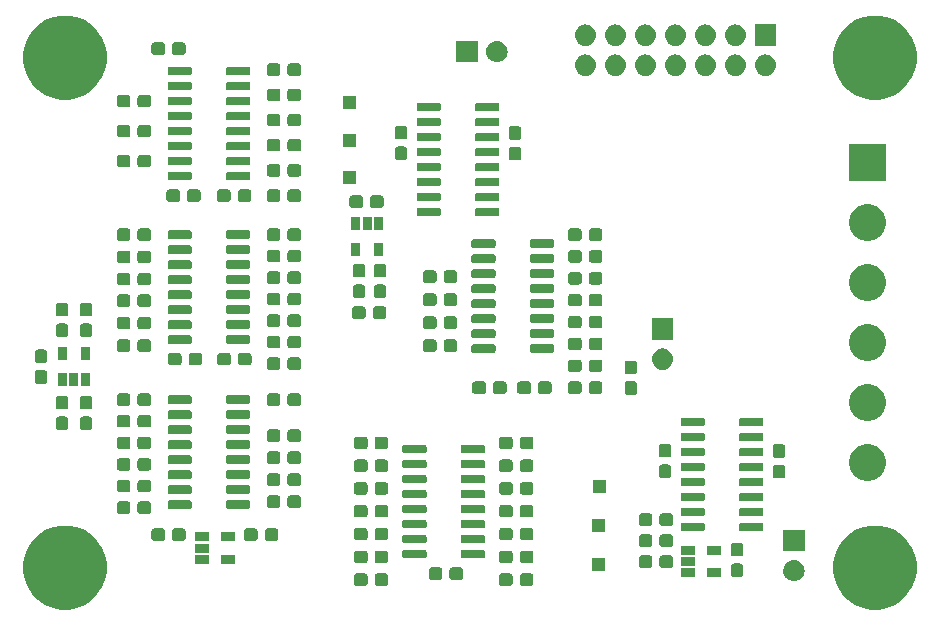
<source format=gts>
G04 #@! TF.GenerationSoftware,KiCad,Pcbnew,(5.1.4)-1*
G04 #@! TF.CreationDate,2019-11-10T12:22:22-05:00*
G04 #@! TF.ProjectId,synth,73796e74-682e-46b6-9963-61645f706362,rev?*
G04 #@! TF.SameCoordinates,Original*
G04 #@! TF.FileFunction,Soldermask,Top*
G04 #@! TF.FilePolarity,Negative*
%FSLAX46Y46*%
G04 Gerber Fmt 4.6, Leading zero omitted, Abs format (unit mm)*
G04 Created by KiCad (PCBNEW (5.1.4)-1) date 2019-11-10 12:22:22*
%MOMM*%
%LPD*%
G04 APERTURE LIST*
%ADD10C,0.100000*%
G04 APERTURE END LIST*
D10*
G36*
X215665731Y-124855655D02*
G01*
X216311935Y-125123321D01*
X216893505Y-125511914D01*
X217388086Y-126006495D01*
X217776679Y-126588065D01*
X218044345Y-127234269D01*
X218180800Y-127920276D01*
X218180800Y-128619724D01*
X218044345Y-129305731D01*
X217776679Y-129951935D01*
X217388086Y-130533505D01*
X216893505Y-131028086D01*
X216311935Y-131416679D01*
X215665731Y-131684345D01*
X214979724Y-131820800D01*
X214280276Y-131820800D01*
X213594269Y-131684345D01*
X212948065Y-131416679D01*
X212366495Y-131028086D01*
X211871914Y-130533505D01*
X211483321Y-129951935D01*
X211215655Y-129305731D01*
X211079200Y-128619724D01*
X211079200Y-127920276D01*
X211215655Y-127234269D01*
X211483321Y-126588065D01*
X211871914Y-126006495D01*
X212366495Y-125511914D01*
X212948065Y-125123321D01*
X213594269Y-124855655D01*
X214280276Y-124719200D01*
X214979724Y-124719200D01*
X215665731Y-124855655D01*
X215665731Y-124855655D01*
G37*
G36*
X147085731Y-124855655D02*
G01*
X147731935Y-125123321D01*
X148313505Y-125511914D01*
X148808086Y-126006495D01*
X149196679Y-126588065D01*
X149464345Y-127234269D01*
X149600800Y-127920276D01*
X149600800Y-128619724D01*
X149464345Y-129305731D01*
X149196679Y-129951935D01*
X148808086Y-130533505D01*
X148313505Y-131028086D01*
X147731935Y-131416679D01*
X147085731Y-131684345D01*
X146399724Y-131820800D01*
X145700276Y-131820800D01*
X145014269Y-131684345D01*
X144368065Y-131416679D01*
X143786495Y-131028086D01*
X143291914Y-130533505D01*
X142903321Y-129951935D01*
X142635655Y-129305731D01*
X142499200Y-128619724D01*
X142499200Y-127920276D01*
X142635655Y-127234269D01*
X142903321Y-126588065D01*
X143291914Y-126006495D01*
X143786495Y-125511914D01*
X144368065Y-125123321D01*
X145014269Y-124855655D01*
X145700276Y-124719200D01*
X146399724Y-124719200D01*
X147085731Y-124855655D01*
X147085731Y-124855655D01*
G37*
G36*
X185522584Y-128765004D02*
G01*
X185567091Y-128778505D01*
X185608112Y-128800431D01*
X185644064Y-128829936D01*
X185673569Y-128865888D01*
X185695495Y-128906909D01*
X185708996Y-128951416D01*
X185713800Y-129000193D01*
X185713800Y-129571807D01*
X185708996Y-129620584D01*
X185695495Y-129665091D01*
X185673569Y-129706112D01*
X185644064Y-129742064D01*
X185608112Y-129771569D01*
X185567091Y-129793495D01*
X185522584Y-129806996D01*
X185473807Y-129811800D01*
X184802193Y-129811800D01*
X184753416Y-129806996D01*
X184708909Y-129793495D01*
X184667888Y-129771569D01*
X184631936Y-129742064D01*
X184602431Y-129706112D01*
X184580505Y-129665091D01*
X184567004Y-129620584D01*
X184562200Y-129571807D01*
X184562200Y-129000193D01*
X184567004Y-128951416D01*
X184580505Y-128906909D01*
X184602431Y-128865888D01*
X184631936Y-128829936D01*
X184667888Y-128800431D01*
X184708909Y-128778505D01*
X184753416Y-128765004D01*
X184802193Y-128760200D01*
X185473807Y-128760200D01*
X185522584Y-128765004D01*
X185522584Y-128765004D01*
G37*
G36*
X171481584Y-128765004D02*
G01*
X171526091Y-128778505D01*
X171567112Y-128800431D01*
X171603064Y-128829936D01*
X171632569Y-128865888D01*
X171654495Y-128906909D01*
X171667996Y-128951416D01*
X171672800Y-129000193D01*
X171672800Y-129571807D01*
X171667996Y-129620584D01*
X171654495Y-129665091D01*
X171632569Y-129706112D01*
X171603064Y-129742064D01*
X171567112Y-129771569D01*
X171526091Y-129793495D01*
X171481584Y-129806996D01*
X171432807Y-129811800D01*
X170761193Y-129811800D01*
X170712416Y-129806996D01*
X170667909Y-129793495D01*
X170626888Y-129771569D01*
X170590936Y-129742064D01*
X170561431Y-129706112D01*
X170539505Y-129665091D01*
X170526004Y-129620584D01*
X170521200Y-129571807D01*
X170521200Y-129000193D01*
X170526004Y-128951416D01*
X170539505Y-128906909D01*
X170561431Y-128865888D01*
X170590936Y-128829936D01*
X170626888Y-128800431D01*
X170667909Y-128778505D01*
X170712416Y-128765004D01*
X170761193Y-128760200D01*
X171432807Y-128760200D01*
X171481584Y-128765004D01*
X171481584Y-128765004D01*
G37*
G36*
X173231584Y-128765004D02*
G01*
X173276091Y-128778505D01*
X173317112Y-128800431D01*
X173353064Y-128829936D01*
X173382569Y-128865888D01*
X173404495Y-128906909D01*
X173417996Y-128951416D01*
X173422800Y-129000193D01*
X173422800Y-129571807D01*
X173417996Y-129620584D01*
X173404495Y-129665091D01*
X173382569Y-129706112D01*
X173353064Y-129742064D01*
X173317112Y-129771569D01*
X173276091Y-129793495D01*
X173231584Y-129806996D01*
X173182807Y-129811800D01*
X172511193Y-129811800D01*
X172462416Y-129806996D01*
X172417909Y-129793495D01*
X172376888Y-129771569D01*
X172340936Y-129742064D01*
X172311431Y-129706112D01*
X172289505Y-129665091D01*
X172276004Y-129620584D01*
X172271200Y-129571807D01*
X172271200Y-129000193D01*
X172276004Y-128951416D01*
X172289505Y-128906909D01*
X172311431Y-128865888D01*
X172340936Y-128829936D01*
X172376888Y-128800431D01*
X172417909Y-128778505D01*
X172462416Y-128765004D01*
X172511193Y-128760200D01*
X173182807Y-128760200D01*
X173231584Y-128765004D01*
X173231584Y-128765004D01*
G37*
G36*
X183772584Y-128765004D02*
G01*
X183817091Y-128778505D01*
X183858112Y-128800431D01*
X183894064Y-128829936D01*
X183923569Y-128865888D01*
X183945495Y-128906909D01*
X183958996Y-128951416D01*
X183963800Y-129000193D01*
X183963800Y-129571807D01*
X183958996Y-129620584D01*
X183945495Y-129665091D01*
X183923569Y-129706112D01*
X183894064Y-129742064D01*
X183858112Y-129771569D01*
X183817091Y-129793495D01*
X183772584Y-129806996D01*
X183723807Y-129811800D01*
X183052193Y-129811800D01*
X183003416Y-129806996D01*
X182958909Y-129793495D01*
X182917888Y-129771569D01*
X182881936Y-129742064D01*
X182852431Y-129706112D01*
X182830505Y-129665091D01*
X182817004Y-129620584D01*
X182812200Y-129571807D01*
X182812200Y-129000193D01*
X182817004Y-128951416D01*
X182830505Y-128906909D01*
X182852431Y-128865888D01*
X182881936Y-128829936D01*
X182917888Y-128800431D01*
X182958909Y-128778505D01*
X183003416Y-128765004D01*
X183052193Y-128760200D01*
X183723807Y-128760200D01*
X183772584Y-128765004D01*
X183772584Y-128765004D01*
G37*
G36*
X207948584Y-127636233D02*
G01*
X207948587Y-127636234D01*
X207948588Y-127636234D01*
X208118389Y-127687743D01*
X208165861Y-127713117D01*
X208274881Y-127771389D01*
X208412044Y-127883956D01*
X208524611Y-128021119D01*
X208564947Y-128096584D01*
X208608257Y-128177611D01*
X208644324Y-128296507D01*
X208659767Y-128347416D01*
X208677159Y-128524000D01*
X208659767Y-128700584D01*
X208659766Y-128700587D01*
X208659766Y-128700588D01*
X208608257Y-128870389D01*
X208587348Y-128909507D01*
X208524611Y-129026881D01*
X208412044Y-129164044D01*
X208274881Y-129276611D01*
X208165861Y-129334883D01*
X208118389Y-129360257D01*
X207948588Y-129411766D01*
X207948587Y-129411766D01*
X207948584Y-129411767D01*
X207816255Y-129424800D01*
X207727745Y-129424800D01*
X207595416Y-129411767D01*
X207595413Y-129411766D01*
X207595412Y-129411766D01*
X207425611Y-129360257D01*
X207378139Y-129334883D01*
X207269119Y-129276611D01*
X207131956Y-129164044D01*
X207019389Y-129026881D01*
X206956652Y-128909507D01*
X206935743Y-128870389D01*
X206884234Y-128700588D01*
X206884234Y-128700587D01*
X206884233Y-128700584D01*
X206866841Y-128524000D01*
X206884233Y-128347416D01*
X206899676Y-128296507D01*
X206935743Y-128177611D01*
X206979053Y-128096584D01*
X207019389Y-128021119D01*
X207131956Y-127883956D01*
X207269119Y-127771389D01*
X207378139Y-127713117D01*
X207425611Y-127687743D01*
X207595412Y-127636234D01*
X207595413Y-127636234D01*
X207595416Y-127636233D01*
X207727745Y-127623200D01*
X207816255Y-127623200D01*
X207948584Y-127636233D01*
X207948584Y-127636233D01*
G37*
G36*
X179567584Y-128257004D02*
G01*
X179612091Y-128270505D01*
X179653112Y-128292431D01*
X179689064Y-128321936D01*
X179718569Y-128357888D01*
X179740495Y-128398909D01*
X179753996Y-128443416D01*
X179758800Y-128492193D01*
X179758800Y-129063807D01*
X179753996Y-129112584D01*
X179740495Y-129157091D01*
X179718569Y-129198112D01*
X179689064Y-129234064D01*
X179653112Y-129263569D01*
X179612091Y-129285495D01*
X179567584Y-129298996D01*
X179518807Y-129303800D01*
X178847193Y-129303800D01*
X178798416Y-129298996D01*
X178753909Y-129285495D01*
X178712888Y-129263569D01*
X178676936Y-129234064D01*
X178647431Y-129198112D01*
X178625505Y-129157091D01*
X178612004Y-129112584D01*
X178607200Y-129063807D01*
X178607200Y-128492193D01*
X178612004Y-128443416D01*
X178625505Y-128398909D01*
X178647431Y-128357888D01*
X178676936Y-128321936D01*
X178712888Y-128292431D01*
X178753909Y-128270505D01*
X178798416Y-128257004D01*
X178847193Y-128252200D01*
X179518807Y-128252200D01*
X179567584Y-128257004D01*
X179567584Y-128257004D01*
G37*
G36*
X177817584Y-128257004D02*
G01*
X177862091Y-128270505D01*
X177903112Y-128292431D01*
X177939064Y-128321936D01*
X177968569Y-128357888D01*
X177990495Y-128398909D01*
X178003996Y-128443416D01*
X178008800Y-128492193D01*
X178008800Y-129063807D01*
X178003996Y-129112584D01*
X177990495Y-129157091D01*
X177968569Y-129198112D01*
X177939064Y-129234064D01*
X177903112Y-129263569D01*
X177862091Y-129285495D01*
X177817584Y-129298996D01*
X177768807Y-129303800D01*
X177097193Y-129303800D01*
X177048416Y-129298996D01*
X177003909Y-129285495D01*
X176962888Y-129263569D01*
X176926936Y-129234064D01*
X176897431Y-129198112D01*
X176875505Y-129157091D01*
X176862004Y-129112584D01*
X176857200Y-129063807D01*
X176857200Y-128492193D01*
X176862004Y-128443416D01*
X176875505Y-128398909D01*
X176897431Y-128357888D01*
X176926936Y-128321936D01*
X176962888Y-128292431D01*
X177003909Y-128270505D01*
X177048416Y-128257004D01*
X177097193Y-128252200D01*
X177768807Y-128252200D01*
X177817584Y-128257004D01*
X177817584Y-128257004D01*
G37*
G36*
X201578800Y-129087800D02*
G01*
X200417200Y-129087800D01*
X200417200Y-128336200D01*
X201578800Y-128336200D01*
X201578800Y-129087800D01*
X201578800Y-129087800D01*
G37*
G36*
X199378800Y-129087800D02*
G01*
X198217200Y-129087800D01*
X198217200Y-128336200D01*
X199378800Y-128336200D01*
X199378800Y-129087800D01*
X199378800Y-129087800D01*
G37*
G36*
X203280584Y-127925004D02*
G01*
X203325091Y-127938505D01*
X203366112Y-127960431D01*
X203402064Y-127989936D01*
X203431569Y-128025888D01*
X203453495Y-128066909D01*
X203466996Y-128111416D01*
X203471800Y-128160193D01*
X203471800Y-128831807D01*
X203466996Y-128880584D01*
X203453495Y-128925091D01*
X203431569Y-128966112D01*
X203402064Y-129002064D01*
X203366112Y-129031569D01*
X203325091Y-129053495D01*
X203280584Y-129066996D01*
X203231807Y-129071800D01*
X202660193Y-129071800D01*
X202611416Y-129066996D01*
X202566909Y-129053495D01*
X202525888Y-129031569D01*
X202489936Y-129002064D01*
X202460431Y-128966112D01*
X202438505Y-128925091D01*
X202425004Y-128880584D01*
X202420200Y-128831807D01*
X202420200Y-128160193D01*
X202425004Y-128111416D01*
X202438505Y-128066909D01*
X202460431Y-128025888D01*
X202489936Y-127989936D01*
X202525888Y-127960431D01*
X202566909Y-127938505D01*
X202611416Y-127925004D01*
X202660193Y-127920200D01*
X203231807Y-127920200D01*
X203280584Y-127925004D01*
X203280584Y-127925004D01*
G37*
G36*
X191812800Y-128541400D02*
G01*
X190711200Y-128541400D01*
X190711200Y-127439800D01*
X191812800Y-127439800D01*
X191812800Y-128541400D01*
X191812800Y-128541400D01*
G37*
G36*
X195597584Y-127241004D02*
G01*
X195642091Y-127254505D01*
X195683112Y-127276431D01*
X195719064Y-127305936D01*
X195748569Y-127341888D01*
X195770495Y-127382909D01*
X195783996Y-127427416D01*
X195788800Y-127476193D01*
X195788800Y-128047807D01*
X195783996Y-128096584D01*
X195770495Y-128141091D01*
X195748569Y-128182112D01*
X195719064Y-128218064D01*
X195683112Y-128247569D01*
X195642091Y-128269495D01*
X195597584Y-128282996D01*
X195548807Y-128287800D01*
X194877193Y-128287800D01*
X194828416Y-128282996D01*
X194783909Y-128269495D01*
X194742888Y-128247569D01*
X194706936Y-128218064D01*
X194677431Y-128182112D01*
X194655505Y-128141091D01*
X194642004Y-128096584D01*
X194637200Y-128047807D01*
X194637200Y-127476193D01*
X194642004Y-127427416D01*
X194655505Y-127382909D01*
X194677431Y-127341888D01*
X194706936Y-127305936D01*
X194742888Y-127276431D01*
X194783909Y-127254505D01*
X194828416Y-127241004D01*
X194877193Y-127236200D01*
X195548807Y-127236200D01*
X195597584Y-127241004D01*
X195597584Y-127241004D01*
G37*
G36*
X197347584Y-127241004D02*
G01*
X197392091Y-127254505D01*
X197433112Y-127276431D01*
X197469064Y-127305936D01*
X197498569Y-127341888D01*
X197520495Y-127382909D01*
X197533996Y-127427416D01*
X197538800Y-127476193D01*
X197538800Y-128047807D01*
X197533996Y-128096584D01*
X197520495Y-128141091D01*
X197498569Y-128182112D01*
X197469064Y-128218064D01*
X197433112Y-128247569D01*
X197392091Y-128269495D01*
X197347584Y-128282996D01*
X197298807Y-128287800D01*
X196627193Y-128287800D01*
X196578416Y-128282996D01*
X196533909Y-128269495D01*
X196492888Y-128247569D01*
X196456936Y-128218064D01*
X196427431Y-128182112D01*
X196405505Y-128141091D01*
X196392004Y-128096584D01*
X196387200Y-128047807D01*
X196387200Y-127476193D01*
X196392004Y-127427416D01*
X196405505Y-127382909D01*
X196427431Y-127341888D01*
X196456936Y-127305936D01*
X196492888Y-127276431D01*
X196533909Y-127254505D01*
X196578416Y-127241004D01*
X196627193Y-127236200D01*
X197298807Y-127236200D01*
X197347584Y-127241004D01*
X197347584Y-127241004D01*
G37*
G36*
X199378800Y-128137800D02*
G01*
X198217200Y-128137800D01*
X198217200Y-127386200D01*
X199378800Y-127386200D01*
X199378800Y-128137800D01*
X199378800Y-128137800D01*
G37*
G36*
X160430800Y-127944800D02*
G01*
X159269200Y-127944800D01*
X159269200Y-127193200D01*
X160430800Y-127193200D01*
X160430800Y-127944800D01*
X160430800Y-127944800D01*
G37*
G36*
X158230800Y-127944800D02*
G01*
X157069200Y-127944800D01*
X157069200Y-127193200D01*
X158230800Y-127193200D01*
X158230800Y-127944800D01*
X158230800Y-127944800D01*
G37*
G36*
X185522584Y-126835811D02*
G01*
X185567091Y-126849312D01*
X185608112Y-126871238D01*
X185644064Y-126900743D01*
X185673569Y-126936695D01*
X185695495Y-126977716D01*
X185708996Y-127022223D01*
X185713800Y-127071000D01*
X185713800Y-127642614D01*
X185708996Y-127691391D01*
X185695495Y-127735898D01*
X185673569Y-127776919D01*
X185644064Y-127812871D01*
X185608112Y-127842376D01*
X185567091Y-127864302D01*
X185522584Y-127877803D01*
X185473807Y-127882607D01*
X184802193Y-127882607D01*
X184753416Y-127877803D01*
X184708909Y-127864302D01*
X184667888Y-127842376D01*
X184631936Y-127812871D01*
X184602431Y-127776919D01*
X184580505Y-127735898D01*
X184567004Y-127691391D01*
X184562200Y-127642614D01*
X184562200Y-127071000D01*
X184567004Y-127022223D01*
X184580505Y-126977716D01*
X184602431Y-126936695D01*
X184631936Y-126900743D01*
X184667888Y-126871238D01*
X184708909Y-126849312D01*
X184753416Y-126835811D01*
X184802193Y-126831007D01*
X185473807Y-126831007D01*
X185522584Y-126835811D01*
X185522584Y-126835811D01*
G37*
G36*
X171481584Y-126835811D02*
G01*
X171526091Y-126849312D01*
X171567112Y-126871238D01*
X171603064Y-126900743D01*
X171632569Y-126936695D01*
X171654495Y-126977716D01*
X171667996Y-127022223D01*
X171672800Y-127071000D01*
X171672800Y-127642614D01*
X171667996Y-127691391D01*
X171654495Y-127735898D01*
X171632569Y-127776919D01*
X171603064Y-127812871D01*
X171567112Y-127842376D01*
X171526091Y-127864302D01*
X171481584Y-127877803D01*
X171432807Y-127882607D01*
X170761193Y-127882607D01*
X170712416Y-127877803D01*
X170667909Y-127864302D01*
X170626888Y-127842376D01*
X170590936Y-127812871D01*
X170561431Y-127776919D01*
X170539505Y-127735898D01*
X170526004Y-127691391D01*
X170521200Y-127642614D01*
X170521200Y-127071000D01*
X170526004Y-127022223D01*
X170539505Y-126977716D01*
X170561431Y-126936695D01*
X170590936Y-126900743D01*
X170626888Y-126871238D01*
X170667909Y-126849312D01*
X170712416Y-126835811D01*
X170761193Y-126831007D01*
X171432807Y-126831007D01*
X171481584Y-126835811D01*
X171481584Y-126835811D01*
G37*
G36*
X173231584Y-126835811D02*
G01*
X173276091Y-126849312D01*
X173317112Y-126871238D01*
X173353064Y-126900743D01*
X173382569Y-126936695D01*
X173404495Y-126977716D01*
X173417996Y-127022223D01*
X173422800Y-127071000D01*
X173422800Y-127642614D01*
X173417996Y-127691391D01*
X173404495Y-127735898D01*
X173382569Y-127776919D01*
X173353064Y-127812871D01*
X173317112Y-127842376D01*
X173276091Y-127864302D01*
X173231584Y-127877803D01*
X173182807Y-127882607D01*
X172511193Y-127882607D01*
X172462416Y-127877803D01*
X172417909Y-127864302D01*
X172376888Y-127842376D01*
X172340936Y-127812871D01*
X172311431Y-127776919D01*
X172289505Y-127735898D01*
X172276004Y-127691391D01*
X172271200Y-127642614D01*
X172271200Y-127071000D01*
X172276004Y-127022223D01*
X172289505Y-126977716D01*
X172311431Y-126936695D01*
X172340936Y-126900743D01*
X172376888Y-126871238D01*
X172417909Y-126849312D01*
X172462416Y-126835811D01*
X172511193Y-126831007D01*
X173182807Y-126831007D01*
X173231584Y-126835811D01*
X173231584Y-126835811D01*
G37*
G36*
X183772584Y-126835811D02*
G01*
X183817091Y-126849312D01*
X183858112Y-126871238D01*
X183894064Y-126900743D01*
X183923569Y-126936695D01*
X183945495Y-126977716D01*
X183958996Y-127022223D01*
X183963800Y-127071000D01*
X183963800Y-127642614D01*
X183958996Y-127691391D01*
X183945495Y-127735898D01*
X183923569Y-127776919D01*
X183894064Y-127812871D01*
X183858112Y-127842376D01*
X183817091Y-127864302D01*
X183772584Y-127877803D01*
X183723807Y-127882607D01*
X183052193Y-127882607D01*
X183003416Y-127877803D01*
X182958909Y-127864302D01*
X182917888Y-127842376D01*
X182881936Y-127812871D01*
X182852431Y-127776919D01*
X182830505Y-127735898D01*
X182817004Y-127691391D01*
X182812200Y-127642614D01*
X182812200Y-127071000D01*
X182817004Y-127022223D01*
X182830505Y-126977716D01*
X182852431Y-126936695D01*
X182881936Y-126900743D01*
X182917888Y-126871238D01*
X182958909Y-126849312D01*
X183003416Y-126835811D01*
X183052193Y-126831007D01*
X183723807Y-126831007D01*
X183772584Y-126835811D01*
X183772584Y-126835811D01*
G37*
G36*
X176546015Y-126779323D02*
G01*
X176574106Y-126787844D01*
X176599998Y-126801684D01*
X176622692Y-126820308D01*
X176641316Y-126843002D01*
X176655156Y-126868894D01*
X176663677Y-126896985D01*
X176666800Y-126928691D01*
X176666800Y-127325309D01*
X176663677Y-127357015D01*
X176655156Y-127385106D01*
X176641316Y-127410998D01*
X176622692Y-127433692D01*
X176599998Y-127452316D01*
X176574106Y-127466156D01*
X176546015Y-127474677D01*
X176514309Y-127477800D01*
X174767691Y-127477800D01*
X174735985Y-127474677D01*
X174707894Y-127466156D01*
X174682002Y-127452316D01*
X174659308Y-127433692D01*
X174640684Y-127410998D01*
X174626844Y-127385106D01*
X174618323Y-127357015D01*
X174615200Y-127325309D01*
X174615200Y-126928691D01*
X174618323Y-126896985D01*
X174626844Y-126868894D01*
X174640684Y-126843002D01*
X174659308Y-126820308D01*
X174682002Y-126801684D01*
X174707894Y-126787844D01*
X174735985Y-126779323D01*
X174767691Y-126776200D01*
X176514309Y-126776200D01*
X176546015Y-126779323D01*
X176546015Y-126779323D01*
G37*
G36*
X181496015Y-126779323D02*
G01*
X181524106Y-126787844D01*
X181549998Y-126801684D01*
X181572692Y-126820308D01*
X181591316Y-126843002D01*
X181605156Y-126868894D01*
X181613677Y-126896985D01*
X181616800Y-126928691D01*
X181616800Y-127325309D01*
X181613677Y-127357015D01*
X181605156Y-127385106D01*
X181591316Y-127410998D01*
X181572692Y-127433692D01*
X181549998Y-127452316D01*
X181524106Y-127466156D01*
X181496015Y-127474677D01*
X181464309Y-127477800D01*
X179717691Y-127477800D01*
X179685985Y-127474677D01*
X179657894Y-127466156D01*
X179632002Y-127452316D01*
X179609308Y-127433692D01*
X179590684Y-127410998D01*
X179576844Y-127385106D01*
X179568323Y-127357015D01*
X179565200Y-127325309D01*
X179565200Y-126928691D01*
X179568323Y-126896985D01*
X179576844Y-126868894D01*
X179590684Y-126843002D01*
X179609308Y-126820308D01*
X179632002Y-126801684D01*
X179657894Y-126787844D01*
X179685985Y-126779323D01*
X179717691Y-126776200D01*
X181464309Y-126776200D01*
X181496015Y-126779323D01*
X181496015Y-126779323D01*
G37*
G36*
X203280584Y-126175004D02*
G01*
X203325091Y-126188505D01*
X203366112Y-126210431D01*
X203402064Y-126239936D01*
X203431569Y-126275888D01*
X203453495Y-126316909D01*
X203466996Y-126361416D01*
X203471800Y-126410193D01*
X203471800Y-127081807D01*
X203466996Y-127130584D01*
X203453495Y-127175091D01*
X203431569Y-127216112D01*
X203402064Y-127252064D01*
X203366112Y-127281569D01*
X203325091Y-127303495D01*
X203280584Y-127316996D01*
X203231807Y-127321800D01*
X202660193Y-127321800D01*
X202611416Y-127316996D01*
X202566909Y-127303495D01*
X202525888Y-127281569D01*
X202489936Y-127252064D01*
X202460431Y-127216112D01*
X202438505Y-127175091D01*
X202425004Y-127130584D01*
X202420200Y-127081807D01*
X202420200Y-126410193D01*
X202425004Y-126361416D01*
X202438505Y-126316909D01*
X202460431Y-126275888D01*
X202489936Y-126239936D01*
X202525888Y-126210431D01*
X202566909Y-126188505D01*
X202611416Y-126175004D01*
X202660193Y-126170200D01*
X203231807Y-126170200D01*
X203280584Y-126175004D01*
X203280584Y-126175004D01*
G37*
G36*
X199378800Y-127187800D02*
G01*
X198217200Y-127187800D01*
X198217200Y-126436200D01*
X199378800Y-126436200D01*
X199378800Y-127187800D01*
X199378800Y-127187800D01*
G37*
G36*
X201578800Y-127187800D02*
G01*
X200417200Y-127187800D01*
X200417200Y-126436200D01*
X201578800Y-126436200D01*
X201578800Y-127187800D01*
X201578800Y-127187800D01*
G37*
G36*
X158230800Y-126994800D02*
G01*
X157069200Y-126994800D01*
X157069200Y-126243200D01*
X158230800Y-126243200D01*
X158230800Y-126994800D01*
X158230800Y-126994800D01*
G37*
G36*
X208672800Y-126884800D02*
G01*
X206871200Y-126884800D01*
X206871200Y-125083200D01*
X208672800Y-125083200D01*
X208672800Y-126884800D01*
X208672800Y-126884800D01*
G37*
G36*
X195597584Y-125463004D02*
G01*
X195642091Y-125476505D01*
X195683112Y-125498431D01*
X195719064Y-125527936D01*
X195748569Y-125563888D01*
X195770495Y-125604909D01*
X195783996Y-125649416D01*
X195788800Y-125698193D01*
X195788800Y-126269807D01*
X195783996Y-126318584D01*
X195770495Y-126363091D01*
X195748569Y-126404112D01*
X195719064Y-126440064D01*
X195683112Y-126469569D01*
X195642091Y-126491495D01*
X195597584Y-126504996D01*
X195548807Y-126509800D01*
X194877193Y-126509800D01*
X194828416Y-126504996D01*
X194783909Y-126491495D01*
X194742888Y-126469569D01*
X194706936Y-126440064D01*
X194677431Y-126404112D01*
X194655505Y-126363091D01*
X194642004Y-126318584D01*
X194637200Y-126269807D01*
X194637200Y-125698193D01*
X194642004Y-125649416D01*
X194655505Y-125604909D01*
X194677431Y-125563888D01*
X194706936Y-125527936D01*
X194742888Y-125498431D01*
X194783909Y-125476505D01*
X194828416Y-125463004D01*
X194877193Y-125458200D01*
X195548807Y-125458200D01*
X195597584Y-125463004D01*
X195597584Y-125463004D01*
G37*
G36*
X197347584Y-125463004D02*
G01*
X197392091Y-125476505D01*
X197433112Y-125498431D01*
X197469064Y-125527936D01*
X197498569Y-125563888D01*
X197520495Y-125604909D01*
X197533996Y-125649416D01*
X197538800Y-125698193D01*
X197538800Y-126269807D01*
X197533996Y-126318584D01*
X197520495Y-126363091D01*
X197498569Y-126404112D01*
X197469064Y-126440064D01*
X197433112Y-126469569D01*
X197392091Y-126491495D01*
X197347584Y-126504996D01*
X197298807Y-126509800D01*
X196627193Y-126509800D01*
X196578416Y-126504996D01*
X196533909Y-126491495D01*
X196492888Y-126469569D01*
X196456936Y-126440064D01*
X196427431Y-126404112D01*
X196405505Y-126363091D01*
X196392004Y-126318584D01*
X196387200Y-126269807D01*
X196387200Y-125698193D01*
X196392004Y-125649416D01*
X196405505Y-125604909D01*
X196427431Y-125563888D01*
X196456936Y-125527936D01*
X196492888Y-125498431D01*
X196533909Y-125476505D01*
X196578416Y-125463004D01*
X196627193Y-125458200D01*
X197298807Y-125458200D01*
X197347584Y-125463004D01*
X197347584Y-125463004D01*
G37*
G36*
X181496015Y-125509323D02*
G01*
X181524106Y-125517844D01*
X181549998Y-125531684D01*
X181572692Y-125550308D01*
X181591316Y-125573002D01*
X181605156Y-125598894D01*
X181613677Y-125626985D01*
X181616800Y-125658691D01*
X181616800Y-126055309D01*
X181613677Y-126087015D01*
X181605156Y-126115106D01*
X181591316Y-126140998D01*
X181572692Y-126163692D01*
X181549998Y-126182316D01*
X181524106Y-126196156D01*
X181496015Y-126204677D01*
X181464309Y-126207800D01*
X179717691Y-126207800D01*
X179685985Y-126204677D01*
X179657894Y-126196156D01*
X179632002Y-126182316D01*
X179609308Y-126163692D01*
X179590684Y-126140998D01*
X179576844Y-126115106D01*
X179568323Y-126087015D01*
X179565200Y-126055309D01*
X179565200Y-125658691D01*
X179568323Y-125626985D01*
X179576844Y-125598894D01*
X179590684Y-125573002D01*
X179609308Y-125550308D01*
X179632002Y-125531684D01*
X179657894Y-125517844D01*
X179685985Y-125509323D01*
X179717691Y-125506200D01*
X181464309Y-125506200D01*
X181496015Y-125509323D01*
X181496015Y-125509323D01*
G37*
G36*
X176546015Y-125509323D02*
G01*
X176574106Y-125517844D01*
X176599998Y-125531684D01*
X176622692Y-125550308D01*
X176641316Y-125573002D01*
X176655156Y-125598894D01*
X176663677Y-125626985D01*
X176666800Y-125658691D01*
X176666800Y-126055309D01*
X176663677Y-126087015D01*
X176655156Y-126115106D01*
X176641316Y-126140998D01*
X176622692Y-126163692D01*
X176599998Y-126182316D01*
X176574106Y-126196156D01*
X176546015Y-126204677D01*
X176514309Y-126207800D01*
X174767691Y-126207800D01*
X174735985Y-126204677D01*
X174707894Y-126196156D01*
X174682002Y-126182316D01*
X174659308Y-126163692D01*
X174640684Y-126140998D01*
X174626844Y-126115106D01*
X174618323Y-126087015D01*
X174615200Y-126055309D01*
X174615200Y-125658691D01*
X174618323Y-125626985D01*
X174626844Y-125598894D01*
X174640684Y-125573002D01*
X174659308Y-125550308D01*
X174682002Y-125531684D01*
X174707894Y-125517844D01*
X174735985Y-125509323D01*
X174767691Y-125506200D01*
X176514309Y-125506200D01*
X176546015Y-125509323D01*
X176546015Y-125509323D01*
G37*
G36*
X160430800Y-126044800D02*
G01*
X159269200Y-126044800D01*
X159269200Y-125293200D01*
X160430800Y-125293200D01*
X160430800Y-126044800D01*
X160430800Y-126044800D01*
G37*
G36*
X158230800Y-126044800D02*
G01*
X157069200Y-126044800D01*
X157069200Y-125293200D01*
X158230800Y-125293200D01*
X158230800Y-126044800D01*
X158230800Y-126044800D01*
G37*
G36*
X163932584Y-124955004D02*
G01*
X163977091Y-124968505D01*
X164018112Y-124990431D01*
X164054064Y-125019936D01*
X164083569Y-125055888D01*
X164105495Y-125096909D01*
X164118996Y-125141416D01*
X164123800Y-125190193D01*
X164123800Y-125761807D01*
X164118996Y-125810584D01*
X164105495Y-125855091D01*
X164083569Y-125896112D01*
X164054064Y-125932064D01*
X164018112Y-125961569D01*
X163977091Y-125983495D01*
X163932584Y-125996996D01*
X163883807Y-126001800D01*
X163212193Y-126001800D01*
X163163416Y-125996996D01*
X163118909Y-125983495D01*
X163077888Y-125961569D01*
X163041936Y-125932064D01*
X163012431Y-125896112D01*
X162990505Y-125855091D01*
X162977004Y-125810584D01*
X162972200Y-125761807D01*
X162972200Y-125190193D01*
X162977004Y-125141416D01*
X162990505Y-125096909D01*
X163012431Y-125055888D01*
X163041936Y-125019936D01*
X163077888Y-124990431D01*
X163118909Y-124968505D01*
X163163416Y-124955004D01*
X163212193Y-124950200D01*
X163883807Y-124950200D01*
X163932584Y-124955004D01*
X163932584Y-124955004D01*
G37*
G36*
X162182584Y-124955004D02*
G01*
X162227091Y-124968505D01*
X162268112Y-124990431D01*
X162304064Y-125019936D01*
X162333569Y-125055888D01*
X162355495Y-125096909D01*
X162368996Y-125141416D01*
X162373800Y-125190193D01*
X162373800Y-125761807D01*
X162368996Y-125810584D01*
X162355495Y-125855091D01*
X162333569Y-125896112D01*
X162304064Y-125932064D01*
X162268112Y-125961569D01*
X162227091Y-125983495D01*
X162182584Y-125996996D01*
X162133807Y-126001800D01*
X161462193Y-126001800D01*
X161413416Y-125996996D01*
X161368909Y-125983495D01*
X161327888Y-125961569D01*
X161291936Y-125932064D01*
X161262431Y-125896112D01*
X161240505Y-125855091D01*
X161227004Y-125810584D01*
X161222200Y-125761807D01*
X161222200Y-125190193D01*
X161227004Y-125141416D01*
X161240505Y-125096909D01*
X161262431Y-125055888D01*
X161291936Y-125019936D01*
X161327888Y-124990431D01*
X161368909Y-124968505D01*
X161413416Y-124955004D01*
X161462193Y-124950200D01*
X162133807Y-124950200D01*
X162182584Y-124955004D01*
X162182584Y-124955004D01*
G37*
G36*
X154336584Y-124955004D02*
G01*
X154381091Y-124968505D01*
X154422112Y-124990431D01*
X154458064Y-125019936D01*
X154487569Y-125055888D01*
X154509495Y-125096909D01*
X154522996Y-125141416D01*
X154527800Y-125190193D01*
X154527800Y-125761807D01*
X154522996Y-125810584D01*
X154509495Y-125855091D01*
X154487569Y-125896112D01*
X154458064Y-125932064D01*
X154422112Y-125961569D01*
X154381091Y-125983495D01*
X154336584Y-125996996D01*
X154287807Y-126001800D01*
X153616193Y-126001800D01*
X153567416Y-125996996D01*
X153522909Y-125983495D01*
X153481888Y-125961569D01*
X153445936Y-125932064D01*
X153416431Y-125896112D01*
X153394505Y-125855091D01*
X153381004Y-125810584D01*
X153376200Y-125761807D01*
X153376200Y-125190193D01*
X153381004Y-125141416D01*
X153394505Y-125096909D01*
X153416431Y-125055888D01*
X153445936Y-125019936D01*
X153481888Y-124990431D01*
X153522909Y-124968505D01*
X153567416Y-124955004D01*
X153616193Y-124950200D01*
X154287807Y-124950200D01*
X154336584Y-124955004D01*
X154336584Y-124955004D01*
G37*
G36*
X156086584Y-124955004D02*
G01*
X156131091Y-124968505D01*
X156172112Y-124990431D01*
X156208064Y-125019936D01*
X156237569Y-125055888D01*
X156259495Y-125096909D01*
X156272996Y-125141416D01*
X156277800Y-125190193D01*
X156277800Y-125761807D01*
X156272996Y-125810584D01*
X156259495Y-125855091D01*
X156237569Y-125896112D01*
X156208064Y-125932064D01*
X156172112Y-125961569D01*
X156131091Y-125983495D01*
X156086584Y-125996996D01*
X156037807Y-126001800D01*
X155366193Y-126001800D01*
X155317416Y-125996996D01*
X155272909Y-125983495D01*
X155231888Y-125961569D01*
X155195936Y-125932064D01*
X155166431Y-125896112D01*
X155144505Y-125855091D01*
X155131004Y-125810584D01*
X155126200Y-125761807D01*
X155126200Y-125190193D01*
X155131004Y-125141416D01*
X155144505Y-125096909D01*
X155166431Y-125055888D01*
X155195936Y-125019936D01*
X155231888Y-124990431D01*
X155272909Y-124968505D01*
X155317416Y-124955004D01*
X155366193Y-124950200D01*
X156037807Y-124950200D01*
X156086584Y-124955004D01*
X156086584Y-124955004D01*
G37*
G36*
X183772584Y-124906621D02*
G01*
X183817091Y-124920122D01*
X183858112Y-124942048D01*
X183894064Y-124971553D01*
X183923569Y-125007505D01*
X183945495Y-125048526D01*
X183958996Y-125093033D01*
X183963800Y-125141810D01*
X183963800Y-125713424D01*
X183958996Y-125762201D01*
X183945495Y-125806708D01*
X183923569Y-125847729D01*
X183894064Y-125883681D01*
X183858112Y-125913186D01*
X183817091Y-125935112D01*
X183772584Y-125948613D01*
X183723807Y-125953417D01*
X183052193Y-125953417D01*
X183003416Y-125948613D01*
X182958909Y-125935112D01*
X182917888Y-125913186D01*
X182881936Y-125883681D01*
X182852431Y-125847729D01*
X182830505Y-125806708D01*
X182817004Y-125762201D01*
X182812200Y-125713424D01*
X182812200Y-125141810D01*
X182817004Y-125093033D01*
X182830505Y-125048526D01*
X182852431Y-125007505D01*
X182881936Y-124971553D01*
X182917888Y-124942048D01*
X182958909Y-124920122D01*
X183003416Y-124906621D01*
X183052193Y-124901817D01*
X183723807Y-124901817D01*
X183772584Y-124906621D01*
X183772584Y-124906621D01*
G37*
G36*
X185522584Y-124906621D02*
G01*
X185567091Y-124920122D01*
X185608112Y-124942048D01*
X185644064Y-124971553D01*
X185673569Y-125007505D01*
X185695495Y-125048526D01*
X185708996Y-125093033D01*
X185713800Y-125141810D01*
X185713800Y-125713424D01*
X185708996Y-125762201D01*
X185695495Y-125806708D01*
X185673569Y-125847729D01*
X185644064Y-125883681D01*
X185608112Y-125913186D01*
X185567091Y-125935112D01*
X185522584Y-125948613D01*
X185473807Y-125953417D01*
X184802193Y-125953417D01*
X184753416Y-125948613D01*
X184708909Y-125935112D01*
X184667888Y-125913186D01*
X184631936Y-125883681D01*
X184602431Y-125847729D01*
X184580505Y-125806708D01*
X184567004Y-125762201D01*
X184562200Y-125713424D01*
X184562200Y-125141810D01*
X184567004Y-125093033D01*
X184580505Y-125048526D01*
X184602431Y-125007505D01*
X184631936Y-124971553D01*
X184667888Y-124942048D01*
X184708909Y-124920122D01*
X184753416Y-124906621D01*
X184802193Y-124901817D01*
X185473807Y-124901817D01*
X185522584Y-124906621D01*
X185522584Y-124906621D01*
G37*
G36*
X173231584Y-124906621D02*
G01*
X173276091Y-124920122D01*
X173317112Y-124942048D01*
X173353064Y-124971553D01*
X173382569Y-125007505D01*
X173404495Y-125048526D01*
X173417996Y-125093033D01*
X173422800Y-125141810D01*
X173422800Y-125713424D01*
X173417996Y-125762201D01*
X173404495Y-125806708D01*
X173382569Y-125847729D01*
X173353064Y-125883681D01*
X173317112Y-125913186D01*
X173276091Y-125935112D01*
X173231584Y-125948613D01*
X173182807Y-125953417D01*
X172511193Y-125953417D01*
X172462416Y-125948613D01*
X172417909Y-125935112D01*
X172376888Y-125913186D01*
X172340936Y-125883681D01*
X172311431Y-125847729D01*
X172289505Y-125806708D01*
X172276004Y-125762201D01*
X172271200Y-125713424D01*
X172271200Y-125141810D01*
X172276004Y-125093033D01*
X172289505Y-125048526D01*
X172311431Y-125007505D01*
X172340936Y-124971553D01*
X172376888Y-124942048D01*
X172417909Y-124920122D01*
X172462416Y-124906621D01*
X172511193Y-124901817D01*
X173182807Y-124901817D01*
X173231584Y-124906621D01*
X173231584Y-124906621D01*
G37*
G36*
X171481584Y-124906621D02*
G01*
X171526091Y-124920122D01*
X171567112Y-124942048D01*
X171603064Y-124971553D01*
X171632569Y-125007505D01*
X171654495Y-125048526D01*
X171667996Y-125093033D01*
X171672800Y-125141810D01*
X171672800Y-125713424D01*
X171667996Y-125762201D01*
X171654495Y-125806708D01*
X171632569Y-125847729D01*
X171603064Y-125883681D01*
X171567112Y-125913186D01*
X171526091Y-125935112D01*
X171481584Y-125948613D01*
X171432807Y-125953417D01*
X170761193Y-125953417D01*
X170712416Y-125948613D01*
X170667909Y-125935112D01*
X170626888Y-125913186D01*
X170590936Y-125883681D01*
X170561431Y-125847729D01*
X170539505Y-125806708D01*
X170526004Y-125762201D01*
X170521200Y-125713424D01*
X170521200Y-125141810D01*
X170526004Y-125093033D01*
X170539505Y-125048526D01*
X170561431Y-125007505D01*
X170590936Y-124971553D01*
X170626888Y-124942048D01*
X170667909Y-124920122D01*
X170712416Y-124906621D01*
X170761193Y-124901817D01*
X171432807Y-124901817D01*
X171481584Y-124906621D01*
X171481584Y-124906621D01*
G37*
G36*
X191812800Y-125264800D02*
G01*
X190711200Y-125264800D01*
X190711200Y-124163200D01*
X191812800Y-124163200D01*
X191812800Y-125264800D01*
X191812800Y-125264800D01*
G37*
G36*
X205056015Y-124493323D02*
G01*
X205084106Y-124501844D01*
X205109998Y-124515684D01*
X205132692Y-124534308D01*
X205151316Y-124557002D01*
X205165156Y-124582894D01*
X205173677Y-124610985D01*
X205176800Y-124642691D01*
X205176800Y-125039309D01*
X205173677Y-125071015D01*
X205165156Y-125099106D01*
X205151316Y-125124998D01*
X205132692Y-125147692D01*
X205109998Y-125166316D01*
X205084106Y-125180156D01*
X205056015Y-125188677D01*
X205024309Y-125191800D01*
X203277691Y-125191800D01*
X203245985Y-125188677D01*
X203217894Y-125180156D01*
X203192002Y-125166316D01*
X203169308Y-125147692D01*
X203150684Y-125124998D01*
X203136844Y-125099106D01*
X203128323Y-125071015D01*
X203125200Y-125039309D01*
X203125200Y-124642691D01*
X203128323Y-124610985D01*
X203136844Y-124582894D01*
X203150684Y-124557002D01*
X203169308Y-124534308D01*
X203192002Y-124515684D01*
X203217894Y-124501844D01*
X203245985Y-124493323D01*
X203277691Y-124490200D01*
X205024309Y-124490200D01*
X205056015Y-124493323D01*
X205056015Y-124493323D01*
G37*
G36*
X200106015Y-124493323D02*
G01*
X200134106Y-124501844D01*
X200159998Y-124515684D01*
X200182692Y-124534308D01*
X200201316Y-124557002D01*
X200215156Y-124582894D01*
X200223677Y-124610985D01*
X200226800Y-124642691D01*
X200226800Y-125039309D01*
X200223677Y-125071015D01*
X200215156Y-125099106D01*
X200201316Y-125124998D01*
X200182692Y-125147692D01*
X200159998Y-125166316D01*
X200134106Y-125180156D01*
X200106015Y-125188677D01*
X200074309Y-125191800D01*
X198327691Y-125191800D01*
X198295985Y-125188677D01*
X198267894Y-125180156D01*
X198242002Y-125166316D01*
X198219308Y-125147692D01*
X198200684Y-125124998D01*
X198186844Y-125099106D01*
X198178323Y-125071015D01*
X198175200Y-125039309D01*
X198175200Y-124642691D01*
X198178323Y-124610985D01*
X198186844Y-124582894D01*
X198200684Y-124557002D01*
X198219308Y-124534308D01*
X198242002Y-124515684D01*
X198267894Y-124501844D01*
X198295985Y-124493323D01*
X198327691Y-124490200D01*
X200074309Y-124490200D01*
X200106015Y-124493323D01*
X200106015Y-124493323D01*
G37*
G36*
X176546015Y-124239323D02*
G01*
X176574106Y-124247844D01*
X176599998Y-124261684D01*
X176622692Y-124280308D01*
X176641316Y-124303002D01*
X176655156Y-124328894D01*
X176663677Y-124356985D01*
X176666800Y-124388691D01*
X176666800Y-124785309D01*
X176663677Y-124817015D01*
X176655156Y-124845106D01*
X176641316Y-124870998D01*
X176622692Y-124893692D01*
X176599998Y-124912316D01*
X176574106Y-124926156D01*
X176546015Y-124934677D01*
X176514309Y-124937800D01*
X174767691Y-124937800D01*
X174735985Y-124934677D01*
X174707894Y-124926156D01*
X174682002Y-124912316D01*
X174659308Y-124893692D01*
X174640684Y-124870998D01*
X174626844Y-124845106D01*
X174618323Y-124817015D01*
X174615200Y-124785309D01*
X174615200Y-124388691D01*
X174618323Y-124356985D01*
X174626844Y-124328894D01*
X174640684Y-124303002D01*
X174659308Y-124280308D01*
X174682002Y-124261684D01*
X174707894Y-124247844D01*
X174735985Y-124239323D01*
X174767691Y-124236200D01*
X176514309Y-124236200D01*
X176546015Y-124239323D01*
X176546015Y-124239323D01*
G37*
G36*
X181496015Y-124239323D02*
G01*
X181524106Y-124247844D01*
X181549998Y-124261684D01*
X181572692Y-124280308D01*
X181591316Y-124303002D01*
X181605156Y-124328894D01*
X181613677Y-124356985D01*
X181616800Y-124388691D01*
X181616800Y-124785309D01*
X181613677Y-124817015D01*
X181605156Y-124845106D01*
X181591316Y-124870998D01*
X181572692Y-124893692D01*
X181549998Y-124912316D01*
X181524106Y-124926156D01*
X181496015Y-124934677D01*
X181464309Y-124937800D01*
X179717691Y-124937800D01*
X179685985Y-124934677D01*
X179657894Y-124926156D01*
X179632002Y-124912316D01*
X179609308Y-124893692D01*
X179590684Y-124870998D01*
X179576844Y-124845106D01*
X179568323Y-124817015D01*
X179565200Y-124785309D01*
X179565200Y-124388691D01*
X179568323Y-124356985D01*
X179576844Y-124328894D01*
X179590684Y-124303002D01*
X179609308Y-124280308D01*
X179632002Y-124261684D01*
X179657894Y-124247844D01*
X179685985Y-124239323D01*
X179717691Y-124236200D01*
X181464309Y-124236200D01*
X181496015Y-124239323D01*
X181496015Y-124239323D01*
G37*
G36*
X197347584Y-123685004D02*
G01*
X197392091Y-123698505D01*
X197433112Y-123720431D01*
X197469064Y-123749936D01*
X197498569Y-123785888D01*
X197520495Y-123826909D01*
X197533996Y-123871416D01*
X197538800Y-123920193D01*
X197538800Y-124491807D01*
X197533996Y-124540584D01*
X197520495Y-124585091D01*
X197498569Y-124626112D01*
X197469064Y-124662064D01*
X197433112Y-124691569D01*
X197392091Y-124713495D01*
X197347584Y-124726996D01*
X197298807Y-124731800D01*
X196627193Y-124731800D01*
X196578416Y-124726996D01*
X196533909Y-124713495D01*
X196492888Y-124691569D01*
X196456936Y-124662064D01*
X196427431Y-124626112D01*
X196405505Y-124585091D01*
X196392004Y-124540584D01*
X196387200Y-124491807D01*
X196387200Y-123920193D01*
X196392004Y-123871416D01*
X196405505Y-123826909D01*
X196427431Y-123785888D01*
X196456936Y-123749936D01*
X196492888Y-123720431D01*
X196533909Y-123698505D01*
X196578416Y-123685004D01*
X196627193Y-123680200D01*
X197298807Y-123680200D01*
X197347584Y-123685004D01*
X197347584Y-123685004D01*
G37*
G36*
X195597584Y-123685004D02*
G01*
X195642091Y-123698505D01*
X195683112Y-123720431D01*
X195719064Y-123749936D01*
X195748569Y-123785888D01*
X195770495Y-123826909D01*
X195783996Y-123871416D01*
X195788800Y-123920193D01*
X195788800Y-124491807D01*
X195783996Y-124540584D01*
X195770495Y-124585091D01*
X195748569Y-124626112D01*
X195719064Y-124662064D01*
X195683112Y-124691569D01*
X195642091Y-124713495D01*
X195597584Y-124726996D01*
X195548807Y-124731800D01*
X194877193Y-124731800D01*
X194828416Y-124726996D01*
X194783909Y-124713495D01*
X194742888Y-124691569D01*
X194706936Y-124662064D01*
X194677431Y-124626112D01*
X194655505Y-124585091D01*
X194642004Y-124540584D01*
X194637200Y-124491807D01*
X194637200Y-123920193D01*
X194642004Y-123871416D01*
X194655505Y-123826909D01*
X194677431Y-123785888D01*
X194706936Y-123749936D01*
X194742888Y-123720431D01*
X194783909Y-123698505D01*
X194828416Y-123685004D01*
X194877193Y-123680200D01*
X195548807Y-123680200D01*
X195597584Y-123685004D01*
X195597584Y-123685004D01*
G37*
G36*
X185522584Y-122977431D02*
G01*
X185567091Y-122990932D01*
X185608112Y-123012858D01*
X185644064Y-123042363D01*
X185673569Y-123078315D01*
X185695495Y-123119336D01*
X185708996Y-123163843D01*
X185713800Y-123212620D01*
X185713800Y-123784234D01*
X185708996Y-123833011D01*
X185695495Y-123877518D01*
X185673569Y-123918539D01*
X185644064Y-123954491D01*
X185608112Y-123983996D01*
X185567091Y-124005922D01*
X185522584Y-124019423D01*
X185473807Y-124024227D01*
X184802193Y-124024227D01*
X184753416Y-124019423D01*
X184708909Y-124005922D01*
X184667888Y-123983996D01*
X184631936Y-123954491D01*
X184602431Y-123918539D01*
X184580505Y-123877518D01*
X184567004Y-123833011D01*
X184562200Y-123784234D01*
X184562200Y-123212620D01*
X184567004Y-123163843D01*
X184580505Y-123119336D01*
X184602431Y-123078315D01*
X184631936Y-123042363D01*
X184667888Y-123012858D01*
X184708909Y-122990932D01*
X184753416Y-122977431D01*
X184802193Y-122972627D01*
X185473807Y-122972627D01*
X185522584Y-122977431D01*
X185522584Y-122977431D01*
G37*
G36*
X173231584Y-122977431D02*
G01*
X173276091Y-122990932D01*
X173317112Y-123012858D01*
X173353064Y-123042363D01*
X173382569Y-123078315D01*
X173404495Y-123119336D01*
X173417996Y-123163843D01*
X173422800Y-123212620D01*
X173422800Y-123784234D01*
X173417996Y-123833011D01*
X173404495Y-123877518D01*
X173382569Y-123918539D01*
X173353064Y-123954491D01*
X173317112Y-123983996D01*
X173276091Y-124005922D01*
X173231584Y-124019423D01*
X173182807Y-124024227D01*
X172511193Y-124024227D01*
X172462416Y-124019423D01*
X172417909Y-124005922D01*
X172376888Y-123983996D01*
X172340936Y-123954491D01*
X172311431Y-123918539D01*
X172289505Y-123877518D01*
X172276004Y-123833011D01*
X172271200Y-123784234D01*
X172271200Y-123212620D01*
X172276004Y-123163843D01*
X172289505Y-123119336D01*
X172311431Y-123078315D01*
X172340936Y-123042363D01*
X172376888Y-123012858D01*
X172417909Y-122990932D01*
X172462416Y-122977431D01*
X172511193Y-122972627D01*
X173182807Y-122972627D01*
X173231584Y-122977431D01*
X173231584Y-122977431D01*
G37*
G36*
X171481584Y-122977431D02*
G01*
X171526091Y-122990932D01*
X171567112Y-123012858D01*
X171603064Y-123042363D01*
X171632569Y-123078315D01*
X171654495Y-123119336D01*
X171667996Y-123163843D01*
X171672800Y-123212620D01*
X171672800Y-123784234D01*
X171667996Y-123833011D01*
X171654495Y-123877518D01*
X171632569Y-123918539D01*
X171603064Y-123954491D01*
X171567112Y-123983996D01*
X171526091Y-124005922D01*
X171481584Y-124019423D01*
X171432807Y-124024227D01*
X170761193Y-124024227D01*
X170712416Y-124019423D01*
X170667909Y-124005922D01*
X170626888Y-123983996D01*
X170590936Y-123954491D01*
X170561431Y-123918539D01*
X170539505Y-123877518D01*
X170526004Y-123833011D01*
X170521200Y-123784234D01*
X170521200Y-123212620D01*
X170526004Y-123163843D01*
X170539505Y-123119336D01*
X170561431Y-123078315D01*
X170590936Y-123042363D01*
X170626888Y-123012858D01*
X170667909Y-122990932D01*
X170712416Y-122977431D01*
X170761193Y-122972627D01*
X171432807Y-122972627D01*
X171481584Y-122977431D01*
X171481584Y-122977431D01*
G37*
G36*
X183772584Y-122977431D02*
G01*
X183817091Y-122990932D01*
X183858112Y-123012858D01*
X183894064Y-123042363D01*
X183923569Y-123078315D01*
X183945495Y-123119336D01*
X183958996Y-123163843D01*
X183963800Y-123212620D01*
X183963800Y-123784234D01*
X183958996Y-123833011D01*
X183945495Y-123877518D01*
X183923569Y-123918539D01*
X183894064Y-123954491D01*
X183858112Y-123983996D01*
X183817091Y-124005922D01*
X183772584Y-124019423D01*
X183723807Y-124024227D01*
X183052193Y-124024227D01*
X183003416Y-124019423D01*
X182958909Y-124005922D01*
X182917888Y-123983996D01*
X182881936Y-123954491D01*
X182852431Y-123918539D01*
X182830505Y-123877518D01*
X182817004Y-123833011D01*
X182812200Y-123784234D01*
X182812200Y-123212620D01*
X182817004Y-123163843D01*
X182830505Y-123119336D01*
X182852431Y-123078315D01*
X182881936Y-123042363D01*
X182917888Y-123012858D01*
X182958909Y-122990932D01*
X183003416Y-122977431D01*
X183052193Y-122972627D01*
X183723807Y-122972627D01*
X183772584Y-122977431D01*
X183772584Y-122977431D01*
G37*
G36*
X200106015Y-123223323D02*
G01*
X200134106Y-123231844D01*
X200159998Y-123245684D01*
X200182692Y-123264308D01*
X200201316Y-123287002D01*
X200215156Y-123312894D01*
X200223677Y-123340985D01*
X200226800Y-123372691D01*
X200226800Y-123769309D01*
X200223677Y-123801015D01*
X200215156Y-123829106D01*
X200201316Y-123854998D01*
X200182692Y-123877692D01*
X200159998Y-123896316D01*
X200134106Y-123910156D01*
X200106015Y-123918677D01*
X200074309Y-123921800D01*
X198327691Y-123921800D01*
X198295985Y-123918677D01*
X198267894Y-123910156D01*
X198242002Y-123896316D01*
X198219308Y-123877692D01*
X198200684Y-123854998D01*
X198186844Y-123829106D01*
X198178323Y-123801015D01*
X198175200Y-123769309D01*
X198175200Y-123372691D01*
X198178323Y-123340985D01*
X198186844Y-123312894D01*
X198200684Y-123287002D01*
X198219308Y-123264308D01*
X198242002Y-123245684D01*
X198267894Y-123231844D01*
X198295985Y-123223323D01*
X198327691Y-123220200D01*
X200074309Y-123220200D01*
X200106015Y-123223323D01*
X200106015Y-123223323D01*
G37*
G36*
X205056015Y-123223323D02*
G01*
X205084106Y-123231844D01*
X205109998Y-123245684D01*
X205132692Y-123264308D01*
X205151316Y-123287002D01*
X205165156Y-123312894D01*
X205173677Y-123340985D01*
X205176800Y-123372691D01*
X205176800Y-123769309D01*
X205173677Y-123801015D01*
X205165156Y-123829106D01*
X205151316Y-123854998D01*
X205132692Y-123877692D01*
X205109998Y-123896316D01*
X205084106Y-123910156D01*
X205056015Y-123918677D01*
X205024309Y-123921800D01*
X203277691Y-123921800D01*
X203245985Y-123918677D01*
X203217894Y-123910156D01*
X203192002Y-123896316D01*
X203169308Y-123877692D01*
X203150684Y-123854998D01*
X203136844Y-123829106D01*
X203128323Y-123801015D01*
X203125200Y-123769309D01*
X203125200Y-123372691D01*
X203128323Y-123340985D01*
X203136844Y-123312894D01*
X203150684Y-123287002D01*
X203169308Y-123264308D01*
X203192002Y-123245684D01*
X203217894Y-123231844D01*
X203245985Y-123223323D01*
X203277691Y-123220200D01*
X205024309Y-123220200D01*
X205056015Y-123223323D01*
X205056015Y-123223323D01*
G37*
G36*
X151401584Y-122669004D02*
G01*
X151446091Y-122682505D01*
X151487112Y-122704431D01*
X151523064Y-122733936D01*
X151552569Y-122769888D01*
X151574495Y-122810909D01*
X151587996Y-122855416D01*
X151592800Y-122904193D01*
X151592800Y-123475807D01*
X151587996Y-123524584D01*
X151574495Y-123569091D01*
X151552569Y-123610112D01*
X151523064Y-123646064D01*
X151487112Y-123675569D01*
X151446091Y-123697495D01*
X151401584Y-123710996D01*
X151352807Y-123715800D01*
X150681193Y-123715800D01*
X150632416Y-123710996D01*
X150587909Y-123697495D01*
X150546888Y-123675569D01*
X150510936Y-123646064D01*
X150481431Y-123610112D01*
X150459505Y-123569091D01*
X150446004Y-123524584D01*
X150441200Y-123475807D01*
X150441200Y-122904193D01*
X150446004Y-122855416D01*
X150459505Y-122810909D01*
X150481431Y-122769888D01*
X150510936Y-122733936D01*
X150546888Y-122704431D01*
X150587909Y-122682505D01*
X150632416Y-122669004D01*
X150681193Y-122664200D01*
X151352807Y-122664200D01*
X151401584Y-122669004D01*
X151401584Y-122669004D01*
G37*
G36*
X153151584Y-122669004D02*
G01*
X153196091Y-122682505D01*
X153237112Y-122704431D01*
X153273064Y-122733936D01*
X153302569Y-122769888D01*
X153324495Y-122810909D01*
X153337996Y-122855416D01*
X153342800Y-122904193D01*
X153342800Y-123475807D01*
X153337996Y-123524584D01*
X153324495Y-123569091D01*
X153302569Y-123610112D01*
X153273064Y-123646064D01*
X153237112Y-123675569D01*
X153196091Y-123697495D01*
X153151584Y-123710996D01*
X153102807Y-123715800D01*
X152431193Y-123715800D01*
X152382416Y-123710996D01*
X152337909Y-123697495D01*
X152296888Y-123675569D01*
X152260936Y-123646064D01*
X152231431Y-123610112D01*
X152209505Y-123569091D01*
X152196004Y-123524584D01*
X152191200Y-123475807D01*
X152191200Y-122904193D01*
X152196004Y-122855416D01*
X152209505Y-122810909D01*
X152231431Y-122769888D01*
X152260936Y-122733936D01*
X152296888Y-122704431D01*
X152337909Y-122682505D01*
X152382416Y-122669004D01*
X152431193Y-122664200D01*
X153102807Y-122664200D01*
X153151584Y-122669004D01*
X153151584Y-122669004D01*
G37*
G36*
X181496015Y-122969323D02*
G01*
X181524106Y-122977844D01*
X181549998Y-122991684D01*
X181572692Y-123010308D01*
X181591316Y-123033002D01*
X181605156Y-123058894D01*
X181613677Y-123086985D01*
X181616800Y-123118691D01*
X181616800Y-123515309D01*
X181613677Y-123547015D01*
X181605156Y-123575106D01*
X181591316Y-123600998D01*
X181572692Y-123623692D01*
X181549998Y-123642316D01*
X181524106Y-123656156D01*
X181496015Y-123664677D01*
X181464309Y-123667800D01*
X179717691Y-123667800D01*
X179685985Y-123664677D01*
X179657894Y-123656156D01*
X179632002Y-123642316D01*
X179609308Y-123623692D01*
X179590684Y-123600998D01*
X179576844Y-123575106D01*
X179568323Y-123547015D01*
X179565200Y-123515309D01*
X179565200Y-123118691D01*
X179568323Y-123086985D01*
X179576844Y-123058894D01*
X179590684Y-123033002D01*
X179609308Y-123010308D01*
X179632002Y-122991684D01*
X179657894Y-122977844D01*
X179685985Y-122969323D01*
X179717691Y-122966200D01*
X181464309Y-122966200D01*
X181496015Y-122969323D01*
X181496015Y-122969323D01*
G37*
G36*
X176546015Y-122969323D02*
G01*
X176574106Y-122977844D01*
X176599998Y-122991684D01*
X176622692Y-123010308D01*
X176641316Y-123033002D01*
X176655156Y-123058894D01*
X176663677Y-123086985D01*
X176666800Y-123118691D01*
X176666800Y-123515309D01*
X176663677Y-123547015D01*
X176655156Y-123575106D01*
X176641316Y-123600998D01*
X176622692Y-123623692D01*
X176599998Y-123642316D01*
X176574106Y-123656156D01*
X176546015Y-123664677D01*
X176514309Y-123667800D01*
X174767691Y-123667800D01*
X174735985Y-123664677D01*
X174707894Y-123656156D01*
X174682002Y-123642316D01*
X174659308Y-123623692D01*
X174640684Y-123600998D01*
X174626844Y-123575106D01*
X174618323Y-123547015D01*
X174615200Y-123515309D01*
X174615200Y-123118691D01*
X174618323Y-123086985D01*
X174626844Y-123058894D01*
X174640684Y-123033002D01*
X174659308Y-123010308D01*
X174682002Y-122991684D01*
X174707894Y-122977844D01*
X174735985Y-122969323D01*
X174767691Y-122966200D01*
X176514309Y-122966200D01*
X176546015Y-122969323D01*
X176546015Y-122969323D01*
G37*
G36*
X156672015Y-122588323D02*
G01*
X156700106Y-122596844D01*
X156725998Y-122610684D01*
X156748692Y-122629308D01*
X156767316Y-122652002D01*
X156781156Y-122677894D01*
X156789677Y-122705985D01*
X156792800Y-122737691D01*
X156792800Y-123134309D01*
X156789677Y-123166015D01*
X156781156Y-123194106D01*
X156767316Y-123219998D01*
X156748692Y-123242692D01*
X156725998Y-123261316D01*
X156700106Y-123275156D01*
X156672015Y-123283677D01*
X156640309Y-123286800D01*
X154893691Y-123286800D01*
X154861985Y-123283677D01*
X154833894Y-123275156D01*
X154808002Y-123261316D01*
X154785308Y-123242692D01*
X154766684Y-123219998D01*
X154752844Y-123194106D01*
X154744323Y-123166015D01*
X154741200Y-123134309D01*
X154741200Y-122737691D01*
X154744323Y-122705985D01*
X154752844Y-122677894D01*
X154766684Y-122652002D01*
X154785308Y-122629308D01*
X154808002Y-122610684D01*
X154833894Y-122596844D01*
X154861985Y-122588323D01*
X154893691Y-122585200D01*
X156640309Y-122585200D01*
X156672015Y-122588323D01*
X156672015Y-122588323D01*
G37*
G36*
X161622015Y-122588323D02*
G01*
X161650106Y-122596844D01*
X161675998Y-122610684D01*
X161698692Y-122629308D01*
X161717316Y-122652002D01*
X161731156Y-122677894D01*
X161739677Y-122705985D01*
X161742800Y-122737691D01*
X161742800Y-123134309D01*
X161739677Y-123166015D01*
X161731156Y-123194106D01*
X161717316Y-123219998D01*
X161698692Y-123242692D01*
X161675998Y-123261316D01*
X161650106Y-123275156D01*
X161622015Y-123283677D01*
X161590309Y-123286800D01*
X159843691Y-123286800D01*
X159811985Y-123283677D01*
X159783894Y-123275156D01*
X159758002Y-123261316D01*
X159735308Y-123242692D01*
X159716684Y-123219998D01*
X159702844Y-123194106D01*
X159694323Y-123166015D01*
X159691200Y-123134309D01*
X159691200Y-122737691D01*
X159694323Y-122705985D01*
X159702844Y-122677894D01*
X159716684Y-122652002D01*
X159735308Y-122629308D01*
X159758002Y-122610684D01*
X159783894Y-122596844D01*
X159811985Y-122588323D01*
X159843691Y-122585200D01*
X161590309Y-122585200D01*
X161622015Y-122588323D01*
X161622015Y-122588323D01*
G37*
G36*
X164101584Y-122161004D02*
G01*
X164146091Y-122174505D01*
X164187112Y-122196431D01*
X164223064Y-122225936D01*
X164252569Y-122261888D01*
X164274495Y-122302909D01*
X164287996Y-122347416D01*
X164292800Y-122396193D01*
X164292800Y-122967807D01*
X164287996Y-123016584D01*
X164274495Y-123061091D01*
X164252569Y-123102112D01*
X164223064Y-123138064D01*
X164187112Y-123167569D01*
X164146091Y-123189495D01*
X164101584Y-123202996D01*
X164052807Y-123207800D01*
X163381193Y-123207800D01*
X163332416Y-123202996D01*
X163287909Y-123189495D01*
X163246888Y-123167569D01*
X163210936Y-123138064D01*
X163181431Y-123102112D01*
X163159505Y-123061091D01*
X163146004Y-123016584D01*
X163141200Y-122967807D01*
X163141200Y-122396193D01*
X163146004Y-122347416D01*
X163159505Y-122302909D01*
X163181431Y-122261888D01*
X163210936Y-122225936D01*
X163246888Y-122196431D01*
X163287909Y-122174505D01*
X163332416Y-122161004D01*
X163381193Y-122156200D01*
X164052807Y-122156200D01*
X164101584Y-122161004D01*
X164101584Y-122161004D01*
G37*
G36*
X165851584Y-122161004D02*
G01*
X165896091Y-122174505D01*
X165937112Y-122196431D01*
X165973064Y-122225936D01*
X166002569Y-122261888D01*
X166024495Y-122302909D01*
X166037996Y-122347416D01*
X166042800Y-122396193D01*
X166042800Y-122967807D01*
X166037996Y-123016584D01*
X166024495Y-123061091D01*
X166002569Y-123102112D01*
X165973064Y-123138064D01*
X165937112Y-123167569D01*
X165896091Y-123189495D01*
X165851584Y-123202996D01*
X165802807Y-123207800D01*
X165131193Y-123207800D01*
X165082416Y-123202996D01*
X165037909Y-123189495D01*
X164996888Y-123167569D01*
X164960936Y-123138064D01*
X164931431Y-123102112D01*
X164909505Y-123061091D01*
X164896004Y-123016584D01*
X164891200Y-122967807D01*
X164891200Y-122396193D01*
X164896004Y-122347416D01*
X164909505Y-122302909D01*
X164931431Y-122261888D01*
X164960936Y-122225936D01*
X164996888Y-122196431D01*
X165037909Y-122174505D01*
X165082416Y-122161004D01*
X165131193Y-122156200D01*
X165802807Y-122156200D01*
X165851584Y-122161004D01*
X165851584Y-122161004D01*
G37*
G36*
X205056015Y-121953323D02*
G01*
X205084106Y-121961844D01*
X205109998Y-121975684D01*
X205132692Y-121994308D01*
X205151316Y-122017002D01*
X205165156Y-122042894D01*
X205173677Y-122070985D01*
X205176800Y-122102691D01*
X205176800Y-122499309D01*
X205173677Y-122531015D01*
X205165156Y-122559106D01*
X205151316Y-122584998D01*
X205132692Y-122607692D01*
X205109998Y-122626316D01*
X205084106Y-122640156D01*
X205056015Y-122648677D01*
X205024309Y-122651800D01*
X203277691Y-122651800D01*
X203245985Y-122648677D01*
X203217894Y-122640156D01*
X203192002Y-122626316D01*
X203169308Y-122607692D01*
X203150684Y-122584998D01*
X203136844Y-122559106D01*
X203128323Y-122531015D01*
X203125200Y-122499309D01*
X203125200Y-122102691D01*
X203128323Y-122070985D01*
X203136844Y-122042894D01*
X203150684Y-122017002D01*
X203169308Y-121994308D01*
X203192002Y-121975684D01*
X203217894Y-121961844D01*
X203245985Y-121953323D01*
X203277691Y-121950200D01*
X205024309Y-121950200D01*
X205056015Y-121953323D01*
X205056015Y-121953323D01*
G37*
G36*
X200106015Y-121953323D02*
G01*
X200134106Y-121961844D01*
X200159998Y-121975684D01*
X200182692Y-121994308D01*
X200201316Y-122017002D01*
X200215156Y-122042894D01*
X200223677Y-122070985D01*
X200226800Y-122102691D01*
X200226800Y-122499309D01*
X200223677Y-122531015D01*
X200215156Y-122559106D01*
X200201316Y-122584998D01*
X200182692Y-122607692D01*
X200159998Y-122626316D01*
X200134106Y-122640156D01*
X200106015Y-122648677D01*
X200074309Y-122651800D01*
X198327691Y-122651800D01*
X198295985Y-122648677D01*
X198267894Y-122640156D01*
X198242002Y-122626316D01*
X198219308Y-122607692D01*
X198200684Y-122584998D01*
X198186844Y-122559106D01*
X198178323Y-122531015D01*
X198175200Y-122499309D01*
X198175200Y-122102691D01*
X198178323Y-122070985D01*
X198186844Y-122042894D01*
X198200684Y-122017002D01*
X198219308Y-121994308D01*
X198242002Y-121975684D01*
X198267894Y-121961844D01*
X198295985Y-121953323D01*
X198327691Y-121950200D01*
X200074309Y-121950200D01*
X200106015Y-121953323D01*
X200106015Y-121953323D01*
G37*
G36*
X181496015Y-121699323D02*
G01*
X181524106Y-121707844D01*
X181549998Y-121721684D01*
X181572692Y-121740308D01*
X181591316Y-121763002D01*
X181605156Y-121788894D01*
X181613677Y-121816985D01*
X181616800Y-121848691D01*
X181616800Y-122245309D01*
X181613677Y-122277015D01*
X181605156Y-122305106D01*
X181591316Y-122330998D01*
X181572692Y-122353692D01*
X181549998Y-122372316D01*
X181524106Y-122386156D01*
X181496015Y-122394677D01*
X181464309Y-122397800D01*
X179717691Y-122397800D01*
X179685985Y-122394677D01*
X179657894Y-122386156D01*
X179632002Y-122372316D01*
X179609308Y-122353692D01*
X179590684Y-122330998D01*
X179576844Y-122305106D01*
X179568323Y-122277015D01*
X179565200Y-122245309D01*
X179565200Y-121848691D01*
X179568323Y-121816985D01*
X179576844Y-121788894D01*
X179590684Y-121763002D01*
X179609308Y-121740308D01*
X179632002Y-121721684D01*
X179657894Y-121707844D01*
X179685985Y-121699323D01*
X179717691Y-121696200D01*
X181464309Y-121696200D01*
X181496015Y-121699323D01*
X181496015Y-121699323D01*
G37*
G36*
X176546015Y-121699323D02*
G01*
X176574106Y-121707844D01*
X176599998Y-121721684D01*
X176622692Y-121740308D01*
X176641316Y-121763002D01*
X176655156Y-121788894D01*
X176663677Y-121816985D01*
X176666800Y-121848691D01*
X176666800Y-122245309D01*
X176663677Y-122277015D01*
X176655156Y-122305106D01*
X176641316Y-122330998D01*
X176622692Y-122353692D01*
X176599998Y-122372316D01*
X176574106Y-122386156D01*
X176546015Y-122394677D01*
X176514309Y-122397800D01*
X174767691Y-122397800D01*
X174735985Y-122394677D01*
X174707894Y-122386156D01*
X174682002Y-122372316D01*
X174659308Y-122353692D01*
X174640684Y-122330998D01*
X174626844Y-122305106D01*
X174618323Y-122277015D01*
X174615200Y-122245309D01*
X174615200Y-121848691D01*
X174618323Y-121816985D01*
X174626844Y-121788894D01*
X174640684Y-121763002D01*
X174659308Y-121740308D01*
X174682002Y-121721684D01*
X174707894Y-121707844D01*
X174735985Y-121699323D01*
X174767691Y-121696200D01*
X176514309Y-121696200D01*
X176546015Y-121699323D01*
X176546015Y-121699323D01*
G37*
G36*
X173231584Y-121048241D02*
G01*
X173276091Y-121061742D01*
X173317112Y-121083668D01*
X173353064Y-121113173D01*
X173382569Y-121149125D01*
X173404495Y-121190146D01*
X173417996Y-121234653D01*
X173422800Y-121283430D01*
X173422800Y-121855044D01*
X173417996Y-121903821D01*
X173404495Y-121948328D01*
X173382569Y-121989349D01*
X173353064Y-122025301D01*
X173317112Y-122054806D01*
X173276091Y-122076732D01*
X173231584Y-122090233D01*
X173182807Y-122095037D01*
X172511193Y-122095037D01*
X172462416Y-122090233D01*
X172417909Y-122076732D01*
X172376888Y-122054806D01*
X172340936Y-122025301D01*
X172311431Y-121989349D01*
X172289505Y-121948328D01*
X172276004Y-121903821D01*
X172271200Y-121855044D01*
X172271200Y-121283430D01*
X172276004Y-121234653D01*
X172289505Y-121190146D01*
X172311431Y-121149125D01*
X172340936Y-121113173D01*
X172376888Y-121083668D01*
X172417909Y-121061742D01*
X172462416Y-121048241D01*
X172511193Y-121043437D01*
X173182807Y-121043437D01*
X173231584Y-121048241D01*
X173231584Y-121048241D01*
G37*
G36*
X183772584Y-121048241D02*
G01*
X183817091Y-121061742D01*
X183858112Y-121083668D01*
X183894064Y-121113173D01*
X183923569Y-121149125D01*
X183945495Y-121190146D01*
X183958996Y-121234653D01*
X183963800Y-121283430D01*
X183963800Y-121855044D01*
X183958996Y-121903821D01*
X183945495Y-121948328D01*
X183923569Y-121989349D01*
X183894064Y-122025301D01*
X183858112Y-122054806D01*
X183817091Y-122076732D01*
X183772584Y-122090233D01*
X183723807Y-122095037D01*
X183052193Y-122095037D01*
X183003416Y-122090233D01*
X182958909Y-122076732D01*
X182917888Y-122054806D01*
X182881936Y-122025301D01*
X182852431Y-121989349D01*
X182830505Y-121948328D01*
X182817004Y-121903821D01*
X182812200Y-121855044D01*
X182812200Y-121283430D01*
X182817004Y-121234653D01*
X182830505Y-121190146D01*
X182852431Y-121149125D01*
X182881936Y-121113173D01*
X182917888Y-121083668D01*
X182958909Y-121061742D01*
X183003416Y-121048241D01*
X183052193Y-121043437D01*
X183723807Y-121043437D01*
X183772584Y-121048241D01*
X183772584Y-121048241D01*
G37*
G36*
X185522584Y-121048241D02*
G01*
X185567091Y-121061742D01*
X185608112Y-121083668D01*
X185644064Y-121113173D01*
X185673569Y-121149125D01*
X185695495Y-121190146D01*
X185708996Y-121234653D01*
X185713800Y-121283430D01*
X185713800Y-121855044D01*
X185708996Y-121903821D01*
X185695495Y-121948328D01*
X185673569Y-121989349D01*
X185644064Y-122025301D01*
X185608112Y-122054806D01*
X185567091Y-122076732D01*
X185522584Y-122090233D01*
X185473807Y-122095037D01*
X184802193Y-122095037D01*
X184753416Y-122090233D01*
X184708909Y-122076732D01*
X184667888Y-122054806D01*
X184631936Y-122025301D01*
X184602431Y-121989349D01*
X184580505Y-121948328D01*
X184567004Y-121903821D01*
X184562200Y-121855044D01*
X184562200Y-121283430D01*
X184567004Y-121234653D01*
X184580505Y-121190146D01*
X184602431Y-121149125D01*
X184631936Y-121113173D01*
X184667888Y-121083668D01*
X184708909Y-121061742D01*
X184753416Y-121048241D01*
X184802193Y-121043437D01*
X185473807Y-121043437D01*
X185522584Y-121048241D01*
X185522584Y-121048241D01*
G37*
G36*
X171481584Y-121048241D02*
G01*
X171526091Y-121061742D01*
X171567112Y-121083668D01*
X171603064Y-121113173D01*
X171632569Y-121149125D01*
X171654495Y-121190146D01*
X171667996Y-121234653D01*
X171672800Y-121283430D01*
X171672800Y-121855044D01*
X171667996Y-121903821D01*
X171654495Y-121948328D01*
X171632569Y-121989349D01*
X171603064Y-122025301D01*
X171567112Y-122054806D01*
X171526091Y-122076732D01*
X171481584Y-122090233D01*
X171432807Y-122095037D01*
X170761193Y-122095037D01*
X170712416Y-122090233D01*
X170667909Y-122076732D01*
X170626888Y-122054806D01*
X170590936Y-122025301D01*
X170561431Y-121989349D01*
X170539505Y-121948328D01*
X170526004Y-121903821D01*
X170521200Y-121855044D01*
X170521200Y-121283430D01*
X170526004Y-121234653D01*
X170539505Y-121190146D01*
X170561431Y-121149125D01*
X170590936Y-121113173D01*
X170626888Y-121083668D01*
X170667909Y-121061742D01*
X170712416Y-121048241D01*
X170761193Y-121043437D01*
X171432807Y-121043437D01*
X171481584Y-121048241D01*
X171481584Y-121048241D01*
G37*
G36*
X161622015Y-121318323D02*
G01*
X161650106Y-121326844D01*
X161675998Y-121340684D01*
X161698692Y-121359308D01*
X161717316Y-121382002D01*
X161731156Y-121407894D01*
X161739677Y-121435985D01*
X161742800Y-121467691D01*
X161742800Y-121864309D01*
X161739677Y-121896015D01*
X161731156Y-121924106D01*
X161717316Y-121949998D01*
X161698692Y-121972692D01*
X161675998Y-121991316D01*
X161650106Y-122005156D01*
X161622015Y-122013677D01*
X161590309Y-122016800D01*
X159843691Y-122016800D01*
X159811985Y-122013677D01*
X159783894Y-122005156D01*
X159758002Y-121991316D01*
X159735308Y-121972692D01*
X159716684Y-121949998D01*
X159702844Y-121924106D01*
X159694323Y-121896015D01*
X159691200Y-121864309D01*
X159691200Y-121467691D01*
X159694323Y-121435985D01*
X159702844Y-121407894D01*
X159716684Y-121382002D01*
X159735308Y-121359308D01*
X159758002Y-121340684D01*
X159783894Y-121326844D01*
X159811985Y-121318323D01*
X159843691Y-121315200D01*
X161590309Y-121315200D01*
X161622015Y-121318323D01*
X161622015Y-121318323D01*
G37*
G36*
X156672015Y-121318323D02*
G01*
X156700106Y-121326844D01*
X156725998Y-121340684D01*
X156748692Y-121359308D01*
X156767316Y-121382002D01*
X156781156Y-121407894D01*
X156789677Y-121435985D01*
X156792800Y-121467691D01*
X156792800Y-121864309D01*
X156789677Y-121896015D01*
X156781156Y-121924106D01*
X156767316Y-121949998D01*
X156748692Y-121972692D01*
X156725998Y-121991316D01*
X156700106Y-122005156D01*
X156672015Y-122013677D01*
X156640309Y-122016800D01*
X154893691Y-122016800D01*
X154861985Y-122013677D01*
X154833894Y-122005156D01*
X154808002Y-121991316D01*
X154785308Y-121972692D01*
X154766684Y-121949998D01*
X154752844Y-121924106D01*
X154744323Y-121896015D01*
X154741200Y-121864309D01*
X154741200Y-121467691D01*
X154744323Y-121435985D01*
X154752844Y-121407894D01*
X154766684Y-121382002D01*
X154785308Y-121359308D01*
X154808002Y-121340684D01*
X154833894Y-121326844D01*
X154861985Y-121318323D01*
X154893691Y-121315200D01*
X156640309Y-121315200D01*
X156672015Y-121318323D01*
X156672015Y-121318323D01*
G37*
G36*
X191863600Y-121962800D02*
G01*
X190762000Y-121962800D01*
X190762000Y-120861200D01*
X191863600Y-120861200D01*
X191863600Y-121962800D01*
X191863600Y-121962800D01*
G37*
G36*
X153151584Y-120840204D02*
G01*
X153196091Y-120853705D01*
X153237112Y-120875631D01*
X153273064Y-120905136D01*
X153302569Y-120941088D01*
X153324495Y-120982109D01*
X153337996Y-121026616D01*
X153342800Y-121075393D01*
X153342800Y-121647007D01*
X153337996Y-121695784D01*
X153324495Y-121740291D01*
X153302569Y-121781312D01*
X153273064Y-121817264D01*
X153237112Y-121846769D01*
X153196091Y-121868695D01*
X153151584Y-121882196D01*
X153102807Y-121887000D01*
X152431193Y-121887000D01*
X152382416Y-121882196D01*
X152337909Y-121868695D01*
X152296888Y-121846769D01*
X152260936Y-121817264D01*
X152231431Y-121781312D01*
X152209505Y-121740291D01*
X152196004Y-121695784D01*
X152191200Y-121647007D01*
X152191200Y-121075393D01*
X152196004Y-121026616D01*
X152209505Y-120982109D01*
X152231431Y-120941088D01*
X152260936Y-120905136D01*
X152296888Y-120875631D01*
X152337909Y-120853705D01*
X152382416Y-120840204D01*
X152431193Y-120835400D01*
X153102807Y-120835400D01*
X153151584Y-120840204D01*
X153151584Y-120840204D01*
G37*
G36*
X151401584Y-120840204D02*
G01*
X151446091Y-120853705D01*
X151487112Y-120875631D01*
X151523064Y-120905136D01*
X151552569Y-120941088D01*
X151574495Y-120982109D01*
X151587996Y-121026616D01*
X151592800Y-121075393D01*
X151592800Y-121647007D01*
X151587996Y-121695784D01*
X151574495Y-121740291D01*
X151552569Y-121781312D01*
X151523064Y-121817264D01*
X151487112Y-121846769D01*
X151446091Y-121868695D01*
X151401584Y-121882196D01*
X151352807Y-121887000D01*
X150681193Y-121887000D01*
X150632416Y-121882196D01*
X150587909Y-121868695D01*
X150546888Y-121846769D01*
X150510936Y-121817264D01*
X150481431Y-121781312D01*
X150459505Y-121740291D01*
X150446004Y-121695784D01*
X150441200Y-121647007D01*
X150441200Y-121075393D01*
X150446004Y-121026616D01*
X150459505Y-120982109D01*
X150481431Y-120941088D01*
X150510936Y-120905136D01*
X150546888Y-120875631D01*
X150587909Y-120853705D01*
X150632416Y-120840204D01*
X150681193Y-120835400D01*
X151352807Y-120835400D01*
X151401584Y-120840204D01*
X151401584Y-120840204D01*
G37*
G36*
X200106015Y-120683323D02*
G01*
X200134106Y-120691844D01*
X200159998Y-120705684D01*
X200182692Y-120724308D01*
X200201316Y-120747002D01*
X200215156Y-120772894D01*
X200223677Y-120800985D01*
X200226800Y-120832691D01*
X200226800Y-121229309D01*
X200223677Y-121261015D01*
X200215156Y-121289106D01*
X200201316Y-121314998D01*
X200182692Y-121337692D01*
X200159998Y-121356316D01*
X200134106Y-121370156D01*
X200106015Y-121378677D01*
X200074309Y-121381800D01*
X198327691Y-121381800D01*
X198295985Y-121378677D01*
X198267894Y-121370156D01*
X198242002Y-121356316D01*
X198219308Y-121337692D01*
X198200684Y-121314998D01*
X198186844Y-121289106D01*
X198178323Y-121261015D01*
X198175200Y-121229309D01*
X198175200Y-120832691D01*
X198178323Y-120800985D01*
X198186844Y-120772894D01*
X198200684Y-120747002D01*
X198219308Y-120724308D01*
X198242002Y-120705684D01*
X198267894Y-120691844D01*
X198295985Y-120683323D01*
X198327691Y-120680200D01*
X200074309Y-120680200D01*
X200106015Y-120683323D01*
X200106015Y-120683323D01*
G37*
G36*
X205056015Y-120683323D02*
G01*
X205084106Y-120691844D01*
X205109998Y-120705684D01*
X205132692Y-120724308D01*
X205151316Y-120747002D01*
X205165156Y-120772894D01*
X205173677Y-120800985D01*
X205176800Y-120832691D01*
X205176800Y-121229309D01*
X205173677Y-121261015D01*
X205165156Y-121289106D01*
X205151316Y-121314998D01*
X205132692Y-121337692D01*
X205109998Y-121356316D01*
X205084106Y-121370156D01*
X205056015Y-121378677D01*
X205024309Y-121381800D01*
X203277691Y-121381800D01*
X203245985Y-121378677D01*
X203217894Y-121370156D01*
X203192002Y-121356316D01*
X203169308Y-121337692D01*
X203150684Y-121314998D01*
X203136844Y-121289106D01*
X203128323Y-121261015D01*
X203125200Y-121229309D01*
X203125200Y-120832691D01*
X203128323Y-120800985D01*
X203136844Y-120772894D01*
X203150684Y-120747002D01*
X203169308Y-120724308D01*
X203192002Y-120705684D01*
X203217894Y-120691844D01*
X203245985Y-120683323D01*
X203277691Y-120680200D01*
X205024309Y-120680200D01*
X205056015Y-120683323D01*
X205056015Y-120683323D01*
G37*
G36*
X165851584Y-120298336D02*
G01*
X165896091Y-120311837D01*
X165937112Y-120333763D01*
X165973064Y-120363268D01*
X166002569Y-120399220D01*
X166024495Y-120440241D01*
X166037996Y-120484748D01*
X166042800Y-120533525D01*
X166042800Y-121105139D01*
X166037996Y-121153916D01*
X166024495Y-121198423D01*
X166002569Y-121239444D01*
X165973064Y-121275396D01*
X165937112Y-121304901D01*
X165896091Y-121326827D01*
X165851584Y-121340328D01*
X165802807Y-121345132D01*
X165131193Y-121345132D01*
X165082416Y-121340328D01*
X165037909Y-121326827D01*
X164996888Y-121304901D01*
X164960936Y-121275396D01*
X164931431Y-121239444D01*
X164909505Y-121198423D01*
X164896004Y-121153916D01*
X164891200Y-121105139D01*
X164891200Y-120533525D01*
X164896004Y-120484748D01*
X164909505Y-120440241D01*
X164931431Y-120399220D01*
X164960936Y-120363268D01*
X164996888Y-120333763D01*
X165037909Y-120311837D01*
X165082416Y-120298336D01*
X165131193Y-120293532D01*
X165802807Y-120293532D01*
X165851584Y-120298336D01*
X165851584Y-120298336D01*
G37*
G36*
X164101584Y-120298336D02*
G01*
X164146091Y-120311837D01*
X164187112Y-120333763D01*
X164223064Y-120363268D01*
X164252569Y-120399220D01*
X164274495Y-120440241D01*
X164287996Y-120484748D01*
X164292800Y-120533525D01*
X164292800Y-121105139D01*
X164287996Y-121153916D01*
X164274495Y-121198423D01*
X164252569Y-121239444D01*
X164223064Y-121275396D01*
X164187112Y-121304901D01*
X164146091Y-121326827D01*
X164101584Y-121340328D01*
X164052807Y-121345132D01*
X163381193Y-121345132D01*
X163332416Y-121340328D01*
X163287909Y-121326827D01*
X163246888Y-121304901D01*
X163210936Y-121275396D01*
X163181431Y-121239444D01*
X163159505Y-121198423D01*
X163146004Y-121153916D01*
X163141200Y-121105139D01*
X163141200Y-120533525D01*
X163146004Y-120484748D01*
X163159505Y-120440241D01*
X163181431Y-120399220D01*
X163210936Y-120363268D01*
X163246888Y-120333763D01*
X163287909Y-120311837D01*
X163332416Y-120298336D01*
X163381193Y-120293532D01*
X164052807Y-120293532D01*
X164101584Y-120298336D01*
X164101584Y-120298336D01*
G37*
G36*
X181496015Y-120429323D02*
G01*
X181524106Y-120437844D01*
X181549998Y-120451684D01*
X181572692Y-120470308D01*
X181591316Y-120493002D01*
X181605156Y-120518894D01*
X181613677Y-120546985D01*
X181616800Y-120578691D01*
X181616800Y-120975309D01*
X181613677Y-121007015D01*
X181605156Y-121035106D01*
X181591316Y-121060998D01*
X181572692Y-121083692D01*
X181549998Y-121102316D01*
X181524106Y-121116156D01*
X181496015Y-121124677D01*
X181464309Y-121127800D01*
X179717691Y-121127800D01*
X179685985Y-121124677D01*
X179657894Y-121116156D01*
X179632002Y-121102316D01*
X179609308Y-121083692D01*
X179590684Y-121060998D01*
X179576844Y-121035106D01*
X179568323Y-121007015D01*
X179565200Y-120975309D01*
X179565200Y-120578691D01*
X179568323Y-120546985D01*
X179576844Y-120518894D01*
X179590684Y-120493002D01*
X179609308Y-120470308D01*
X179632002Y-120451684D01*
X179657894Y-120437844D01*
X179685985Y-120429323D01*
X179717691Y-120426200D01*
X181464309Y-120426200D01*
X181496015Y-120429323D01*
X181496015Y-120429323D01*
G37*
G36*
X176546015Y-120429323D02*
G01*
X176574106Y-120437844D01*
X176599998Y-120451684D01*
X176622692Y-120470308D01*
X176641316Y-120493002D01*
X176655156Y-120518894D01*
X176663677Y-120546985D01*
X176666800Y-120578691D01*
X176666800Y-120975309D01*
X176663677Y-121007015D01*
X176655156Y-121035106D01*
X176641316Y-121060998D01*
X176622692Y-121083692D01*
X176599998Y-121102316D01*
X176574106Y-121116156D01*
X176546015Y-121124677D01*
X176514309Y-121127800D01*
X174767691Y-121127800D01*
X174735985Y-121124677D01*
X174707894Y-121116156D01*
X174682002Y-121102316D01*
X174659308Y-121083692D01*
X174640684Y-121060998D01*
X174626844Y-121035106D01*
X174618323Y-121007015D01*
X174615200Y-120975309D01*
X174615200Y-120578691D01*
X174618323Y-120546985D01*
X174626844Y-120518894D01*
X174640684Y-120493002D01*
X174659308Y-120470308D01*
X174682002Y-120451684D01*
X174707894Y-120437844D01*
X174735985Y-120429323D01*
X174767691Y-120426200D01*
X176514309Y-120426200D01*
X176546015Y-120429323D01*
X176546015Y-120429323D01*
G37*
G36*
X214447352Y-117888796D02*
G01*
X214729579Y-118005699D01*
X214983578Y-118175415D01*
X215199585Y-118391422D01*
X215369301Y-118645421D01*
X215486204Y-118927648D01*
X215545800Y-119227259D01*
X215545800Y-119532741D01*
X215486204Y-119832352D01*
X215369301Y-120114579D01*
X215199585Y-120368578D01*
X214983578Y-120584585D01*
X214729579Y-120754301D01*
X214447352Y-120871204D01*
X214147741Y-120930800D01*
X213842259Y-120930800D01*
X213542648Y-120871204D01*
X213260421Y-120754301D01*
X213006422Y-120584585D01*
X212790415Y-120368578D01*
X212620699Y-120114579D01*
X212503796Y-119832352D01*
X212444200Y-119532741D01*
X212444200Y-119227259D01*
X212503796Y-118927648D01*
X212620699Y-118645421D01*
X212790415Y-118391422D01*
X213006422Y-118175415D01*
X213260421Y-118005699D01*
X213542648Y-117888796D01*
X213842259Y-117829200D01*
X214147741Y-117829200D01*
X214447352Y-117888796D01*
X214447352Y-117888796D01*
G37*
G36*
X156672015Y-120048323D02*
G01*
X156700106Y-120056844D01*
X156725998Y-120070684D01*
X156748692Y-120089308D01*
X156767316Y-120112002D01*
X156781156Y-120137894D01*
X156789677Y-120165985D01*
X156792800Y-120197691D01*
X156792800Y-120594309D01*
X156789677Y-120626015D01*
X156781156Y-120654106D01*
X156767316Y-120679998D01*
X156748692Y-120702692D01*
X156725998Y-120721316D01*
X156700106Y-120735156D01*
X156672015Y-120743677D01*
X156640309Y-120746800D01*
X154893691Y-120746800D01*
X154861985Y-120743677D01*
X154833894Y-120735156D01*
X154808002Y-120721316D01*
X154785308Y-120702692D01*
X154766684Y-120679998D01*
X154752844Y-120654106D01*
X154744323Y-120626015D01*
X154741200Y-120594309D01*
X154741200Y-120197691D01*
X154744323Y-120165985D01*
X154752844Y-120137894D01*
X154766684Y-120112002D01*
X154785308Y-120089308D01*
X154808002Y-120070684D01*
X154833894Y-120056844D01*
X154861985Y-120048323D01*
X154893691Y-120045200D01*
X156640309Y-120045200D01*
X156672015Y-120048323D01*
X156672015Y-120048323D01*
G37*
G36*
X161622015Y-120048323D02*
G01*
X161650106Y-120056844D01*
X161675998Y-120070684D01*
X161698692Y-120089308D01*
X161717316Y-120112002D01*
X161731156Y-120137894D01*
X161739677Y-120165985D01*
X161742800Y-120197691D01*
X161742800Y-120594309D01*
X161739677Y-120626015D01*
X161731156Y-120654106D01*
X161717316Y-120679998D01*
X161698692Y-120702692D01*
X161675998Y-120721316D01*
X161650106Y-120735156D01*
X161622015Y-120743677D01*
X161590309Y-120746800D01*
X159843691Y-120746800D01*
X159811985Y-120743677D01*
X159783894Y-120735156D01*
X159758002Y-120721316D01*
X159735308Y-120702692D01*
X159716684Y-120679998D01*
X159702844Y-120654106D01*
X159694323Y-120626015D01*
X159691200Y-120594309D01*
X159691200Y-120197691D01*
X159694323Y-120165985D01*
X159702844Y-120137894D01*
X159716684Y-120112002D01*
X159735308Y-120089308D01*
X159758002Y-120070684D01*
X159783894Y-120056844D01*
X159811985Y-120048323D01*
X159843691Y-120045200D01*
X161590309Y-120045200D01*
X161622015Y-120048323D01*
X161622015Y-120048323D01*
G37*
G36*
X206836584Y-119571004D02*
G01*
X206881091Y-119584505D01*
X206922112Y-119606431D01*
X206958064Y-119635936D01*
X206987569Y-119671888D01*
X207009495Y-119712909D01*
X207022996Y-119757416D01*
X207027800Y-119806193D01*
X207027800Y-120477807D01*
X207022996Y-120526584D01*
X207009495Y-120571091D01*
X206987569Y-120612112D01*
X206958064Y-120648064D01*
X206922112Y-120677569D01*
X206881091Y-120699495D01*
X206836584Y-120712996D01*
X206787807Y-120717800D01*
X206216193Y-120717800D01*
X206167416Y-120712996D01*
X206122909Y-120699495D01*
X206081888Y-120677569D01*
X206045936Y-120648064D01*
X206016431Y-120612112D01*
X205994505Y-120571091D01*
X205981004Y-120526584D01*
X205976200Y-120477807D01*
X205976200Y-119806193D01*
X205981004Y-119757416D01*
X205994505Y-119712909D01*
X206016431Y-119671888D01*
X206045936Y-119635936D01*
X206081888Y-119606431D01*
X206122909Y-119584505D01*
X206167416Y-119571004D01*
X206216193Y-119566200D01*
X206787807Y-119566200D01*
X206836584Y-119571004D01*
X206836584Y-119571004D01*
G37*
G36*
X197184584Y-119543004D02*
G01*
X197229091Y-119556505D01*
X197270112Y-119578431D01*
X197306064Y-119607936D01*
X197335569Y-119643888D01*
X197357495Y-119684909D01*
X197370996Y-119729416D01*
X197375800Y-119778193D01*
X197375800Y-120449807D01*
X197370996Y-120498584D01*
X197357495Y-120543091D01*
X197335569Y-120584112D01*
X197306064Y-120620064D01*
X197270112Y-120649569D01*
X197229091Y-120671495D01*
X197184584Y-120684996D01*
X197135807Y-120689800D01*
X196564193Y-120689800D01*
X196515416Y-120684996D01*
X196470909Y-120671495D01*
X196429888Y-120649569D01*
X196393936Y-120620064D01*
X196364431Y-120584112D01*
X196342505Y-120543091D01*
X196329004Y-120498584D01*
X196324200Y-120449807D01*
X196324200Y-119778193D01*
X196329004Y-119729416D01*
X196342505Y-119684909D01*
X196364431Y-119643888D01*
X196393936Y-119607936D01*
X196429888Y-119578431D01*
X196470909Y-119556505D01*
X196515416Y-119543004D01*
X196564193Y-119538200D01*
X197135807Y-119538200D01*
X197184584Y-119543004D01*
X197184584Y-119543004D01*
G37*
G36*
X185522584Y-119119051D02*
G01*
X185567091Y-119132552D01*
X185608112Y-119154478D01*
X185644064Y-119183983D01*
X185673569Y-119219935D01*
X185695495Y-119260956D01*
X185708996Y-119305463D01*
X185713800Y-119354240D01*
X185713800Y-119925854D01*
X185708996Y-119974631D01*
X185695495Y-120019138D01*
X185673569Y-120060159D01*
X185644064Y-120096111D01*
X185608112Y-120125616D01*
X185567091Y-120147542D01*
X185522584Y-120161043D01*
X185473807Y-120165847D01*
X184802193Y-120165847D01*
X184753416Y-120161043D01*
X184708909Y-120147542D01*
X184667888Y-120125616D01*
X184631936Y-120096111D01*
X184602431Y-120060159D01*
X184580505Y-120019138D01*
X184567004Y-119974631D01*
X184562200Y-119925854D01*
X184562200Y-119354240D01*
X184567004Y-119305463D01*
X184580505Y-119260956D01*
X184602431Y-119219935D01*
X184631936Y-119183983D01*
X184667888Y-119154478D01*
X184708909Y-119132552D01*
X184753416Y-119119051D01*
X184802193Y-119114247D01*
X185473807Y-119114247D01*
X185522584Y-119119051D01*
X185522584Y-119119051D01*
G37*
G36*
X171481584Y-119119051D02*
G01*
X171526091Y-119132552D01*
X171567112Y-119154478D01*
X171603064Y-119183983D01*
X171632569Y-119219935D01*
X171654495Y-119260956D01*
X171667996Y-119305463D01*
X171672800Y-119354240D01*
X171672800Y-119925854D01*
X171667996Y-119974631D01*
X171654495Y-120019138D01*
X171632569Y-120060159D01*
X171603064Y-120096111D01*
X171567112Y-120125616D01*
X171526091Y-120147542D01*
X171481584Y-120161043D01*
X171432807Y-120165847D01*
X170761193Y-120165847D01*
X170712416Y-120161043D01*
X170667909Y-120147542D01*
X170626888Y-120125616D01*
X170590936Y-120096111D01*
X170561431Y-120060159D01*
X170539505Y-120019138D01*
X170526004Y-119974631D01*
X170521200Y-119925854D01*
X170521200Y-119354240D01*
X170526004Y-119305463D01*
X170539505Y-119260956D01*
X170561431Y-119219935D01*
X170590936Y-119183983D01*
X170626888Y-119154478D01*
X170667909Y-119132552D01*
X170712416Y-119119051D01*
X170761193Y-119114247D01*
X171432807Y-119114247D01*
X171481584Y-119119051D01*
X171481584Y-119119051D01*
G37*
G36*
X183772584Y-119119051D02*
G01*
X183817091Y-119132552D01*
X183858112Y-119154478D01*
X183894064Y-119183983D01*
X183923569Y-119219935D01*
X183945495Y-119260956D01*
X183958996Y-119305463D01*
X183963800Y-119354240D01*
X183963800Y-119925854D01*
X183958996Y-119974631D01*
X183945495Y-120019138D01*
X183923569Y-120060159D01*
X183894064Y-120096111D01*
X183858112Y-120125616D01*
X183817091Y-120147542D01*
X183772584Y-120161043D01*
X183723807Y-120165847D01*
X183052193Y-120165847D01*
X183003416Y-120161043D01*
X182958909Y-120147542D01*
X182917888Y-120125616D01*
X182881936Y-120096111D01*
X182852431Y-120060159D01*
X182830505Y-120019138D01*
X182817004Y-119974631D01*
X182812200Y-119925854D01*
X182812200Y-119354240D01*
X182817004Y-119305463D01*
X182830505Y-119260956D01*
X182852431Y-119219935D01*
X182881936Y-119183983D01*
X182917888Y-119154478D01*
X182958909Y-119132552D01*
X183003416Y-119119051D01*
X183052193Y-119114247D01*
X183723807Y-119114247D01*
X183772584Y-119119051D01*
X183772584Y-119119051D01*
G37*
G36*
X173231584Y-119119051D02*
G01*
X173276091Y-119132552D01*
X173317112Y-119154478D01*
X173353064Y-119183983D01*
X173382569Y-119219935D01*
X173404495Y-119260956D01*
X173417996Y-119305463D01*
X173422800Y-119354240D01*
X173422800Y-119925854D01*
X173417996Y-119974631D01*
X173404495Y-120019138D01*
X173382569Y-120060159D01*
X173353064Y-120096111D01*
X173317112Y-120125616D01*
X173276091Y-120147542D01*
X173231584Y-120161043D01*
X173182807Y-120165847D01*
X172511193Y-120165847D01*
X172462416Y-120161043D01*
X172417909Y-120147542D01*
X172376888Y-120125616D01*
X172340936Y-120096111D01*
X172311431Y-120060159D01*
X172289505Y-120019138D01*
X172276004Y-119974631D01*
X172271200Y-119925854D01*
X172271200Y-119354240D01*
X172276004Y-119305463D01*
X172289505Y-119260956D01*
X172311431Y-119219935D01*
X172340936Y-119183983D01*
X172376888Y-119154478D01*
X172417909Y-119132552D01*
X172462416Y-119119051D01*
X172511193Y-119114247D01*
X173182807Y-119114247D01*
X173231584Y-119119051D01*
X173231584Y-119119051D01*
G37*
G36*
X205056015Y-119413323D02*
G01*
X205084106Y-119421844D01*
X205109998Y-119435684D01*
X205132692Y-119454308D01*
X205151316Y-119477002D01*
X205165156Y-119502894D01*
X205173677Y-119530985D01*
X205176800Y-119562691D01*
X205176800Y-119959309D01*
X205173677Y-119991015D01*
X205165156Y-120019106D01*
X205151316Y-120044998D01*
X205132692Y-120067692D01*
X205109998Y-120086316D01*
X205084106Y-120100156D01*
X205056015Y-120108677D01*
X205024309Y-120111800D01*
X203277691Y-120111800D01*
X203245985Y-120108677D01*
X203217894Y-120100156D01*
X203192002Y-120086316D01*
X203169308Y-120067692D01*
X203150684Y-120044998D01*
X203136844Y-120019106D01*
X203128323Y-119991015D01*
X203125200Y-119959309D01*
X203125200Y-119562691D01*
X203128323Y-119530985D01*
X203136844Y-119502894D01*
X203150684Y-119477002D01*
X203169308Y-119454308D01*
X203192002Y-119435684D01*
X203217894Y-119421844D01*
X203245985Y-119413323D01*
X203277691Y-119410200D01*
X205024309Y-119410200D01*
X205056015Y-119413323D01*
X205056015Y-119413323D01*
G37*
G36*
X200106015Y-119413323D02*
G01*
X200134106Y-119421844D01*
X200159998Y-119435684D01*
X200182692Y-119454308D01*
X200201316Y-119477002D01*
X200215156Y-119502894D01*
X200223677Y-119530985D01*
X200226800Y-119562691D01*
X200226800Y-119959309D01*
X200223677Y-119991015D01*
X200215156Y-120019106D01*
X200201316Y-120044998D01*
X200182692Y-120067692D01*
X200159998Y-120086316D01*
X200134106Y-120100156D01*
X200106015Y-120108677D01*
X200074309Y-120111800D01*
X198327691Y-120111800D01*
X198295985Y-120108677D01*
X198267894Y-120100156D01*
X198242002Y-120086316D01*
X198219308Y-120067692D01*
X198200684Y-120044998D01*
X198186844Y-120019106D01*
X198178323Y-119991015D01*
X198175200Y-119959309D01*
X198175200Y-119562691D01*
X198178323Y-119530985D01*
X198186844Y-119502894D01*
X198200684Y-119477002D01*
X198219308Y-119454308D01*
X198242002Y-119435684D01*
X198267894Y-119421844D01*
X198295985Y-119413323D01*
X198327691Y-119410200D01*
X200074309Y-119410200D01*
X200106015Y-119413323D01*
X200106015Y-119413323D01*
G37*
G36*
X153151584Y-119011404D02*
G01*
X153196091Y-119024905D01*
X153237112Y-119046831D01*
X153273064Y-119076336D01*
X153302569Y-119112288D01*
X153324495Y-119153309D01*
X153337996Y-119197816D01*
X153342800Y-119246593D01*
X153342800Y-119818207D01*
X153337996Y-119866984D01*
X153324495Y-119911491D01*
X153302569Y-119952512D01*
X153273064Y-119988464D01*
X153237112Y-120017969D01*
X153196091Y-120039895D01*
X153151584Y-120053396D01*
X153102807Y-120058200D01*
X152431193Y-120058200D01*
X152382416Y-120053396D01*
X152337909Y-120039895D01*
X152296888Y-120017969D01*
X152260936Y-119988464D01*
X152231431Y-119952512D01*
X152209505Y-119911491D01*
X152196004Y-119866984D01*
X152191200Y-119818207D01*
X152191200Y-119246593D01*
X152196004Y-119197816D01*
X152209505Y-119153309D01*
X152231431Y-119112288D01*
X152260936Y-119076336D01*
X152296888Y-119046831D01*
X152337909Y-119024905D01*
X152382416Y-119011404D01*
X152431193Y-119006600D01*
X153102807Y-119006600D01*
X153151584Y-119011404D01*
X153151584Y-119011404D01*
G37*
G36*
X151401584Y-119011404D02*
G01*
X151446091Y-119024905D01*
X151487112Y-119046831D01*
X151523064Y-119076336D01*
X151552569Y-119112288D01*
X151574495Y-119153309D01*
X151587996Y-119197816D01*
X151592800Y-119246593D01*
X151592800Y-119818207D01*
X151587996Y-119866984D01*
X151574495Y-119911491D01*
X151552569Y-119952512D01*
X151523064Y-119988464D01*
X151487112Y-120017969D01*
X151446091Y-120039895D01*
X151401584Y-120053396D01*
X151352807Y-120058200D01*
X150681193Y-120058200D01*
X150632416Y-120053396D01*
X150587909Y-120039895D01*
X150546888Y-120017969D01*
X150510936Y-119988464D01*
X150481431Y-119952512D01*
X150459505Y-119911491D01*
X150446004Y-119866984D01*
X150441200Y-119818207D01*
X150441200Y-119246593D01*
X150446004Y-119197816D01*
X150459505Y-119153309D01*
X150481431Y-119112288D01*
X150510936Y-119076336D01*
X150546888Y-119046831D01*
X150587909Y-119024905D01*
X150632416Y-119011404D01*
X150681193Y-119006600D01*
X151352807Y-119006600D01*
X151401584Y-119011404D01*
X151401584Y-119011404D01*
G37*
G36*
X181496015Y-119159323D02*
G01*
X181524106Y-119167844D01*
X181549998Y-119181684D01*
X181572692Y-119200308D01*
X181591316Y-119223002D01*
X181605156Y-119248894D01*
X181613677Y-119276985D01*
X181616800Y-119308691D01*
X181616800Y-119705309D01*
X181613677Y-119737015D01*
X181605156Y-119765106D01*
X181591316Y-119790998D01*
X181572692Y-119813692D01*
X181549998Y-119832316D01*
X181524106Y-119846156D01*
X181496015Y-119854677D01*
X181464309Y-119857800D01*
X179717691Y-119857800D01*
X179685985Y-119854677D01*
X179657894Y-119846156D01*
X179632002Y-119832316D01*
X179609308Y-119813692D01*
X179590684Y-119790998D01*
X179576844Y-119765106D01*
X179568323Y-119737015D01*
X179565200Y-119705309D01*
X179565200Y-119308691D01*
X179568323Y-119276985D01*
X179576844Y-119248894D01*
X179590684Y-119223002D01*
X179609308Y-119200308D01*
X179632002Y-119181684D01*
X179657894Y-119167844D01*
X179685985Y-119159323D01*
X179717691Y-119156200D01*
X181464309Y-119156200D01*
X181496015Y-119159323D01*
X181496015Y-119159323D01*
G37*
G36*
X176546015Y-119159323D02*
G01*
X176574106Y-119167844D01*
X176599998Y-119181684D01*
X176622692Y-119200308D01*
X176641316Y-119223002D01*
X176655156Y-119248894D01*
X176663677Y-119276985D01*
X176666800Y-119308691D01*
X176666800Y-119705309D01*
X176663677Y-119737015D01*
X176655156Y-119765106D01*
X176641316Y-119790998D01*
X176622692Y-119813692D01*
X176599998Y-119832316D01*
X176574106Y-119846156D01*
X176546015Y-119854677D01*
X176514309Y-119857800D01*
X174767691Y-119857800D01*
X174735985Y-119854677D01*
X174707894Y-119846156D01*
X174682002Y-119832316D01*
X174659308Y-119813692D01*
X174640684Y-119790998D01*
X174626844Y-119765106D01*
X174618323Y-119737015D01*
X174615200Y-119705309D01*
X174615200Y-119308691D01*
X174618323Y-119276985D01*
X174626844Y-119248894D01*
X174640684Y-119223002D01*
X174659308Y-119200308D01*
X174682002Y-119181684D01*
X174707894Y-119167844D01*
X174735985Y-119159323D01*
X174767691Y-119156200D01*
X176514309Y-119156200D01*
X176546015Y-119159323D01*
X176546015Y-119159323D01*
G37*
G36*
X165851584Y-118435670D02*
G01*
X165896091Y-118449171D01*
X165937112Y-118471097D01*
X165973064Y-118500602D01*
X166002569Y-118536554D01*
X166024495Y-118577575D01*
X166037996Y-118622082D01*
X166042800Y-118670859D01*
X166042800Y-119242473D01*
X166037996Y-119291250D01*
X166024495Y-119335757D01*
X166002569Y-119376778D01*
X165973064Y-119412730D01*
X165937112Y-119442235D01*
X165896091Y-119464161D01*
X165851584Y-119477662D01*
X165802807Y-119482466D01*
X165131193Y-119482466D01*
X165082416Y-119477662D01*
X165037909Y-119464161D01*
X164996888Y-119442235D01*
X164960936Y-119412730D01*
X164931431Y-119376778D01*
X164909505Y-119335757D01*
X164896004Y-119291250D01*
X164891200Y-119242473D01*
X164891200Y-118670859D01*
X164896004Y-118622082D01*
X164909505Y-118577575D01*
X164931431Y-118536554D01*
X164960936Y-118500602D01*
X164996888Y-118471097D01*
X165037909Y-118449171D01*
X165082416Y-118435670D01*
X165131193Y-118430866D01*
X165802807Y-118430866D01*
X165851584Y-118435670D01*
X165851584Y-118435670D01*
G37*
G36*
X164101584Y-118435670D02*
G01*
X164146091Y-118449171D01*
X164187112Y-118471097D01*
X164223064Y-118500602D01*
X164252569Y-118536554D01*
X164274495Y-118577575D01*
X164287996Y-118622082D01*
X164292800Y-118670859D01*
X164292800Y-119242473D01*
X164287996Y-119291250D01*
X164274495Y-119335757D01*
X164252569Y-119376778D01*
X164223064Y-119412730D01*
X164187112Y-119442235D01*
X164146091Y-119464161D01*
X164101584Y-119477662D01*
X164052807Y-119482466D01*
X163381193Y-119482466D01*
X163332416Y-119477662D01*
X163287909Y-119464161D01*
X163246888Y-119442235D01*
X163210936Y-119412730D01*
X163181431Y-119376778D01*
X163159505Y-119335757D01*
X163146004Y-119291250D01*
X163141200Y-119242473D01*
X163141200Y-118670859D01*
X163146004Y-118622082D01*
X163159505Y-118577575D01*
X163181431Y-118536554D01*
X163210936Y-118500602D01*
X163246888Y-118471097D01*
X163287909Y-118449171D01*
X163332416Y-118435670D01*
X163381193Y-118430866D01*
X164052807Y-118430866D01*
X164101584Y-118435670D01*
X164101584Y-118435670D01*
G37*
G36*
X161622015Y-118778323D02*
G01*
X161650106Y-118786844D01*
X161675998Y-118800684D01*
X161698692Y-118819308D01*
X161717316Y-118842002D01*
X161731156Y-118867894D01*
X161739677Y-118895985D01*
X161742800Y-118927691D01*
X161742800Y-119324309D01*
X161739677Y-119356015D01*
X161731156Y-119384106D01*
X161717316Y-119409998D01*
X161698692Y-119432692D01*
X161675998Y-119451316D01*
X161650106Y-119465156D01*
X161622015Y-119473677D01*
X161590309Y-119476800D01*
X159843691Y-119476800D01*
X159811985Y-119473677D01*
X159783894Y-119465156D01*
X159758002Y-119451316D01*
X159735308Y-119432692D01*
X159716684Y-119409998D01*
X159702844Y-119384106D01*
X159694323Y-119356015D01*
X159691200Y-119324309D01*
X159691200Y-118927691D01*
X159694323Y-118895985D01*
X159702844Y-118867894D01*
X159716684Y-118842002D01*
X159735308Y-118819308D01*
X159758002Y-118800684D01*
X159783894Y-118786844D01*
X159811985Y-118778323D01*
X159843691Y-118775200D01*
X161590309Y-118775200D01*
X161622015Y-118778323D01*
X161622015Y-118778323D01*
G37*
G36*
X156672015Y-118778323D02*
G01*
X156700106Y-118786844D01*
X156725998Y-118800684D01*
X156748692Y-118819308D01*
X156767316Y-118842002D01*
X156781156Y-118867894D01*
X156789677Y-118895985D01*
X156792800Y-118927691D01*
X156792800Y-119324309D01*
X156789677Y-119356015D01*
X156781156Y-119384106D01*
X156767316Y-119409998D01*
X156748692Y-119432692D01*
X156725998Y-119451316D01*
X156700106Y-119465156D01*
X156672015Y-119473677D01*
X156640309Y-119476800D01*
X154893691Y-119476800D01*
X154861985Y-119473677D01*
X154833894Y-119465156D01*
X154808002Y-119451316D01*
X154785308Y-119432692D01*
X154766684Y-119409998D01*
X154752844Y-119384106D01*
X154744323Y-119356015D01*
X154741200Y-119324309D01*
X154741200Y-118927691D01*
X154744323Y-118895985D01*
X154752844Y-118867894D01*
X154766684Y-118842002D01*
X154785308Y-118819308D01*
X154808002Y-118800684D01*
X154833894Y-118786844D01*
X154861985Y-118778323D01*
X154893691Y-118775200D01*
X156640309Y-118775200D01*
X156672015Y-118778323D01*
X156672015Y-118778323D01*
G37*
G36*
X206836584Y-117821004D02*
G01*
X206881091Y-117834505D01*
X206922112Y-117856431D01*
X206958064Y-117885936D01*
X206987569Y-117921888D01*
X207009495Y-117962909D01*
X207022996Y-118007416D01*
X207027800Y-118056193D01*
X207027800Y-118727807D01*
X207022996Y-118776584D01*
X207009495Y-118821091D01*
X206987569Y-118862112D01*
X206958064Y-118898064D01*
X206922112Y-118927569D01*
X206881091Y-118949495D01*
X206836584Y-118962996D01*
X206787807Y-118967800D01*
X206216193Y-118967800D01*
X206167416Y-118962996D01*
X206122909Y-118949495D01*
X206081888Y-118927569D01*
X206045936Y-118898064D01*
X206016431Y-118862112D01*
X205994505Y-118821091D01*
X205981004Y-118776584D01*
X205976200Y-118727807D01*
X205976200Y-118056193D01*
X205981004Y-118007416D01*
X205994505Y-117962909D01*
X206016431Y-117921888D01*
X206045936Y-117885936D01*
X206081888Y-117856431D01*
X206122909Y-117834505D01*
X206167416Y-117821004D01*
X206216193Y-117816200D01*
X206787807Y-117816200D01*
X206836584Y-117821004D01*
X206836584Y-117821004D01*
G37*
G36*
X197184584Y-117793004D02*
G01*
X197229091Y-117806505D01*
X197270112Y-117828431D01*
X197306064Y-117857936D01*
X197335569Y-117893888D01*
X197357495Y-117934909D01*
X197370996Y-117979416D01*
X197375800Y-118028193D01*
X197375800Y-118699807D01*
X197370996Y-118748584D01*
X197357495Y-118793091D01*
X197335569Y-118834112D01*
X197306064Y-118870064D01*
X197270112Y-118899569D01*
X197229091Y-118921495D01*
X197184584Y-118934996D01*
X197135807Y-118939800D01*
X196564193Y-118939800D01*
X196515416Y-118934996D01*
X196470909Y-118921495D01*
X196429888Y-118899569D01*
X196393936Y-118870064D01*
X196364431Y-118834112D01*
X196342505Y-118793091D01*
X196329004Y-118748584D01*
X196324200Y-118699807D01*
X196324200Y-118028193D01*
X196329004Y-117979416D01*
X196342505Y-117934909D01*
X196364431Y-117893888D01*
X196393936Y-117857936D01*
X196429888Y-117828431D01*
X196470909Y-117806505D01*
X196515416Y-117793004D01*
X196564193Y-117788200D01*
X197135807Y-117788200D01*
X197184584Y-117793004D01*
X197184584Y-117793004D01*
G37*
G36*
X205056015Y-118143323D02*
G01*
X205084106Y-118151844D01*
X205109998Y-118165684D01*
X205132692Y-118184308D01*
X205151316Y-118207002D01*
X205165156Y-118232894D01*
X205173677Y-118260985D01*
X205176800Y-118292691D01*
X205176800Y-118689309D01*
X205173677Y-118721015D01*
X205165156Y-118749106D01*
X205151316Y-118774998D01*
X205132692Y-118797692D01*
X205109998Y-118816316D01*
X205084106Y-118830156D01*
X205056015Y-118838677D01*
X205024309Y-118841800D01*
X203277691Y-118841800D01*
X203245985Y-118838677D01*
X203217894Y-118830156D01*
X203192002Y-118816316D01*
X203169308Y-118797692D01*
X203150684Y-118774998D01*
X203136844Y-118749106D01*
X203128323Y-118721015D01*
X203125200Y-118689309D01*
X203125200Y-118292691D01*
X203128323Y-118260985D01*
X203136844Y-118232894D01*
X203150684Y-118207002D01*
X203169308Y-118184308D01*
X203192002Y-118165684D01*
X203217894Y-118151844D01*
X203245985Y-118143323D01*
X203277691Y-118140200D01*
X205024309Y-118140200D01*
X205056015Y-118143323D01*
X205056015Y-118143323D01*
G37*
G36*
X200106015Y-118143323D02*
G01*
X200134106Y-118151844D01*
X200159998Y-118165684D01*
X200182692Y-118184308D01*
X200201316Y-118207002D01*
X200215156Y-118232894D01*
X200223677Y-118260985D01*
X200226800Y-118292691D01*
X200226800Y-118689309D01*
X200223677Y-118721015D01*
X200215156Y-118749106D01*
X200201316Y-118774998D01*
X200182692Y-118797692D01*
X200159998Y-118816316D01*
X200134106Y-118830156D01*
X200106015Y-118838677D01*
X200074309Y-118841800D01*
X198327691Y-118841800D01*
X198295985Y-118838677D01*
X198267894Y-118830156D01*
X198242002Y-118816316D01*
X198219308Y-118797692D01*
X198200684Y-118774998D01*
X198186844Y-118749106D01*
X198178323Y-118721015D01*
X198175200Y-118689309D01*
X198175200Y-118292691D01*
X198178323Y-118260985D01*
X198186844Y-118232894D01*
X198200684Y-118207002D01*
X198219308Y-118184308D01*
X198242002Y-118165684D01*
X198267894Y-118151844D01*
X198295985Y-118143323D01*
X198327691Y-118140200D01*
X200074309Y-118140200D01*
X200106015Y-118143323D01*
X200106015Y-118143323D01*
G37*
G36*
X181496015Y-117889323D02*
G01*
X181524106Y-117897844D01*
X181549998Y-117911684D01*
X181572692Y-117930308D01*
X181591316Y-117953002D01*
X181605156Y-117978894D01*
X181613677Y-118006985D01*
X181616800Y-118038691D01*
X181616800Y-118435309D01*
X181613677Y-118467015D01*
X181605156Y-118495106D01*
X181591316Y-118520998D01*
X181572692Y-118543692D01*
X181549998Y-118562316D01*
X181524106Y-118576156D01*
X181496015Y-118584677D01*
X181464309Y-118587800D01*
X179717691Y-118587800D01*
X179685985Y-118584677D01*
X179657894Y-118576156D01*
X179632002Y-118562316D01*
X179609308Y-118543692D01*
X179590684Y-118520998D01*
X179576844Y-118495106D01*
X179568323Y-118467015D01*
X179565200Y-118435309D01*
X179565200Y-118038691D01*
X179568323Y-118006985D01*
X179576844Y-117978894D01*
X179590684Y-117953002D01*
X179609308Y-117930308D01*
X179632002Y-117911684D01*
X179657894Y-117897844D01*
X179685985Y-117889323D01*
X179717691Y-117886200D01*
X181464309Y-117886200D01*
X181496015Y-117889323D01*
X181496015Y-117889323D01*
G37*
G36*
X176546015Y-117889323D02*
G01*
X176574106Y-117897844D01*
X176599998Y-117911684D01*
X176622692Y-117930308D01*
X176641316Y-117953002D01*
X176655156Y-117978894D01*
X176663677Y-118006985D01*
X176666800Y-118038691D01*
X176666800Y-118435309D01*
X176663677Y-118467015D01*
X176655156Y-118495106D01*
X176641316Y-118520998D01*
X176622692Y-118543692D01*
X176599998Y-118562316D01*
X176574106Y-118576156D01*
X176546015Y-118584677D01*
X176514309Y-118587800D01*
X174767691Y-118587800D01*
X174735985Y-118584677D01*
X174707894Y-118576156D01*
X174682002Y-118562316D01*
X174659308Y-118543692D01*
X174640684Y-118520998D01*
X174626844Y-118495106D01*
X174618323Y-118467015D01*
X174615200Y-118435309D01*
X174615200Y-118038691D01*
X174618323Y-118006985D01*
X174626844Y-117978894D01*
X174640684Y-117953002D01*
X174659308Y-117930308D01*
X174682002Y-117911684D01*
X174707894Y-117897844D01*
X174735985Y-117889323D01*
X174767691Y-117886200D01*
X176514309Y-117886200D01*
X176546015Y-117889323D01*
X176546015Y-117889323D01*
G37*
G36*
X185522584Y-117189861D02*
G01*
X185567091Y-117203362D01*
X185608112Y-117225288D01*
X185644064Y-117254793D01*
X185673569Y-117290745D01*
X185695495Y-117331766D01*
X185708996Y-117376273D01*
X185713800Y-117425050D01*
X185713800Y-117996664D01*
X185708996Y-118045441D01*
X185695495Y-118089948D01*
X185673569Y-118130969D01*
X185644064Y-118166921D01*
X185608112Y-118196426D01*
X185567091Y-118218352D01*
X185522584Y-118231853D01*
X185473807Y-118236657D01*
X184802193Y-118236657D01*
X184753416Y-118231853D01*
X184708909Y-118218352D01*
X184667888Y-118196426D01*
X184631936Y-118166921D01*
X184602431Y-118130969D01*
X184580505Y-118089948D01*
X184567004Y-118045441D01*
X184562200Y-117996664D01*
X184562200Y-117425050D01*
X184567004Y-117376273D01*
X184580505Y-117331766D01*
X184602431Y-117290745D01*
X184631936Y-117254793D01*
X184667888Y-117225288D01*
X184708909Y-117203362D01*
X184753416Y-117189861D01*
X184802193Y-117185057D01*
X185473807Y-117185057D01*
X185522584Y-117189861D01*
X185522584Y-117189861D01*
G37*
G36*
X183772584Y-117189861D02*
G01*
X183817091Y-117203362D01*
X183858112Y-117225288D01*
X183894064Y-117254793D01*
X183923569Y-117290745D01*
X183945495Y-117331766D01*
X183958996Y-117376273D01*
X183963800Y-117425050D01*
X183963800Y-117996664D01*
X183958996Y-118045441D01*
X183945495Y-118089948D01*
X183923569Y-118130969D01*
X183894064Y-118166921D01*
X183858112Y-118196426D01*
X183817091Y-118218352D01*
X183772584Y-118231853D01*
X183723807Y-118236657D01*
X183052193Y-118236657D01*
X183003416Y-118231853D01*
X182958909Y-118218352D01*
X182917888Y-118196426D01*
X182881936Y-118166921D01*
X182852431Y-118130969D01*
X182830505Y-118089948D01*
X182817004Y-118045441D01*
X182812200Y-117996664D01*
X182812200Y-117425050D01*
X182817004Y-117376273D01*
X182830505Y-117331766D01*
X182852431Y-117290745D01*
X182881936Y-117254793D01*
X182917888Y-117225288D01*
X182958909Y-117203362D01*
X183003416Y-117189861D01*
X183052193Y-117185057D01*
X183723807Y-117185057D01*
X183772584Y-117189861D01*
X183772584Y-117189861D01*
G37*
G36*
X173231584Y-117189861D02*
G01*
X173276091Y-117203362D01*
X173317112Y-117225288D01*
X173353064Y-117254793D01*
X173382569Y-117290745D01*
X173404495Y-117331766D01*
X173417996Y-117376273D01*
X173422800Y-117425050D01*
X173422800Y-117996664D01*
X173417996Y-118045441D01*
X173404495Y-118089948D01*
X173382569Y-118130969D01*
X173353064Y-118166921D01*
X173317112Y-118196426D01*
X173276091Y-118218352D01*
X173231584Y-118231853D01*
X173182807Y-118236657D01*
X172511193Y-118236657D01*
X172462416Y-118231853D01*
X172417909Y-118218352D01*
X172376888Y-118196426D01*
X172340936Y-118166921D01*
X172311431Y-118130969D01*
X172289505Y-118089948D01*
X172276004Y-118045441D01*
X172271200Y-117996664D01*
X172271200Y-117425050D01*
X172276004Y-117376273D01*
X172289505Y-117331766D01*
X172311431Y-117290745D01*
X172340936Y-117254793D01*
X172376888Y-117225288D01*
X172417909Y-117203362D01*
X172462416Y-117189861D01*
X172511193Y-117185057D01*
X173182807Y-117185057D01*
X173231584Y-117189861D01*
X173231584Y-117189861D01*
G37*
G36*
X171481584Y-117189861D02*
G01*
X171526091Y-117203362D01*
X171567112Y-117225288D01*
X171603064Y-117254793D01*
X171632569Y-117290745D01*
X171654495Y-117331766D01*
X171667996Y-117376273D01*
X171672800Y-117425050D01*
X171672800Y-117996664D01*
X171667996Y-118045441D01*
X171654495Y-118089948D01*
X171632569Y-118130969D01*
X171603064Y-118166921D01*
X171567112Y-118196426D01*
X171526091Y-118218352D01*
X171481584Y-118231853D01*
X171432807Y-118236657D01*
X170761193Y-118236657D01*
X170712416Y-118231853D01*
X170667909Y-118218352D01*
X170626888Y-118196426D01*
X170590936Y-118166921D01*
X170561431Y-118130969D01*
X170539505Y-118089948D01*
X170526004Y-118045441D01*
X170521200Y-117996664D01*
X170521200Y-117425050D01*
X170526004Y-117376273D01*
X170539505Y-117331766D01*
X170561431Y-117290745D01*
X170590936Y-117254793D01*
X170626888Y-117225288D01*
X170667909Y-117203362D01*
X170712416Y-117189861D01*
X170761193Y-117185057D01*
X171432807Y-117185057D01*
X171481584Y-117189861D01*
X171481584Y-117189861D01*
G37*
G36*
X151401584Y-117182604D02*
G01*
X151446091Y-117196105D01*
X151487112Y-117218031D01*
X151523064Y-117247536D01*
X151552569Y-117283488D01*
X151574495Y-117324509D01*
X151587996Y-117369016D01*
X151592800Y-117417793D01*
X151592800Y-117989407D01*
X151587996Y-118038184D01*
X151574495Y-118082691D01*
X151552569Y-118123712D01*
X151523064Y-118159664D01*
X151487112Y-118189169D01*
X151446091Y-118211095D01*
X151401584Y-118224596D01*
X151352807Y-118229400D01*
X150681193Y-118229400D01*
X150632416Y-118224596D01*
X150587909Y-118211095D01*
X150546888Y-118189169D01*
X150510936Y-118159664D01*
X150481431Y-118123712D01*
X150459505Y-118082691D01*
X150446004Y-118038184D01*
X150441200Y-117989407D01*
X150441200Y-117417793D01*
X150446004Y-117369016D01*
X150459505Y-117324509D01*
X150481431Y-117283488D01*
X150510936Y-117247536D01*
X150546888Y-117218031D01*
X150587909Y-117196105D01*
X150632416Y-117182604D01*
X150681193Y-117177800D01*
X151352807Y-117177800D01*
X151401584Y-117182604D01*
X151401584Y-117182604D01*
G37*
G36*
X153151584Y-117182604D02*
G01*
X153196091Y-117196105D01*
X153237112Y-117218031D01*
X153273064Y-117247536D01*
X153302569Y-117283488D01*
X153324495Y-117324509D01*
X153337996Y-117369016D01*
X153342800Y-117417793D01*
X153342800Y-117989407D01*
X153337996Y-118038184D01*
X153324495Y-118082691D01*
X153302569Y-118123712D01*
X153273064Y-118159664D01*
X153237112Y-118189169D01*
X153196091Y-118211095D01*
X153151584Y-118224596D01*
X153102807Y-118229400D01*
X152431193Y-118229400D01*
X152382416Y-118224596D01*
X152337909Y-118211095D01*
X152296888Y-118189169D01*
X152260936Y-118159664D01*
X152231431Y-118123712D01*
X152209505Y-118082691D01*
X152196004Y-118038184D01*
X152191200Y-117989407D01*
X152191200Y-117417793D01*
X152196004Y-117369016D01*
X152209505Y-117324509D01*
X152231431Y-117283488D01*
X152260936Y-117247536D01*
X152296888Y-117218031D01*
X152337909Y-117196105D01*
X152382416Y-117182604D01*
X152431193Y-117177800D01*
X153102807Y-117177800D01*
X153151584Y-117182604D01*
X153151584Y-117182604D01*
G37*
G36*
X161622015Y-117508323D02*
G01*
X161650106Y-117516844D01*
X161675998Y-117530684D01*
X161698692Y-117549308D01*
X161717316Y-117572002D01*
X161731156Y-117597894D01*
X161739677Y-117625985D01*
X161742800Y-117657691D01*
X161742800Y-118054309D01*
X161739677Y-118086015D01*
X161731156Y-118114106D01*
X161717316Y-118139998D01*
X161698692Y-118162692D01*
X161675998Y-118181316D01*
X161650106Y-118195156D01*
X161622015Y-118203677D01*
X161590309Y-118206800D01*
X159843691Y-118206800D01*
X159811985Y-118203677D01*
X159783894Y-118195156D01*
X159758002Y-118181316D01*
X159735308Y-118162692D01*
X159716684Y-118139998D01*
X159702844Y-118114106D01*
X159694323Y-118086015D01*
X159691200Y-118054309D01*
X159691200Y-117657691D01*
X159694323Y-117625985D01*
X159702844Y-117597894D01*
X159716684Y-117572002D01*
X159735308Y-117549308D01*
X159758002Y-117530684D01*
X159783894Y-117516844D01*
X159811985Y-117508323D01*
X159843691Y-117505200D01*
X161590309Y-117505200D01*
X161622015Y-117508323D01*
X161622015Y-117508323D01*
G37*
G36*
X156672015Y-117508323D02*
G01*
X156700106Y-117516844D01*
X156725998Y-117530684D01*
X156748692Y-117549308D01*
X156767316Y-117572002D01*
X156781156Y-117597894D01*
X156789677Y-117625985D01*
X156792800Y-117657691D01*
X156792800Y-118054309D01*
X156789677Y-118086015D01*
X156781156Y-118114106D01*
X156767316Y-118139998D01*
X156748692Y-118162692D01*
X156725998Y-118181316D01*
X156700106Y-118195156D01*
X156672015Y-118203677D01*
X156640309Y-118206800D01*
X154893691Y-118206800D01*
X154861985Y-118203677D01*
X154833894Y-118195156D01*
X154808002Y-118181316D01*
X154785308Y-118162692D01*
X154766684Y-118139998D01*
X154752844Y-118114106D01*
X154744323Y-118086015D01*
X154741200Y-118054309D01*
X154741200Y-117657691D01*
X154744323Y-117625985D01*
X154752844Y-117597894D01*
X154766684Y-117572002D01*
X154785308Y-117549308D01*
X154808002Y-117530684D01*
X154833894Y-117516844D01*
X154861985Y-117508323D01*
X154893691Y-117505200D01*
X156640309Y-117505200D01*
X156672015Y-117508323D01*
X156672015Y-117508323D01*
G37*
G36*
X165851584Y-116573004D02*
G01*
X165896091Y-116586505D01*
X165937112Y-116608431D01*
X165973064Y-116637936D01*
X166002569Y-116673888D01*
X166024495Y-116714909D01*
X166037996Y-116759416D01*
X166042800Y-116808193D01*
X166042800Y-117379807D01*
X166037996Y-117428584D01*
X166024495Y-117473091D01*
X166002569Y-117514112D01*
X165973064Y-117550064D01*
X165937112Y-117579569D01*
X165896091Y-117601495D01*
X165851584Y-117614996D01*
X165802807Y-117619800D01*
X165131193Y-117619800D01*
X165082416Y-117614996D01*
X165037909Y-117601495D01*
X164996888Y-117579569D01*
X164960936Y-117550064D01*
X164931431Y-117514112D01*
X164909505Y-117473091D01*
X164896004Y-117428584D01*
X164891200Y-117379807D01*
X164891200Y-116808193D01*
X164896004Y-116759416D01*
X164909505Y-116714909D01*
X164931431Y-116673888D01*
X164960936Y-116637936D01*
X164996888Y-116608431D01*
X165037909Y-116586505D01*
X165082416Y-116573004D01*
X165131193Y-116568200D01*
X165802807Y-116568200D01*
X165851584Y-116573004D01*
X165851584Y-116573004D01*
G37*
G36*
X164101584Y-116573004D02*
G01*
X164146091Y-116586505D01*
X164187112Y-116608431D01*
X164223064Y-116637936D01*
X164252569Y-116673888D01*
X164274495Y-116714909D01*
X164287996Y-116759416D01*
X164292800Y-116808193D01*
X164292800Y-117379807D01*
X164287996Y-117428584D01*
X164274495Y-117473091D01*
X164252569Y-117514112D01*
X164223064Y-117550064D01*
X164187112Y-117579569D01*
X164146091Y-117601495D01*
X164101584Y-117614996D01*
X164052807Y-117619800D01*
X163381193Y-117619800D01*
X163332416Y-117614996D01*
X163287909Y-117601495D01*
X163246888Y-117579569D01*
X163210936Y-117550064D01*
X163181431Y-117514112D01*
X163159505Y-117473091D01*
X163146004Y-117428584D01*
X163141200Y-117379807D01*
X163141200Y-116808193D01*
X163146004Y-116759416D01*
X163159505Y-116714909D01*
X163181431Y-116673888D01*
X163210936Y-116637936D01*
X163246888Y-116608431D01*
X163287909Y-116586505D01*
X163332416Y-116573004D01*
X163381193Y-116568200D01*
X164052807Y-116568200D01*
X164101584Y-116573004D01*
X164101584Y-116573004D01*
G37*
G36*
X200106015Y-116873323D02*
G01*
X200134106Y-116881844D01*
X200159998Y-116895684D01*
X200182692Y-116914308D01*
X200201316Y-116937002D01*
X200215156Y-116962894D01*
X200223677Y-116990985D01*
X200226800Y-117022691D01*
X200226800Y-117419309D01*
X200223677Y-117451015D01*
X200215156Y-117479106D01*
X200201316Y-117504998D01*
X200182692Y-117527692D01*
X200159998Y-117546316D01*
X200134106Y-117560156D01*
X200106015Y-117568677D01*
X200074309Y-117571800D01*
X198327691Y-117571800D01*
X198295985Y-117568677D01*
X198267894Y-117560156D01*
X198242002Y-117546316D01*
X198219308Y-117527692D01*
X198200684Y-117504998D01*
X198186844Y-117479106D01*
X198178323Y-117451015D01*
X198175200Y-117419309D01*
X198175200Y-117022691D01*
X198178323Y-116990985D01*
X198186844Y-116962894D01*
X198200684Y-116937002D01*
X198219308Y-116914308D01*
X198242002Y-116895684D01*
X198267894Y-116881844D01*
X198295985Y-116873323D01*
X198327691Y-116870200D01*
X200074309Y-116870200D01*
X200106015Y-116873323D01*
X200106015Y-116873323D01*
G37*
G36*
X205056015Y-116873323D02*
G01*
X205084106Y-116881844D01*
X205109998Y-116895684D01*
X205132692Y-116914308D01*
X205151316Y-116937002D01*
X205165156Y-116962894D01*
X205173677Y-116990985D01*
X205176800Y-117022691D01*
X205176800Y-117419309D01*
X205173677Y-117451015D01*
X205165156Y-117479106D01*
X205151316Y-117504998D01*
X205132692Y-117527692D01*
X205109998Y-117546316D01*
X205084106Y-117560156D01*
X205056015Y-117568677D01*
X205024309Y-117571800D01*
X203277691Y-117571800D01*
X203245985Y-117568677D01*
X203217894Y-117560156D01*
X203192002Y-117546316D01*
X203169308Y-117527692D01*
X203150684Y-117504998D01*
X203136844Y-117479106D01*
X203128323Y-117451015D01*
X203125200Y-117419309D01*
X203125200Y-117022691D01*
X203128323Y-116990985D01*
X203136844Y-116962894D01*
X203150684Y-116937002D01*
X203169308Y-116914308D01*
X203192002Y-116895684D01*
X203217894Y-116881844D01*
X203245985Y-116873323D01*
X203277691Y-116870200D01*
X205024309Y-116870200D01*
X205056015Y-116873323D01*
X205056015Y-116873323D01*
G37*
G36*
X161622015Y-116238323D02*
G01*
X161650106Y-116246844D01*
X161675998Y-116260684D01*
X161698692Y-116279308D01*
X161717316Y-116302002D01*
X161731156Y-116327894D01*
X161739677Y-116355985D01*
X161742800Y-116387691D01*
X161742800Y-116784309D01*
X161739677Y-116816015D01*
X161731156Y-116844106D01*
X161717316Y-116869998D01*
X161698692Y-116892692D01*
X161675998Y-116911316D01*
X161650106Y-116925156D01*
X161622015Y-116933677D01*
X161590309Y-116936800D01*
X159843691Y-116936800D01*
X159811985Y-116933677D01*
X159783894Y-116925156D01*
X159758002Y-116911316D01*
X159735308Y-116892692D01*
X159716684Y-116869998D01*
X159702844Y-116844106D01*
X159694323Y-116816015D01*
X159691200Y-116784309D01*
X159691200Y-116387691D01*
X159694323Y-116355985D01*
X159702844Y-116327894D01*
X159716684Y-116302002D01*
X159735308Y-116279308D01*
X159758002Y-116260684D01*
X159783894Y-116246844D01*
X159811985Y-116238323D01*
X159843691Y-116235200D01*
X161590309Y-116235200D01*
X161622015Y-116238323D01*
X161622015Y-116238323D01*
G37*
G36*
X156672015Y-116238323D02*
G01*
X156700106Y-116246844D01*
X156725998Y-116260684D01*
X156748692Y-116279308D01*
X156767316Y-116302002D01*
X156781156Y-116327894D01*
X156789677Y-116355985D01*
X156792800Y-116387691D01*
X156792800Y-116784309D01*
X156789677Y-116816015D01*
X156781156Y-116844106D01*
X156767316Y-116869998D01*
X156748692Y-116892692D01*
X156725998Y-116911316D01*
X156700106Y-116925156D01*
X156672015Y-116933677D01*
X156640309Y-116936800D01*
X154893691Y-116936800D01*
X154861985Y-116933677D01*
X154833894Y-116925156D01*
X154808002Y-116911316D01*
X154785308Y-116892692D01*
X154766684Y-116869998D01*
X154752844Y-116844106D01*
X154744323Y-116816015D01*
X154741200Y-116784309D01*
X154741200Y-116387691D01*
X154744323Y-116355985D01*
X154752844Y-116327894D01*
X154766684Y-116302002D01*
X154785308Y-116279308D01*
X154808002Y-116260684D01*
X154833894Y-116246844D01*
X154861985Y-116238323D01*
X154893691Y-116235200D01*
X156640309Y-116235200D01*
X156672015Y-116238323D01*
X156672015Y-116238323D01*
G37*
G36*
X148162584Y-115479004D02*
G01*
X148207091Y-115492505D01*
X148248112Y-115514431D01*
X148284064Y-115543936D01*
X148313569Y-115579888D01*
X148335495Y-115620909D01*
X148348996Y-115665416D01*
X148353800Y-115714193D01*
X148353800Y-116385807D01*
X148348996Y-116434584D01*
X148335495Y-116479091D01*
X148313569Y-116520112D01*
X148284064Y-116556064D01*
X148248112Y-116585569D01*
X148207091Y-116607495D01*
X148162584Y-116620996D01*
X148113807Y-116625800D01*
X147542193Y-116625800D01*
X147493416Y-116620996D01*
X147448909Y-116607495D01*
X147407888Y-116585569D01*
X147371936Y-116556064D01*
X147342431Y-116520112D01*
X147320505Y-116479091D01*
X147307004Y-116434584D01*
X147302200Y-116385807D01*
X147302200Y-115714193D01*
X147307004Y-115665416D01*
X147320505Y-115620909D01*
X147342431Y-115579888D01*
X147371936Y-115543936D01*
X147407888Y-115514431D01*
X147448909Y-115492505D01*
X147493416Y-115479004D01*
X147542193Y-115474200D01*
X148113807Y-115474200D01*
X148162584Y-115479004D01*
X148162584Y-115479004D01*
G37*
G36*
X146130584Y-115479004D02*
G01*
X146175091Y-115492505D01*
X146216112Y-115514431D01*
X146252064Y-115543936D01*
X146281569Y-115579888D01*
X146303495Y-115620909D01*
X146316996Y-115665416D01*
X146321800Y-115714193D01*
X146321800Y-116385807D01*
X146316996Y-116434584D01*
X146303495Y-116479091D01*
X146281569Y-116520112D01*
X146252064Y-116556064D01*
X146216112Y-116585569D01*
X146175091Y-116607495D01*
X146130584Y-116620996D01*
X146081807Y-116625800D01*
X145510193Y-116625800D01*
X145461416Y-116620996D01*
X145416909Y-116607495D01*
X145375888Y-116585569D01*
X145339936Y-116556064D01*
X145310431Y-116520112D01*
X145288505Y-116479091D01*
X145275004Y-116434584D01*
X145270200Y-116385807D01*
X145270200Y-115714193D01*
X145275004Y-115665416D01*
X145288505Y-115620909D01*
X145310431Y-115579888D01*
X145339936Y-115543936D01*
X145375888Y-115514431D01*
X145416909Y-115492505D01*
X145461416Y-115479004D01*
X145510193Y-115474200D01*
X146081807Y-115474200D01*
X146130584Y-115479004D01*
X146130584Y-115479004D01*
G37*
G36*
X151401584Y-115353804D02*
G01*
X151446091Y-115367305D01*
X151487112Y-115389231D01*
X151523064Y-115418736D01*
X151552569Y-115454688D01*
X151574495Y-115495709D01*
X151587996Y-115540216D01*
X151592800Y-115588993D01*
X151592800Y-116160607D01*
X151587996Y-116209384D01*
X151574495Y-116253891D01*
X151552569Y-116294912D01*
X151523064Y-116330864D01*
X151487112Y-116360369D01*
X151446091Y-116382295D01*
X151401584Y-116395796D01*
X151352807Y-116400600D01*
X150681193Y-116400600D01*
X150632416Y-116395796D01*
X150587909Y-116382295D01*
X150546888Y-116360369D01*
X150510936Y-116330864D01*
X150481431Y-116294912D01*
X150459505Y-116253891D01*
X150446004Y-116209384D01*
X150441200Y-116160607D01*
X150441200Y-115588993D01*
X150446004Y-115540216D01*
X150459505Y-115495709D01*
X150481431Y-115454688D01*
X150510936Y-115418736D01*
X150546888Y-115389231D01*
X150587909Y-115367305D01*
X150632416Y-115353804D01*
X150681193Y-115349000D01*
X151352807Y-115349000D01*
X151401584Y-115353804D01*
X151401584Y-115353804D01*
G37*
G36*
X153151584Y-115353804D02*
G01*
X153196091Y-115367305D01*
X153237112Y-115389231D01*
X153273064Y-115418736D01*
X153302569Y-115454688D01*
X153324495Y-115495709D01*
X153337996Y-115540216D01*
X153342800Y-115588993D01*
X153342800Y-116160607D01*
X153337996Y-116209384D01*
X153324495Y-116253891D01*
X153302569Y-116294912D01*
X153273064Y-116330864D01*
X153237112Y-116360369D01*
X153196091Y-116382295D01*
X153151584Y-116395796D01*
X153102807Y-116400600D01*
X152431193Y-116400600D01*
X152382416Y-116395796D01*
X152337909Y-116382295D01*
X152296888Y-116360369D01*
X152260936Y-116330864D01*
X152231431Y-116294912D01*
X152209505Y-116253891D01*
X152196004Y-116209384D01*
X152191200Y-116160607D01*
X152191200Y-115588993D01*
X152196004Y-115540216D01*
X152209505Y-115495709D01*
X152231431Y-115454688D01*
X152260936Y-115418736D01*
X152296888Y-115389231D01*
X152337909Y-115367305D01*
X152382416Y-115353804D01*
X152431193Y-115349000D01*
X153102807Y-115349000D01*
X153151584Y-115353804D01*
X153151584Y-115353804D01*
G37*
G36*
X205056015Y-115603323D02*
G01*
X205084106Y-115611844D01*
X205109998Y-115625684D01*
X205132692Y-115644308D01*
X205151316Y-115667002D01*
X205165156Y-115692894D01*
X205173677Y-115720985D01*
X205176800Y-115752691D01*
X205176800Y-116149309D01*
X205173677Y-116181015D01*
X205165156Y-116209106D01*
X205151316Y-116234998D01*
X205132692Y-116257692D01*
X205109998Y-116276316D01*
X205084106Y-116290156D01*
X205056015Y-116298677D01*
X205024309Y-116301800D01*
X203277691Y-116301800D01*
X203245985Y-116298677D01*
X203217894Y-116290156D01*
X203192002Y-116276316D01*
X203169308Y-116257692D01*
X203150684Y-116234998D01*
X203136844Y-116209106D01*
X203128323Y-116181015D01*
X203125200Y-116149309D01*
X203125200Y-115752691D01*
X203128323Y-115720985D01*
X203136844Y-115692894D01*
X203150684Y-115667002D01*
X203169308Y-115644308D01*
X203192002Y-115625684D01*
X203217894Y-115611844D01*
X203245985Y-115603323D01*
X203277691Y-115600200D01*
X205024309Y-115600200D01*
X205056015Y-115603323D01*
X205056015Y-115603323D01*
G37*
G36*
X200106015Y-115603323D02*
G01*
X200134106Y-115611844D01*
X200159998Y-115625684D01*
X200182692Y-115644308D01*
X200201316Y-115667002D01*
X200215156Y-115692894D01*
X200223677Y-115720985D01*
X200226800Y-115752691D01*
X200226800Y-116149309D01*
X200223677Y-116181015D01*
X200215156Y-116209106D01*
X200201316Y-116234998D01*
X200182692Y-116257692D01*
X200159998Y-116276316D01*
X200134106Y-116290156D01*
X200106015Y-116298677D01*
X200074309Y-116301800D01*
X198327691Y-116301800D01*
X198295985Y-116298677D01*
X198267894Y-116290156D01*
X198242002Y-116276316D01*
X198219308Y-116257692D01*
X198200684Y-116234998D01*
X198186844Y-116209106D01*
X198178323Y-116181015D01*
X198175200Y-116149309D01*
X198175200Y-115752691D01*
X198178323Y-115720985D01*
X198186844Y-115692894D01*
X198200684Y-115667002D01*
X198219308Y-115644308D01*
X198242002Y-115625684D01*
X198267894Y-115611844D01*
X198295985Y-115603323D01*
X198327691Y-115600200D01*
X200074309Y-115600200D01*
X200106015Y-115603323D01*
X200106015Y-115603323D01*
G37*
G36*
X214447352Y-112808796D02*
G01*
X214729579Y-112925699D01*
X214983578Y-113095415D01*
X215199585Y-113311422D01*
X215369301Y-113565421D01*
X215486204Y-113847648D01*
X215545800Y-114147259D01*
X215545800Y-114452741D01*
X215486204Y-114752352D01*
X215369301Y-115034579D01*
X215199585Y-115288578D01*
X214983578Y-115504585D01*
X214729579Y-115674301D01*
X214447352Y-115791204D01*
X214147741Y-115850800D01*
X213842259Y-115850800D01*
X213542648Y-115791204D01*
X213260421Y-115674301D01*
X213006422Y-115504585D01*
X212790415Y-115288578D01*
X212620699Y-115034579D01*
X212503796Y-114752352D01*
X212444200Y-114452741D01*
X212444200Y-114147259D01*
X212503796Y-113847648D01*
X212620699Y-113565421D01*
X212790415Y-113311422D01*
X213006422Y-113095415D01*
X213260421Y-112925699D01*
X213542648Y-112808796D01*
X213842259Y-112749200D01*
X214147741Y-112749200D01*
X214447352Y-112808796D01*
X214447352Y-112808796D01*
G37*
G36*
X156672015Y-114968323D02*
G01*
X156700106Y-114976844D01*
X156725998Y-114990684D01*
X156748692Y-115009308D01*
X156767316Y-115032002D01*
X156781156Y-115057894D01*
X156789677Y-115085985D01*
X156792800Y-115117691D01*
X156792800Y-115514309D01*
X156789677Y-115546015D01*
X156781156Y-115574106D01*
X156767316Y-115599998D01*
X156748692Y-115622692D01*
X156725998Y-115641316D01*
X156700106Y-115655156D01*
X156672015Y-115663677D01*
X156640309Y-115666800D01*
X154893691Y-115666800D01*
X154861985Y-115663677D01*
X154833894Y-115655156D01*
X154808002Y-115641316D01*
X154785308Y-115622692D01*
X154766684Y-115599998D01*
X154752844Y-115574106D01*
X154744323Y-115546015D01*
X154741200Y-115514309D01*
X154741200Y-115117691D01*
X154744323Y-115085985D01*
X154752844Y-115057894D01*
X154766684Y-115032002D01*
X154785308Y-115009308D01*
X154808002Y-114990684D01*
X154833894Y-114976844D01*
X154861985Y-114968323D01*
X154893691Y-114965200D01*
X156640309Y-114965200D01*
X156672015Y-114968323D01*
X156672015Y-114968323D01*
G37*
G36*
X161622015Y-114968323D02*
G01*
X161650106Y-114976844D01*
X161675998Y-114990684D01*
X161698692Y-115009308D01*
X161717316Y-115032002D01*
X161731156Y-115057894D01*
X161739677Y-115085985D01*
X161742800Y-115117691D01*
X161742800Y-115514309D01*
X161739677Y-115546015D01*
X161731156Y-115574106D01*
X161717316Y-115599998D01*
X161698692Y-115622692D01*
X161675998Y-115641316D01*
X161650106Y-115655156D01*
X161622015Y-115663677D01*
X161590309Y-115666800D01*
X159843691Y-115666800D01*
X159811985Y-115663677D01*
X159783894Y-115655156D01*
X159758002Y-115641316D01*
X159735308Y-115622692D01*
X159716684Y-115599998D01*
X159702844Y-115574106D01*
X159694323Y-115546015D01*
X159691200Y-115514309D01*
X159691200Y-115117691D01*
X159694323Y-115085985D01*
X159702844Y-115057894D01*
X159716684Y-115032002D01*
X159735308Y-115009308D01*
X159758002Y-114990684D01*
X159783894Y-114976844D01*
X159811985Y-114968323D01*
X159843691Y-114965200D01*
X161590309Y-114965200D01*
X161622015Y-114968323D01*
X161622015Y-114968323D01*
G37*
G36*
X148162584Y-113729004D02*
G01*
X148207091Y-113742505D01*
X148248112Y-113764431D01*
X148284064Y-113793936D01*
X148313569Y-113829888D01*
X148335495Y-113870909D01*
X148348996Y-113915416D01*
X148353800Y-113964193D01*
X148353800Y-114635807D01*
X148348996Y-114684584D01*
X148335495Y-114729091D01*
X148313569Y-114770112D01*
X148284064Y-114806064D01*
X148248112Y-114835569D01*
X148207091Y-114857495D01*
X148162584Y-114870996D01*
X148113807Y-114875800D01*
X147542193Y-114875800D01*
X147493416Y-114870996D01*
X147448909Y-114857495D01*
X147407888Y-114835569D01*
X147371936Y-114806064D01*
X147342431Y-114770112D01*
X147320505Y-114729091D01*
X147307004Y-114684584D01*
X147302200Y-114635807D01*
X147302200Y-113964193D01*
X147307004Y-113915416D01*
X147320505Y-113870909D01*
X147342431Y-113829888D01*
X147371936Y-113793936D01*
X147407888Y-113764431D01*
X147448909Y-113742505D01*
X147493416Y-113729004D01*
X147542193Y-113724200D01*
X148113807Y-113724200D01*
X148162584Y-113729004D01*
X148162584Y-113729004D01*
G37*
G36*
X146130584Y-113729004D02*
G01*
X146175091Y-113742505D01*
X146216112Y-113764431D01*
X146252064Y-113793936D01*
X146281569Y-113829888D01*
X146303495Y-113870909D01*
X146316996Y-113915416D01*
X146321800Y-113964193D01*
X146321800Y-114635807D01*
X146316996Y-114684584D01*
X146303495Y-114729091D01*
X146281569Y-114770112D01*
X146252064Y-114806064D01*
X146216112Y-114835569D01*
X146175091Y-114857495D01*
X146130584Y-114870996D01*
X146081807Y-114875800D01*
X145510193Y-114875800D01*
X145461416Y-114870996D01*
X145416909Y-114857495D01*
X145375888Y-114835569D01*
X145339936Y-114806064D01*
X145310431Y-114770112D01*
X145288505Y-114729091D01*
X145275004Y-114684584D01*
X145270200Y-114635807D01*
X145270200Y-113964193D01*
X145275004Y-113915416D01*
X145288505Y-113870909D01*
X145310431Y-113829888D01*
X145339936Y-113793936D01*
X145375888Y-113764431D01*
X145416909Y-113742505D01*
X145461416Y-113729004D01*
X145510193Y-113724200D01*
X146081807Y-113724200D01*
X146130584Y-113729004D01*
X146130584Y-113729004D01*
G37*
G36*
X151401584Y-113525004D02*
G01*
X151446091Y-113538505D01*
X151487112Y-113560431D01*
X151523064Y-113589936D01*
X151552569Y-113625888D01*
X151574495Y-113666909D01*
X151587996Y-113711416D01*
X151592800Y-113760193D01*
X151592800Y-114331807D01*
X151587996Y-114380584D01*
X151574495Y-114425091D01*
X151552569Y-114466112D01*
X151523064Y-114502064D01*
X151487112Y-114531569D01*
X151446091Y-114553495D01*
X151401584Y-114566996D01*
X151352807Y-114571800D01*
X150681193Y-114571800D01*
X150632416Y-114566996D01*
X150587909Y-114553495D01*
X150546888Y-114531569D01*
X150510936Y-114502064D01*
X150481431Y-114466112D01*
X150459505Y-114425091D01*
X150446004Y-114380584D01*
X150441200Y-114331807D01*
X150441200Y-113760193D01*
X150446004Y-113711416D01*
X150459505Y-113666909D01*
X150481431Y-113625888D01*
X150510936Y-113589936D01*
X150546888Y-113560431D01*
X150587909Y-113538505D01*
X150632416Y-113525004D01*
X150681193Y-113520200D01*
X151352807Y-113520200D01*
X151401584Y-113525004D01*
X151401584Y-113525004D01*
G37*
G36*
X153151584Y-113525004D02*
G01*
X153196091Y-113538505D01*
X153237112Y-113560431D01*
X153273064Y-113589936D01*
X153302569Y-113625888D01*
X153324495Y-113666909D01*
X153337996Y-113711416D01*
X153342800Y-113760193D01*
X153342800Y-114331807D01*
X153337996Y-114380584D01*
X153324495Y-114425091D01*
X153302569Y-114466112D01*
X153273064Y-114502064D01*
X153237112Y-114531569D01*
X153196091Y-114553495D01*
X153151584Y-114566996D01*
X153102807Y-114571800D01*
X152431193Y-114571800D01*
X152382416Y-114566996D01*
X152337909Y-114553495D01*
X152296888Y-114531569D01*
X152260936Y-114502064D01*
X152231431Y-114466112D01*
X152209505Y-114425091D01*
X152196004Y-114380584D01*
X152191200Y-114331807D01*
X152191200Y-113760193D01*
X152196004Y-113711416D01*
X152209505Y-113666909D01*
X152231431Y-113625888D01*
X152260936Y-113589936D01*
X152296888Y-113560431D01*
X152337909Y-113538505D01*
X152382416Y-113525004D01*
X152431193Y-113520200D01*
X153102807Y-113520200D01*
X153151584Y-113525004D01*
X153151584Y-113525004D01*
G37*
G36*
X164101584Y-113525004D02*
G01*
X164146091Y-113538505D01*
X164187112Y-113560431D01*
X164223064Y-113589936D01*
X164252569Y-113625888D01*
X164274495Y-113666909D01*
X164287996Y-113711416D01*
X164292800Y-113760193D01*
X164292800Y-114331807D01*
X164287996Y-114380584D01*
X164274495Y-114425091D01*
X164252569Y-114466112D01*
X164223064Y-114502064D01*
X164187112Y-114531569D01*
X164146091Y-114553495D01*
X164101584Y-114566996D01*
X164052807Y-114571800D01*
X163381193Y-114571800D01*
X163332416Y-114566996D01*
X163287909Y-114553495D01*
X163246888Y-114531569D01*
X163210936Y-114502064D01*
X163181431Y-114466112D01*
X163159505Y-114425091D01*
X163146004Y-114380584D01*
X163141200Y-114331807D01*
X163141200Y-113760193D01*
X163146004Y-113711416D01*
X163159505Y-113666909D01*
X163181431Y-113625888D01*
X163210936Y-113589936D01*
X163246888Y-113560431D01*
X163287909Y-113538505D01*
X163332416Y-113525004D01*
X163381193Y-113520200D01*
X164052807Y-113520200D01*
X164101584Y-113525004D01*
X164101584Y-113525004D01*
G37*
G36*
X165851584Y-113525004D02*
G01*
X165896091Y-113538505D01*
X165937112Y-113560431D01*
X165973064Y-113589936D01*
X166002569Y-113625888D01*
X166024495Y-113666909D01*
X166037996Y-113711416D01*
X166042800Y-113760193D01*
X166042800Y-114331807D01*
X166037996Y-114380584D01*
X166024495Y-114425091D01*
X166002569Y-114466112D01*
X165973064Y-114502064D01*
X165937112Y-114531569D01*
X165896091Y-114553495D01*
X165851584Y-114566996D01*
X165802807Y-114571800D01*
X165131193Y-114571800D01*
X165082416Y-114566996D01*
X165037909Y-114553495D01*
X164996888Y-114531569D01*
X164960936Y-114502064D01*
X164931431Y-114466112D01*
X164909505Y-114425091D01*
X164896004Y-114380584D01*
X164891200Y-114331807D01*
X164891200Y-113760193D01*
X164896004Y-113711416D01*
X164909505Y-113666909D01*
X164931431Y-113625888D01*
X164960936Y-113589936D01*
X164996888Y-113560431D01*
X165037909Y-113538505D01*
X165082416Y-113525004D01*
X165131193Y-113520200D01*
X165802807Y-113520200D01*
X165851584Y-113525004D01*
X165851584Y-113525004D01*
G37*
G36*
X156672015Y-113698323D02*
G01*
X156700106Y-113706844D01*
X156725998Y-113720684D01*
X156748692Y-113739308D01*
X156767316Y-113762002D01*
X156781156Y-113787894D01*
X156789677Y-113815985D01*
X156792800Y-113847691D01*
X156792800Y-114244309D01*
X156789677Y-114276015D01*
X156781156Y-114304106D01*
X156767316Y-114329998D01*
X156748692Y-114352692D01*
X156725998Y-114371316D01*
X156700106Y-114385156D01*
X156672015Y-114393677D01*
X156640309Y-114396800D01*
X154893691Y-114396800D01*
X154861985Y-114393677D01*
X154833894Y-114385156D01*
X154808002Y-114371316D01*
X154785308Y-114352692D01*
X154766684Y-114329998D01*
X154752844Y-114304106D01*
X154744323Y-114276015D01*
X154741200Y-114244309D01*
X154741200Y-113847691D01*
X154744323Y-113815985D01*
X154752844Y-113787894D01*
X154766684Y-113762002D01*
X154785308Y-113739308D01*
X154808002Y-113720684D01*
X154833894Y-113706844D01*
X154861985Y-113698323D01*
X154893691Y-113695200D01*
X156640309Y-113695200D01*
X156672015Y-113698323D01*
X156672015Y-113698323D01*
G37*
G36*
X161622015Y-113698323D02*
G01*
X161650106Y-113706844D01*
X161675998Y-113720684D01*
X161698692Y-113739308D01*
X161717316Y-113762002D01*
X161731156Y-113787894D01*
X161739677Y-113815985D01*
X161742800Y-113847691D01*
X161742800Y-114244309D01*
X161739677Y-114276015D01*
X161731156Y-114304106D01*
X161717316Y-114329998D01*
X161698692Y-114352692D01*
X161675998Y-114371316D01*
X161650106Y-114385156D01*
X161622015Y-114393677D01*
X161590309Y-114396800D01*
X159843691Y-114396800D01*
X159811985Y-114393677D01*
X159783894Y-114385156D01*
X159758002Y-114371316D01*
X159735308Y-114352692D01*
X159716684Y-114329998D01*
X159702844Y-114304106D01*
X159694323Y-114276015D01*
X159691200Y-114244309D01*
X159691200Y-113847691D01*
X159694323Y-113815985D01*
X159702844Y-113787894D01*
X159716684Y-113762002D01*
X159735308Y-113739308D01*
X159758002Y-113720684D01*
X159783894Y-113706844D01*
X159811985Y-113698323D01*
X159843691Y-113695200D01*
X161590309Y-113695200D01*
X161622015Y-113698323D01*
X161622015Y-113698323D01*
G37*
G36*
X194288984Y-112495804D02*
G01*
X194333491Y-112509305D01*
X194374512Y-112531231D01*
X194410464Y-112560736D01*
X194439969Y-112596688D01*
X194461895Y-112637709D01*
X194475396Y-112682216D01*
X194480200Y-112730993D01*
X194480200Y-113402607D01*
X194475396Y-113451384D01*
X194461895Y-113495891D01*
X194439969Y-113536912D01*
X194410464Y-113572864D01*
X194374512Y-113602369D01*
X194333491Y-113624295D01*
X194288984Y-113637796D01*
X194240207Y-113642600D01*
X193668593Y-113642600D01*
X193619816Y-113637796D01*
X193575309Y-113624295D01*
X193534288Y-113602369D01*
X193498336Y-113572864D01*
X193468831Y-113536912D01*
X193446905Y-113495891D01*
X193433404Y-113451384D01*
X193428600Y-113402607D01*
X193428600Y-112730993D01*
X193433404Y-112682216D01*
X193446905Y-112637709D01*
X193468831Y-112596688D01*
X193498336Y-112560736D01*
X193534288Y-112531231D01*
X193575309Y-112509305D01*
X193619816Y-112495804D01*
X193668593Y-112491000D01*
X194240207Y-112491000D01*
X194288984Y-112495804D01*
X194288984Y-112495804D01*
G37*
G36*
X181500584Y-112509004D02*
G01*
X181545091Y-112522505D01*
X181586112Y-112544431D01*
X181622064Y-112573936D01*
X181651569Y-112609888D01*
X181673495Y-112650909D01*
X181686996Y-112695416D01*
X181691800Y-112744193D01*
X181691800Y-113315807D01*
X181686996Y-113364584D01*
X181673495Y-113409091D01*
X181651569Y-113450112D01*
X181622064Y-113486064D01*
X181586112Y-113515569D01*
X181545091Y-113537495D01*
X181500584Y-113550996D01*
X181451807Y-113555800D01*
X180780193Y-113555800D01*
X180731416Y-113550996D01*
X180686909Y-113537495D01*
X180645888Y-113515569D01*
X180609936Y-113486064D01*
X180580431Y-113450112D01*
X180558505Y-113409091D01*
X180545004Y-113364584D01*
X180540200Y-113315807D01*
X180540200Y-112744193D01*
X180545004Y-112695416D01*
X180558505Y-112650909D01*
X180580431Y-112609888D01*
X180609936Y-112573936D01*
X180645888Y-112544431D01*
X180686909Y-112522505D01*
X180731416Y-112509004D01*
X180780193Y-112504200D01*
X181451807Y-112504200D01*
X181500584Y-112509004D01*
X181500584Y-112509004D01*
G37*
G36*
X189614584Y-112509004D02*
G01*
X189659091Y-112522505D01*
X189700112Y-112544431D01*
X189736064Y-112573936D01*
X189765569Y-112609888D01*
X189787495Y-112650909D01*
X189800996Y-112695416D01*
X189805800Y-112744193D01*
X189805800Y-113315807D01*
X189800996Y-113364584D01*
X189787495Y-113409091D01*
X189765569Y-113450112D01*
X189736064Y-113486064D01*
X189700112Y-113515569D01*
X189659091Y-113537495D01*
X189614584Y-113550996D01*
X189565807Y-113555800D01*
X188894193Y-113555800D01*
X188845416Y-113550996D01*
X188800909Y-113537495D01*
X188759888Y-113515569D01*
X188723936Y-113486064D01*
X188694431Y-113450112D01*
X188672505Y-113409091D01*
X188659004Y-113364584D01*
X188654200Y-113315807D01*
X188654200Y-112744193D01*
X188659004Y-112695416D01*
X188672505Y-112650909D01*
X188694431Y-112609888D01*
X188723936Y-112573936D01*
X188759888Y-112544431D01*
X188800909Y-112522505D01*
X188845416Y-112509004D01*
X188894193Y-112504200D01*
X189565807Y-112504200D01*
X189614584Y-112509004D01*
X189614584Y-112509004D01*
G37*
G36*
X183250584Y-112509004D02*
G01*
X183295091Y-112522505D01*
X183336112Y-112544431D01*
X183372064Y-112573936D01*
X183401569Y-112609888D01*
X183423495Y-112650909D01*
X183436996Y-112695416D01*
X183441800Y-112744193D01*
X183441800Y-113315807D01*
X183436996Y-113364584D01*
X183423495Y-113409091D01*
X183401569Y-113450112D01*
X183372064Y-113486064D01*
X183336112Y-113515569D01*
X183295091Y-113537495D01*
X183250584Y-113550996D01*
X183201807Y-113555800D01*
X182530193Y-113555800D01*
X182481416Y-113550996D01*
X182436909Y-113537495D01*
X182395888Y-113515569D01*
X182359936Y-113486064D01*
X182330431Y-113450112D01*
X182308505Y-113409091D01*
X182295004Y-113364584D01*
X182290200Y-113315807D01*
X182290200Y-112744193D01*
X182295004Y-112695416D01*
X182308505Y-112650909D01*
X182330431Y-112609888D01*
X182359936Y-112573936D01*
X182395888Y-112544431D01*
X182436909Y-112522505D01*
X182481416Y-112509004D01*
X182530193Y-112504200D01*
X183201807Y-112504200D01*
X183250584Y-112509004D01*
X183250584Y-112509004D01*
G37*
G36*
X187060584Y-112509004D02*
G01*
X187105091Y-112522505D01*
X187146112Y-112544431D01*
X187182064Y-112573936D01*
X187211569Y-112609888D01*
X187233495Y-112650909D01*
X187246996Y-112695416D01*
X187251800Y-112744193D01*
X187251800Y-113315807D01*
X187246996Y-113364584D01*
X187233495Y-113409091D01*
X187211569Y-113450112D01*
X187182064Y-113486064D01*
X187146112Y-113515569D01*
X187105091Y-113537495D01*
X187060584Y-113550996D01*
X187011807Y-113555800D01*
X186340193Y-113555800D01*
X186291416Y-113550996D01*
X186246909Y-113537495D01*
X186205888Y-113515569D01*
X186169936Y-113486064D01*
X186140431Y-113450112D01*
X186118505Y-113409091D01*
X186105004Y-113364584D01*
X186100200Y-113315807D01*
X186100200Y-112744193D01*
X186105004Y-112695416D01*
X186118505Y-112650909D01*
X186140431Y-112609888D01*
X186169936Y-112573936D01*
X186205888Y-112544431D01*
X186246909Y-112522505D01*
X186291416Y-112509004D01*
X186340193Y-112504200D01*
X187011807Y-112504200D01*
X187060584Y-112509004D01*
X187060584Y-112509004D01*
G37*
G36*
X191364584Y-112509004D02*
G01*
X191409091Y-112522505D01*
X191450112Y-112544431D01*
X191486064Y-112573936D01*
X191515569Y-112609888D01*
X191537495Y-112650909D01*
X191550996Y-112695416D01*
X191555800Y-112744193D01*
X191555800Y-113315807D01*
X191550996Y-113364584D01*
X191537495Y-113409091D01*
X191515569Y-113450112D01*
X191486064Y-113486064D01*
X191450112Y-113515569D01*
X191409091Y-113537495D01*
X191364584Y-113550996D01*
X191315807Y-113555800D01*
X190644193Y-113555800D01*
X190595416Y-113550996D01*
X190550909Y-113537495D01*
X190509888Y-113515569D01*
X190473936Y-113486064D01*
X190444431Y-113450112D01*
X190422505Y-113409091D01*
X190409004Y-113364584D01*
X190404200Y-113315807D01*
X190404200Y-112744193D01*
X190409004Y-112695416D01*
X190422505Y-112650909D01*
X190444431Y-112609888D01*
X190473936Y-112573936D01*
X190509888Y-112544431D01*
X190550909Y-112522505D01*
X190595416Y-112509004D01*
X190644193Y-112504200D01*
X191315807Y-112504200D01*
X191364584Y-112509004D01*
X191364584Y-112509004D01*
G37*
G36*
X185310584Y-112509004D02*
G01*
X185355091Y-112522505D01*
X185396112Y-112544431D01*
X185432064Y-112573936D01*
X185461569Y-112609888D01*
X185483495Y-112650909D01*
X185496996Y-112695416D01*
X185501800Y-112744193D01*
X185501800Y-113315807D01*
X185496996Y-113364584D01*
X185483495Y-113409091D01*
X185461569Y-113450112D01*
X185432064Y-113486064D01*
X185396112Y-113515569D01*
X185355091Y-113537495D01*
X185310584Y-113550996D01*
X185261807Y-113555800D01*
X184590193Y-113555800D01*
X184541416Y-113550996D01*
X184496909Y-113537495D01*
X184455888Y-113515569D01*
X184419936Y-113486064D01*
X184390431Y-113450112D01*
X184368505Y-113409091D01*
X184355004Y-113364584D01*
X184350200Y-113315807D01*
X184350200Y-112744193D01*
X184355004Y-112695416D01*
X184368505Y-112650909D01*
X184390431Y-112609888D01*
X184419936Y-112573936D01*
X184455888Y-112544431D01*
X184496909Y-112522505D01*
X184541416Y-112509004D01*
X184590193Y-112504200D01*
X185261807Y-112504200D01*
X185310584Y-112509004D01*
X185310584Y-112509004D01*
G37*
G36*
X146237800Y-112932800D02*
G01*
X145486200Y-112932800D01*
X145486200Y-111771200D01*
X146237800Y-111771200D01*
X146237800Y-112932800D01*
X146237800Y-112932800D01*
G37*
G36*
X147187800Y-112932800D02*
G01*
X146436200Y-112932800D01*
X146436200Y-111771200D01*
X147187800Y-111771200D01*
X147187800Y-112932800D01*
X147187800Y-112932800D01*
G37*
G36*
X148137800Y-112932800D02*
G01*
X147386200Y-112932800D01*
X147386200Y-111771200D01*
X148137800Y-111771200D01*
X148137800Y-112932800D01*
X148137800Y-112932800D01*
G37*
G36*
X144352584Y-111556004D02*
G01*
X144397091Y-111569505D01*
X144438112Y-111591431D01*
X144474064Y-111620936D01*
X144503569Y-111656888D01*
X144525495Y-111697909D01*
X144538996Y-111742416D01*
X144543800Y-111791193D01*
X144543800Y-112462807D01*
X144538996Y-112511584D01*
X144525495Y-112556091D01*
X144503569Y-112597112D01*
X144474064Y-112633064D01*
X144438112Y-112662569D01*
X144397091Y-112684495D01*
X144352584Y-112697996D01*
X144303807Y-112702800D01*
X143732193Y-112702800D01*
X143683416Y-112697996D01*
X143638909Y-112684495D01*
X143597888Y-112662569D01*
X143561936Y-112633064D01*
X143532431Y-112597112D01*
X143510505Y-112556091D01*
X143497004Y-112511584D01*
X143492200Y-112462807D01*
X143492200Y-111791193D01*
X143497004Y-111742416D01*
X143510505Y-111697909D01*
X143532431Y-111656888D01*
X143561936Y-111620936D01*
X143597888Y-111591431D01*
X143638909Y-111569505D01*
X143683416Y-111556004D01*
X143732193Y-111551200D01*
X144303807Y-111551200D01*
X144352584Y-111556004D01*
X144352584Y-111556004D01*
G37*
G36*
X194288984Y-110745804D02*
G01*
X194333491Y-110759305D01*
X194374512Y-110781231D01*
X194410464Y-110810736D01*
X194439969Y-110846688D01*
X194461895Y-110887709D01*
X194475396Y-110932216D01*
X194480200Y-110980993D01*
X194480200Y-111652607D01*
X194475396Y-111701384D01*
X194461895Y-111745891D01*
X194439969Y-111786912D01*
X194410464Y-111822864D01*
X194374512Y-111852369D01*
X194333491Y-111874295D01*
X194288984Y-111887796D01*
X194240207Y-111892600D01*
X193668593Y-111892600D01*
X193619816Y-111887796D01*
X193575309Y-111874295D01*
X193534288Y-111852369D01*
X193498336Y-111822864D01*
X193468831Y-111786912D01*
X193446905Y-111745891D01*
X193433404Y-111701384D01*
X193428600Y-111652607D01*
X193428600Y-110980993D01*
X193433404Y-110932216D01*
X193446905Y-110887709D01*
X193468831Y-110846688D01*
X193498336Y-110810736D01*
X193534288Y-110781231D01*
X193575309Y-110759305D01*
X193619816Y-110745804D01*
X193668593Y-110741000D01*
X194240207Y-110741000D01*
X194288984Y-110745804D01*
X194288984Y-110745804D01*
G37*
G36*
X189614584Y-110658430D02*
G01*
X189659091Y-110671931D01*
X189700112Y-110693857D01*
X189736064Y-110723362D01*
X189765569Y-110759314D01*
X189787495Y-110800335D01*
X189800996Y-110844842D01*
X189805800Y-110893619D01*
X189805800Y-111465233D01*
X189800996Y-111514010D01*
X189787495Y-111558517D01*
X189765569Y-111599538D01*
X189736064Y-111635490D01*
X189700112Y-111664995D01*
X189659091Y-111686921D01*
X189614584Y-111700422D01*
X189565807Y-111705226D01*
X188894193Y-111705226D01*
X188845416Y-111700422D01*
X188800909Y-111686921D01*
X188759888Y-111664995D01*
X188723936Y-111635490D01*
X188694431Y-111599538D01*
X188672505Y-111558517D01*
X188659004Y-111514010D01*
X188654200Y-111465233D01*
X188654200Y-110893619D01*
X188659004Y-110844842D01*
X188672505Y-110800335D01*
X188694431Y-110759314D01*
X188723936Y-110723362D01*
X188759888Y-110693857D01*
X188800909Y-110671931D01*
X188845416Y-110658430D01*
X188894193Y-110653626D01*
X189565807Y-110653626D01*
X189614584Y-110658430D01*
X189614584Y-110658430D01*
G37*
G36*
X191364584Y-110658430D02*
G01*
X191409091Y-110671931D01*
X191450112Y-110693857D01*
X191486064Y-110723362D01*
X191515569Y-110759314D01*
X191537495Y-110800335D01*
X191550996Y-110844842D01*
X191555800Y-110893619D01*
X191555800Y-111465233D01*
X191550996Y-111514010D01*
X191537495Y-111558517D01*
X191515569Y-111599538D01*
X191486064Y-111635490D01*
X191450112Y-111664995D01*
X191409091Y-111686921D01*
X191364584Y-111700422D01*
X191315807Y-111705226D01*
X190644193Y-111705226D01*
X190595416Y-111700422D01*
X190550909Y-111686921D01*
X190509888Y-111664995D01*
X190473936Y-111635490D01*
X190444431Y-111599538D01*
X190422505Y-111558517D01*
X190409004Y-111514010D01*
X190404200Y-111465233D01*
X190404200Y-110893619D01*
X190409004Y-110844842D01*
X190422505Y-110800335D01*
X190444431Y-110759314D01*
X190473936Y-110723362D01*
X190509888Y-110693857D01*
X190550909Y-110671931D01*
X190595416Y-110658430D01*
X190644193Y-110653626D01*
X191315807Y-110653626D01*
X191364584Y-110658430D01*
X191364584Y-110658430D01*
G37*
G36*
X164101584Y-110477004D02*
G01*
X164146091Y-110490505D01*
X164187112Y-110512431D01*
X164223064Y-110541936D01*
X164252569Y-110577888D01*
X164274495Y-110618909D01*
X164287996Y-110663416D01*
X164292800Y-110712193D01*
X164292800Y-111283807D01*
X164287996Y-111332584D01*
X164274495Y-111377091D01*
X164252569Y-111418112D01*
X164223064Y-111454064D01*
X164187112Y-111483569D01*
X164146091Y-111505495D01*
X164101584Y-111518996D01*
X164052807Y-111523800D01*
X163381193Y-111523800D01*
X163332416Y-111518996D01*
X163287909Y-111505495D01*
X163246888Y-111483569D01*
X163210936Y-111454064D01*
X163181431Y-111418112D01*
X163159505Y-111377091D01*
X163146004Y-111332584D01*
X163141200Y-111283807D01*
X163141200Y-110712193D01*
X163146004Y-110663416D01*
X163159505Y-110618909D01*
X163181431Y-110577888D01*
X163210936Y-110541936D01*
X163246888Y-110512431D01*
X163287909Y-110490505D01*
X163332416Y-110477004D01*
X163381193Y-110472200D01*
X164052807Y-110472200D01*
X164101584Y-110477004D01*
X164101584Y-110477004D01*
G37*
G36*
X165851584Y-110477004D02*
G01*
X165896091Y-110490505D01*
X165937112Y-110512431D01*
X165973064Y-110541936D01*
X166002569Y-110577888D01*
X166024495Y-110618909D01*
X166037996Y-110663416D01*
X166042800Y-110712193D01*
X166042800Y-111283807D01*
X166037996Y-111332584D01*
X166024495Y-111377091D01*
X166002569Y-111418112D01*
X165973064Y-111454064D01*
X165937112Y-111483569D01*
X165896091Y-111505495D01*
X165851584Y-111518996D01*
X165802807Y-111523800D01*
X165131193Y-111523800D01*
X165082416Y-111518996D01*
X165037909Y-111505495D01*
X164996888Y-111483569D01*
X164960936Y-111454064D01*
X164931431Y-111418112D01*
X164909505Y-111377091D01*
X164896004Y-111332584D01*
X164891200Y-111283807D01*
X164891200Y-110712193D01*
X164896004Y-110663416D01*
X164909505Y-110618909D01*
X164931431Y-110577888D01*
X164960936Y-110541936D01*
X164996888Y-110512431D01*
X165037909Y-110490505D01*
X165082416Y-110477004D01*
X165131193Y-110472200D01*
X165802807Y-110472200D01*
X165851584Y-110477004D01*
X165851584Y-110477004D01*
G37*
G36*
X196823384Y-109729233D02*
G01*
X196823387Y-109729234D01*
X196823388Y-109729234D01*
X196993189Y-109780743D01*
X197007119Y-109788189D01*
X197149681Y-109864389D01*
X197286844Y-109976956D01*
X197399411Y-110114119D01*
X197449900Y-110208578D01*
X197483057Y-110270611D01*
X197529765Y-110424585D01*
X197534567Y-110440416D01*
X197551959Y-110617000D01*
X197534567Y-110793584D01*
X197534566Y-110793587D01*
X197534566Y-110793588D01*
X197483057Y-110963389D01*
X197483056Y-110963390D01*
X197399411Y-111119881D01*
X197286844Y-111257044D01*
X197149681Y-111369611D01*
X197040661Y-111427883D01*
X196993189Y-111453257D01*
X196823388Y-111504766D01*
X196823387Y-111504766D01*
X196823384Y-111504767D01*
X196691055Y-111517800D01*
X196602545Y-111517800D01*
X196470216Y-111504767D01*
X196470213Y-111504766D01*
X196470212Y-111504766D01*
X196300411Y-111453257D01*
X196252939Y-111427883D01*
X196143919Y-111369611D01*
X196006756Y-111257044D01*
X195894189Y-111119881D01*
X195810544Y-110963390D01*
X195810543Y-110963389D01*
X195759034Y-110793588D01*
X195759034Y-110793587D01*
X195759033Y-110793584D01*
X195741641Y-110617000D01*
X195759033Y-110440416D01*
X195763835Y-110424585D01*
X195810543Y-110270611D01*
X195843700Y-110208578D01*
X195894189Y-110114119D01*
X196006756Y-109976956D01*
X196143919Y-109864389D01*
X196286481Y-109788189D01*
X196300411Y-109780743D01*
X196470212Y-109729234D01*
X196470213Y-109729234D01*
X196470216Y-109729233D01*
X196602545Y-109716200D01*
X196691055Y-109716200D01*
X196823384Y-109729233D01*
X196823384Y-109729233D01*
G37*
G36*
X159910584Y-110096004D02*
G01*
X159955091Y-110109505D01*
X159996112Y-110131431D01*
X160032064Y-110160936D01*
X160061569Y-110196888D01*
X160083495Y-110237909D01*
X160096996Y-110282416D01*
X160101800Y-110331193D01*
X160101800Y-110902807D01*
X160096996Y-110951584D01*
X160083495Y-110996091D01*
X160061569Y-111037112D01*
X160032064Y-111073064D01*
X159996112Y-111102569D01*
X159955091Y-111124495D01*
X159910584Y-111137996D01*
X159861807Y-111142800D01*
X159190193Y-111142800D01*
X159141416Y-111137996D01*
X159096909Y-111124495D01*
X159055888Y-111102569D01*
X159019936Y-111073064D01*
X158990431Y-111037112D01*
X158968505Y-110996091D01*
X158955004Y-110951584D01*
X158950200Y-110902807D01*
X158950200Y-110331193D01*
X158955004Y-110282416D01*
X158968505Y-110237909D01*
X158990431Y-110196888D01*
X159019936Y-110160936D01*
X159055888Y-110131431D01*
X159096909Y-110109505D01*
X159141416Y-110096004D01*
X159190193Y-110091200D01*
X159861807Y-110091200D01*
X159910584Y-110096004D01*
X159910584Y-110096004D01*
G37*
G36*
X161660584Y-110096004D02*
G01*
X161705091Y-110109505D01*
X161746112Y-110131431D01*
X161782064Y-110160936D01*
X161811569Y-110196888D01*
X161833495Y-110237909D01*
X161846996Y-110282416D01*
X161851800Y-110331193D01*
X161851800Y-110902807D01*
X161846996Y-110951584D01*
X161833495Y-110996091D01*
X161811569Y-111037112D01*
X161782064Y-111073064D01*
X161746112Y-111102569D01*
X161705091Y-111124495D01*
X161660584Y-111137996D01*
X161611807Y-111142800D01*
X160940193Y-111142800D01*
X160891416Y-111137996D01*
X160846909Y-111124495D01*
X160805888Y-111102569D01*
X160769936Y-111073064D01*
X160740431Y-111037112D01*
X160718505Y-110996091D01*
X160705004Y-110951584D01*
X160700200Y-110902807D01*
X160700200Y-110331193D01*
X160705004Y-110282416D01*
X160718505Y-110237909D01*
X160740431Y-110196888D01*
X160769936Y-110160936D01*
X160805888Y-110131431D01*
X160846909Y-110109505D01*
X160891416Y-110096004D01*
X160940193Y-110091200D01*
X161611807Y-110091200D01*
X161660584Y-110096004D01*
X161660584Y-110096004D01*
G37*
G36*
X155733584Y-110096004D02*
G01*
X155778091Y-110109505D01*
X155819112Y-110131431D01*
X155855064Y-110160936D01*
X155884569Y-110196888D01*
X155906495Y-110237909D01*
X155919996Y-110282416D01*
X155924800Y-110331193D01*
X155924800Y-110902807D01*
X155919996Y-110951584D01*
X155906495Y-110996091D01*
X155884569Y-111037112D01*
X155855064Y-111073064D01*
X155819112Y-111102569D01*
X155778091Y-111124495D01*
X155733584Y-111137996D01*
X155684807Y-111142800D01*
X155013193Y-111142800D01*
X154964416Y-111137996D01*
X154919909Y-111124495D01*
X154878888Y-111102569D01*
X154842936Y-111073064D01*
X154813431Y-111037112D01*
X154791505Y-110996091D01*
X154778004Y-110951584D01*
X154773200Y-110902807D01*
X154773200Y-110331193D01*
X154778004Y-110282416D01*
X154791505Y-110237909D01*
X154813431Y-110196888D01*
X154842936Y-110160936D01*
X154878888Y-110131431D01*
X154919909Y-110109505D01*
X154964416Y-110096004D01*
X155013193Y-110091200D01*
X155684807Y-110091200D01*
X155733584Y-110096004D01*
X155733584Y-110096004D01*
G37*
G36*
X157483584Y-110096004D02*
G01*
X157528091Y-110109505D01*
X157569112Y-110131431D01*
X157605064Y-110160936D01*
X157634569Y-110196888D01*
X157656495Y-110237909D01*
X157669996Y-110282416D01*
X157674800Y-110331193D01*
X157674800Y-110902807D01*
X157669996Y-110951584D01*
X157656495Y-110996091D01*
X157634569Y-111037112D01*
X157605064Y-111073064D01*
X157569112Y-111102569D01*
X157528091Y-111124495D01*
X157483584Y-111137996D01*
X157434807Y-111142800D01*
X156763193Y-111142800D01*
X156714416Y-111137996D01*
X156669909Y-111124495D01*
X156628888Y-111102569D01*
X156592936Y-111073064D01*
X156563431Y-111037112D01*
X156541505Y-110996091D01*
X156528004Y-110951584D01*
X156523200Y-110902807D01*
X156523200Y-110331193D01*
X156528004Y-110282416D01*
X156541505Y-110237909D01*
X156563431Y-110196888D01*
X156592936Y-110160936D01*
X156628888Y-110131431D01*
X156669909Y-110109505D01*
X156714416Y-110096004D01*
X156763193Y-110091200D01*
X157434807Y-110091200D01*
X157483584Y-110096004D01*
X157483584Y-110096004D01*
G37*
G36*
X144352584Y-109806004D02*
G01*
X144397091Y-109819505D01*
X144438112Y-109841431D01*
X144474064Y-109870936D01*
X144503569Y-109906888D01*
X144525495Y-109947909D01*
X144538996Y-109992416D01*
X144543800Y-110041193D01*
X144543800Y-110712807D01*
X144538996Y-110761584D01*
X144525495Y-110806091D01*
X144503569Y-110847112D01*
X144474064Y-110883064D01*
X144438112Y-110912569D01*
X144397091Y-110934495D01*
X144352584Y-110947996D01*
X144303807Y-110952800D01*
X143732193Y-110952800D01*
X143683416Y-110947996D01*
X143638909Y-110934495D01*
X143597888Y-110912569D01*
X143561936Y-110883064D01*
X143532431Y-110847112D01*
X143510505Y-110806091D01*
X143497004Y-110761584D01*
X143492200Y-110712807D01*
X143492200Y-110041193D01*
X143497004Y-109992416D01*
X143510505Y-109947909D01*
X143532431Y-109906888D01*
X143561936Y-109870936D01*
X143597888Y-109841431D01*
X143638909Y-109819505D01*
X143683416Y-109806004D01*
X143732193Y-109801200D01*
X144303807Y-109801200D01*
X144352584Y-109806004D01*
X144352584Y-109806004D01*
G37*
G36*
X214447352Y-107728796D02*
G01*
X214729579Y-107845699D01*
X214983578Y-108015415D01*
X215199585Y-108231422D01*
X215369301Y-108485421D01*
X215486204Y-108767648D01*
X215545800Y-109067259D01*
X215545800Y-109372741D01*
X215486204Y-109672352D01*
X215369301Y-109954579D01*
X215199585Y-110208578D01*
X214983578Y-110424585D01*
X214729579Y-110594301D01*
X214447352Y-110711204D01*
X214147741Y-110770800D01*
X213842259Y-110770800D01*
X213542648Y-110711204D01*
X213260421Y-110594301D01*
X213006422Y-110424585D01*
X212790415Y-110208578D01*
X212620699Y-109954579D01*
X212503796Y-109672352D01*
X212444200Y-109372741D01*
X212444200Y-109067259D01*
X212503796Y-108767648D01*
X212620699Y-108485421D01*
X212790415Y-108231422D01*
X213006422Y-108015415D01*
X213260421Y-107845699D01*
X213542648Y-107728796D01*
X213842259Y-107669200D01*
X214147741Y-107669200D01*
X214447352Y-107728796D01*
X214447352Y-107728796D01*
G37*
G36*
X148137800Y-110732800D02*
G01*
X147386200Y-110732800D01*
X147386200Y-109571200D01*
X148137800Y-109571200D01*
X148137800Y-110732800D01*
X148137800Y-110732800D01*
G37*
G36*
X146237800Y-110732800D02*
G01*
X145486200Y-110732800D01*
X145486200Y-109571200D01*
X146237800Y-109571200D01*
X146237800Y-110732800D01*
X146237800Y-110732800D01*
G37*
G36*
X182388015Y-109380323D02*
G01*
X182416106Y-109388844D01*
X182441998Y-109402684D01*
X182464692Y-109421308D01*
X182483316Y-109444002D01*
X182497156Y-109469894D01*
X182505677Y-109497985D01*
X182508800Y-109529691D01*
X182508800Y-109926309D01*
X182505677Y-109958015D01*
X182497156Y-109986106D01*
X182483316Y-110011998D01*
X182464692Y-110034692D01*
X182441998Y-110053316D01*
X182416106Y-110067156D01*
X182388015Y-110075677D01*
X182356309Y-110078800D01*
X180609691Y-110078800D01*
X180577985Y-110075677D01*
X180549894Y-110067156D01*
X180524002Y-110053316D01*
X180501308Y-110034692D01*
X180482684Y-110011998D01*
X180468844Y-109986106D01*
X180460323Y-109958015D01*
X180457200Y-109926309D01*
X180457200Y-109529691D01*
X180460323Y-109497985D01*
X180468844Y-109469894D01*
X180482684Y-109444002D01*
X180501308Y-109421308D01*
X180524002Y-109402684D01*
X180549894Y-109388844D01*
X180577985Y-109380323D01*
X180609691Y-109377200D01*
X182356309Y-109377200D01*
X182388015Y-109380323D01*
X182388015Y-109380323D01*
G37*
G36*
X187338015Y-109380323D02*
G01*
X187366106Y-109388844D01*
X187391998Y-109402684D01*
X187414692Y-109421308D01*
X187433316Y-109444002D01*
X187447156Y-109469894D01*
X187455677Y-109497985D01*
X187458800Y-109529691D01*
X187458800Y-109926309D01*
X187455677Y-109958015D01*
X187447156Y-109986106D01*
X187433316Y-110011998D01*
X187414692Y-110034692D01*
X187391998Y-110053316D01*
X187366106Y-110067156D01*
X187338015Y-110075677D01*
X187306309Y-110078800D01*
X185559691Y-110078800D01*
X185527985Y-110075677D01*
X185499894Y-110067156D01*
X185474002Y-110053316D01*
X185451308Y-110034692D01*
X185432684Y-110011998D01*
X185418844Y-109986106D01*
X185410323Y-109958015D01*
X185407200Y-109926309D01*
X185407200Y-109529691D01*
X185410323Y-109497985D01*
X185418844Y-109469894D01*
X185432684Y-109444002D01*
X185451308Y-109421308D01*
X185474002Y-109402684D01*
X185499894Y-109388844D01*
X185527985Y-109380323D01*
X185559691Y-109377200D01*
X187306309Y-109377200D01*
X187338015Y-109380323D01*
X187338015Y-109380323D01*
G37*
G36*
X151401584Y-108953004D02*
G01*
X151446091Y-108966505D01*
X151487112Y-108988431D01*
X151523064Y-109017936D01*
X151552569Y-109053888D01*
X151574495Y-109094909D01*
X151587996Y-109139416D01*
X151592800Y-109188193D01*
X151592800Y-109759807D01*
X151587996Y-109808584D01*
X151574495Y-109853091D01*
X151552569Y-109894112D01*
X151523064Y-109930064D01*
X151487112Y-109959569D01*
X151446091Y-109981495D01*
X151401584Y-109994996D01*
X151352807Y-109999800D01*
X150681193Y-109999800D01*
X150632416Y-109994996D01*
X150587909Y-109981495D01*
X150546888Y-109959569D01*
X150510936Y-109930064D01*
X150481431Y-109894112D01*
X150459505Y-109853091D01*
X150446004Y-109808584D01*
X150441200Y-109759807D01*
X150441200Y-109188193D01*
X150446004Y-109139416D01*
X150459505Y-109094909D01*
X150481431Y-109053888D01*
X150510936Y-109017936D01*
X150546888Y-108988431D01*
X150587909Y-108966505D01*
X150632416Y-108953004D01*
X150681193Y-108948200D01*
X151352807Y-108948200D01*
X151401584Y-108953004D01*
X151401584Y-108953004D01*
G37*
G36*
X153151584Y-108953004D02*
G01*
X153196091Y-108966505D01*
X153237112Y-108988431D01*
X153273064Y-109017936D01*
X153302569Y-109053888D01*
X153324495Y-109094909D01*
X153337996Y-109139416D01*
X153342800Y-109188193D01*
X153342800Y-109759807D01*
X153337996Y-109808584D01*
X153324495Y-109853091D01*
X153302569Y-109894112D01*
X153273064Y-109930064D01*
X153237112Y-109959569D01*
X153196091Y-109981495D01*
X153151584Y-109994996D01*
X153102807Y-109999800D01*
X152431193Y-109999800D01*
X152382416Y-109994996D01*
X152337909Y-109981495D01*
X152296888Y-109959569D01*
X152260936Y-109930064D01*
X152231431Y-109894112D01*
X152209505Y-109853091D01*
X152196004Y-109808584D01*
X152191200Y-109759807D01*
X152191200Y-109188193D01*
X152196004Y-109139416D01*
X152209505Y-109094909D01*
X152231431Y-109053888D01*
X152260936Y-109017936D01*
X152296888Y-108988431D01*
X152337909Y-108966505D01*
X152382416Y-108953004D01*
X152431193Y-108948200D01*
X153102807Y-108948200D01*
X153151584Y-108953004D01*
X153151584Y-108953004D01*
G37*
G36*
X177323584Y-108953004D02*
G01*
X177368091Y-108966505D01*
X177409112Y-108988431D01*
X177445064Y-109017936D01*
X177474569Y-109053888D01*
X177496495Y-109094909D01*
X177509996Y-109139416D01*
X177514800Y-109188193D01*
X177514800Y-109759807D01*
X177509996Y-109808584D01*
X177496495Y-109853091D01*
X177474569Y-109894112D01*
X177445064Y-109930064D01*
X177409112Y-109959569D01*
X177368091Y-109981495D01*
X177323584Y-109994996D01*
X177274807Y-109999800D01*
X176603193Y-109999800D01*
X176554416Y-109994996D01*
X176509909Y-109981495D01*
X176468888Y-109959569D01*
X176432936Y-109930064D01*
X176403431Y-109894112D01*
X176381505Y-109853091D01*
X176368004Y-109808584D01*
X176363200Y-109759807D01*
X176363200Y-109188193D01*
X176368004Y-109139416D01*
X176381505Y-109094909D01*
X176403431Y-109053888D01*
X176432936Y-109017936D01*
X176468888Y-108988431D01*
X176509909Y-108966505D01*
X176554416Y-108953004D01*
X176603193Y-108948200D01*
X177274807Y-108948200D01*
X177323584Y-108953004D01*
X177323584Y-108953004D01*
G37*
G36*
X179073584Y-108953004D02*
G01*
X179118091Y-108966505D01*
X179159112Y-108988431D01*
X179195064Y-109017936D01*
X179224569Y-109053888D01*
X179246495Y-109094909D01*
X179259996Y-109139416D01*
X179264800Y-109188193D01*
X179264800Y-109759807D01*
X179259996Y-109808584D01*
X179246495Y-109853091D01*
X179224569Y-109894112D01*
X179195064Y-109930064D01*
X179159112Y-109959569D01*
X179118091Y-109981495D01*
X179073584Y-109994996D01*
X179024807Y-109999800D01*
X178353193Y-109999800D01*
X178304416Y-109994996D01*
X178259909Y-109981495D01*
X178218888Y-109959569D01*
X178182936Y-109930064D01*
X178153431Y-109894112D01*
X178131505Y-109853091D01*
X178118004Y-109808584D01*
X178113200Y-109759807D01*
X178113200Y-109188193D01*
X178118004Y-109139416D01*
X178131505Y-109094909D01*
X178153431Y-109053888D01*
X178182936Y-109017936D01*
X178218888Y-108988431D01*
X178259909Y-108966505D01*
X178304416Y-108953004D01*
X178353193Y-108948200D01*
X179024807Y-108948200D01*
X179073584Y-108953004D01*
X179073584Y-108953004D01*
G37*
G36*
X191364584Y-108807859D02*
G01*
X191409091Y-108821360D01*
X191450112Y-108843286D01*
X191486064Y-108872791D01*
X191515569Y-108908743D01*
X191537495Y-108949764D01*
X191550996Y-108994271D01*
X191555800Y-109043048D01*
X191555800Y-109614662D01*
X191550996Y-109663439D01*
X191537495Y-109707946D01*
X191515569Y-109748967D01*
X191486064Y-109784919D01*
X191450112Y-109814424D01*
X191409091Y-109836350D01*
X191364584Y-109849851D01*
X191315807Y-109854655D01*
X190644193Y-109854655D01*
X190595416Y-109849851D01*
X190550909Y-109836350D01*
X190509888Y-109814424D01*
X190473936Y-109784919D01*
X190444431Y-109748967D01*
X190422505Y-109707946D01*
X190409004Y-109663439D01*
X190404200Y-109614662D01*
X190404200Y-109043048D01*
X190409004Y-108994271D01*
X190422505Y-108949764D01*
X190444431Y-108908743D01*
X190473936Y-108872791D01*
X190509888Y-108843286D01*
X190550909Y-108821360D01*
X190595416Y-108807859D01*
X190644193Y-108803055D01*
X191315807Y-108803055D01*
X191364584Y-108807859D01*
X191364584Y-108807859D01*
G37*
G36*
X189614584Y-108807859D02*
G01*
X189659091Y-108821360D01*
X189700112Y-108843286D01*
X189736064Y-108872791D01*
X189765569Y-108908743D01*
X189787495Y-108949764D01*
X189800996Y-108994271D01*
X189805800Y-109043048D01*
X189805800Y-109614662D01*
X189800996Y-109663439D01*
X189787495Y-109707946D01*
X189765569Y-109748967D01*
X189736064Y-109784919D01*
X189700112Y-109814424D01*
X189659091Y-109836350D01*
X189614584Y-109849851D01*
X189565807Y-109854655D01*
X188894193Y-109854655D01*
X188845416Y-109849851D01*
X188800909Y-109836350D01*
X188759888Y-109814424D01*
X188723936Y-109784919D01*
X188694431Y-109748967D01*
X188672505Y-109707946D01*
X188659004Y-109663439D01*
X188654200Y-109614662D01*
X188654200Y-109043048D01*
X188659004Y-108994271D01*
X188672505Y-108949764D01*
X188694431Y-108908743D01*
X188723936Y-108872791D01*
X188759888Y-108843286D01*
X188800909Y-108821360D01*
X188845416Y-108807859D01*
X188894193Y-108803055D01*
X189565807Y-108803055D01*
X189614584Y-108807859D01*
X189614584Y-108807859D01*
G37*
G36*
X164101584Y-108656669D02*
G01*
X164146091Y-108670170D01*
X164187112Y-108692096D01*
X164223064Y-108721601D01*
X164252569Y-108757553D01*
X164274495Y-108798574D01*
X164287996Y-108843081D01*
X164292800Y-108891858D01*
X164292800Y-109463472D01*
X164287996Y-109512249D01*
X164274495Y-109556756D01*
X164252569Y-109597777D01*
X164223064Y-109633729D01*
X164187112Y-109663234D01*
X164146091Y-109685160D01*
X164101584Y-109698661D01*
X164052807Y-109703465D01*
X163381193Y-109703465D01*
X163332416Y-109698661D01*
X163287909Y-109685160D01*
X163246888Y-109663234D01*
X163210936Y-109633729D01*
X163181431Y-109597777D01*
X163159505Y-109556756D01*
X163146004Y-109512249D01*
X163141200Y-109463472D01*
X163141200Y-108891858D01*
X163146004Y-108843081D01*
X163159505Y-108798574D01*
X163181431Y-108757553D01*
X163210936Y-108721601D01*
X163246888Y-108692096D01*
X163287909Y-108670170D01*
X163332416Y-108656669D01*
X163381193Y-108651865D01*
X164052807Y-108651865D01*
X164101584Y-108656669D01*
X164101584Y-108656669D01*
G37*
G36*
X165851584Y-108656669D02*
G01*
X165896091Y-108670170D01*
X165937112Y-108692096D01*
X165973064Y-108721601D01*
X166002569Y-108757553D01*
X166024495Y-108798574D01*
X166037996Y-108843081D01*
X166042800Y-108891858D01*
X166042800Y-109463472D01*
X166037996Y-109512249D01*
X166024495Y-109556756D01*
X166002569Y-109597777D01*
X165973064Y-109633729D01*
X165937112Y-109663234D01*
X165896091Y-109685160D01*
X165851584Y-109698661D01*
X165802807Y-109703465D01*
X165131193Y-109703465D01*
X165082416Y-109698661D01*
X165037909Y-109685160D01*
X164996888Y-109663234D01*
X164960936Y-109633729D01*
X164931431Y-109597777D01*
X164909505Y-109556756D01*
X164896004Y-109512249D01*
X164891200Y-109463472D01*
X164891200Y-108891858D01*
X164896004Y-108843081D01*
X164909505Y-108798574D01*
X164931431Y-108757553D01*
X164960936Y-108721601D01*
X164996888Y-108692096D01*
X165037909Y-108670170D01*
X165082416Y-108656669D01*
X165131193Y-108651865D01*
X165802807Y-108651865D01*
X165851584Y-108656669D01*
X165851584Y-108656669D01*
G37*
G36*
X161622015Y-108618323D02*
G01*
X161650106Y-108626844D01*
X161675998Y-108640684D01*
X161698692Y-108659308D01*
X161717316Y-108682002D01*
X161731156Y-108707894D01*
X161739677Y-108735985D01*
X161742800Y-108767691D01*
X161742800Y-109164309D01*
X161739677Y-109196015D01*
X161731156Y-109224106D01*
X161717316Y-109249998D01*
X161698692Y-109272692D01*
X161675998Y-109291316D01*
X161650106Y-109305156D01*
X161622015Y-109313677D01*
X161590309Y-109316800D01*
X159843691Y-109316800D01*
X159811985Y-109313677D01*
X159783894Y-109305156D01*
X159758002Y-109291316D01*
X159735308Y-109272692D01*
X159716684Y-109249998D01*
X159702844Y-109224106D01*
X159694323Y-109196015D01*
X159691200Y-109164309D01*
X159691200Y-108767691D01*
X159694323Y-108735985D01*
X159702844Y-108707894D01*
X159716684Y-108682002D01*
X159735308Y-108659308D01*
X159758002Y-108640684D01*
X159783894Y-108626844D01*
X159811985Y-108618323D01*
X159843691Y-108615200D01*
X161590309Y-108615200D01*
X161622015Y-108618323D01*
X161622015Y-108618323D01*
G37*
G36*
X156672015Y-108618323D02*
G01*
X156700106Y-108626844D01*
X156725998Y-108640684D01*
X156748692Y-108659308D01*
X156767316Y-108682002D01*
X156781156Y-108707894D01*
X156789677Y-108735985D01*
X156792800Y-108767691D01*
X156792800Y-109164309D01*
X156789677Y-109196015D01*
X156781156Y-109224106D01*
X156767316Y-109249998D01*
X156748692Y-109272692D01*
X156725998Y-109291316D01*
X156700106Y-109305156D01*
X156672015Y-109313677D01*
X156640309Y-109316800D01*
X154893691Y-109316800D01*
X154861985Y-109313677D01*
X154833894Y-109305156D01*
X154808002Y-109291316D01*
X154785308Y-109272692D01*
X154766684Y-109249998D01*
X154752844Y-109224106D01*
X154744323Y-109196015D01*
X154741200Y-109164309D01*
X154741200Y-108767691D01*
X154744323Y-108735985D01*
X154752844Y-108707894D01*
X154766684Y-108682002D01*
X154785308Y-108659308D01*
X154808002Y-108640684D01*
X154833894Y-108626844D01*
X154861985Y-108618323D01*
X154893691Y-108615200D01*
X156640309Y-108615200D01*
X156672015Y-108618323D01*
X156672015Y-108618323D01*
G37*
G36*
X197547600Y-108977800D02*
G01*
X195746000Y-108977800D01*
X195746000Y-107176200D01*
X197547600Y-107176200D01*
X197547600Y-108977800D01*
X197547600Y-108977800D01*
G37*
G36*
X187338015Y-108110323D02*
G01*
X187366106Y-108118844D01*
X187391998Y-108132684D01*
X187414692Y-108151308D01*
X187433316Y-108174002D01*
X187447156Y-108199894D01*
X187455677Y-108227985D01*
X187458800Y-108259691D01*
X187458800Y-108656309D01*
X187455677Y-108688015D01*
X187447156Y-108716106D01*
X187433316Y-108741998D01*
X187414692Y-108764692D01*
X187391998Y-108783316D01*
X187366106Y-108797156D01*
X187338015Y-108805677D01*
X187306309Y-108808800D01*
X185559691Y-108808800D01*
X185527985Y-108805677D01*
X185499894Y-108797156D01*
X185474002Y-108783316D01*
X185451308Y-108764692D01*
X185432684Y-108741998D01*
X185418844Y-108716106D01*
X185410323Y-108688015D01*
X185407200Y-108656309D01*
X185407200Y-108259691D01*
X185410323Y-108227985D01*
X185418844Y-108199894D01*
X185432684Y-108174002D01*
X185451308Y-108151308D01*
X185474002Y-108132684D01*
X185499894Y-108118844D01*
X185527985Y-108110323D01*
X185559691Y-108107200D01*
X187306309Y-108107200D01*
X187338015Y-108110323D01*
X187338015Y-108110323D01*
G37*
G36*
X182388015Y-108110323D02*
G01*
X182416106Y-108118844D01*
X182441998Y-108132684D01*
X182464692Y-108151308D01*
X182483316Y-108174002D01*
X182497156Y-108199894D01*
X182505677Y-108227985D01*
X182508800Y-108259691D01*
X182508800Y-108656309D01*
X182505677Y-108688015D01*
X182497156Y-108716106D01*
X182483316Y-108741998D01*
X182464692Y-108764692D01*
X182441998Y-108783316D01*
X182416106Y-108797156D01*
X182388015Y-108805677D01*
X182356309Y-108808800D01*
X180609691Y-108808800D01*
X180577985Y-108805677D01*
X180549894Y-108797156D01*
X180524002Y-108783316D01*
X180501308Y-108764692D01*
X180482684Y-108741998D01*
X180468844Y-108716106D01*
X180460323Y-108688015D01*
X180457200Y-108656309D01*
X180457200Y-108259691D01*
X180460323Y-108227985D01*
X180468844Y-108199894D01*
X180482684Y-108174002D01*
X180501308Y-108151308D01*
X180524002Y-108132684D01*
X180549894Y-108118844D01*
X180577985Y-108110323D01*
X180609691Y-108107200D01*
X182356309Y-108107200D01*
X182388015Y-108110323D01*
X182388015Y-108110323D01*
G37*
G36*
X148162584Y-107605004D02*
G01*
X148207091Y-107618505D01*
X148248112Y-107640431D01*
X148284064Y-107669936D01*
X148313569Y-107705888D01*
X148335495Y-107746909D01*
X148348996Y-107791416D01*
X148353800Y-107840193D01*
X148353800Y-108511807D01*
X148348996Y-108560584D01*
X148335495Y-108605091D01*
X148313569Y-108646112D01*
X148284064Y-108682064D01*
X148248112Y-108711569D01*
X148207091Y-108733495D01*
X148162584Y-108746996D01*
X148113807Y-108751800D01*
X147542193Y-108751800D01*
X147493416Y-108746996D01*
X147448909Y-108733495D01*
X147407888Y-108711569D01*
X147371936Y-108682064D01*
X147342431Y-108646112D01*
X147320505Y-108605091D01*
X147307004Y-108560584D01*
X147302200Y-108511807D01*
X147302200Y-107840193D01*
X147307004Y-107791416D01*
X147320505Y-107746909D01*
X147342431Y-107705888D01*
X147371936Y-107669936D01*
X147407888Y-107640431D01*
X147448909Y-107618505D01*
X147493416Y-107605004D01*
X147542193Y-107600200D01*
X148113807Y-107600200D01*
X148162584Y-107605004D01*
X148162584Y-107605004D01*
G37*
G36*
X146130584Y-107605004D02*
G01*
X146175091Y-107618505D01*
X146216112Y-107640431D01*
X146252064Y-107669936D01*
X146281569Y-107705888D01*
X146303495Y-107746909D01*
X146316996Y-107791416D01*
X146321800Y-107840193D01*
X146321800Y-108511807D01*
X146316996Y-108560584D01*
X146303495Y-108605091D01*
X146281569Y-108646112D01*
X146252064Y-108682064D01*
X146216112Y-108711569D01*
X146175091Y-108733495D01*
X146130584Y-108746996D01*
X146081807Y-108751800D01*
X145510193Y-108751800D01*
X145461416Y-108746996D01*
X145416909Y-108733495D01*
X145375888Y-108711569D01*
X145339936Y-108682064D01*
X145310431Y-108646112D01*
X145288505Y-108605091D01*
X145275004Y-108560584D01*
X145270200Y-108511807D01*
X145270200Y-107840193D01*
X145275004Y-107791416D01*
X145288505Y-107746909D01*
X145310431Y-107705888D01*
X145339936Y-107669936D01*
X145375888Y-107640431D01*
X145416909Y-107618505D01*
X145461416Y-107605004D01*
X145510193Y-107600200D01*
X146081807Y-107600200D01*
X146130584Y-107605004D01*
X146130584Y-107605004D01*
G37*
G36*
X151401584Y-107048004D02*
G01*
X151446091Y-107061505D01*
X151487112Y-107083431D01*
X151523064Y-107112936D01*
X151552569Y-107148888D01*
X151574495Y-107189909D01*
X151587996Y-107234416D01*
X151592800Y-107283193D01*
X151592800Y-107854807D01*
X151587996Y-107903584D01*
X151574495Y-107948091D01*
X151552569Y-107989112D01*
X151523064Y-108025064D01*
X151487112Y-108054569D01*
X151446091Y-108076495D01*
X151401584Y-108089996D01*
X151352807Y-108094800D01*
X150681193Y-108094800D01*
X150632416Y-108089996D01*
X150587909Y-108076495D01*
X150546888Y-108054569D01*
X150510936Y-108025064D01*
X150481431Y-107989112D01*
X150459505Y-107948091D01*
X150446004Y-107903584D01*
X150441200Y-107854807D01*
X150441200Y-107283193D01*
X150446004Y-107234416D01*
X150459505Y-107189909D01*
X150481431Y-107148888D01*
X150510936Y-107112936D01*
X150546888Y-107083431D01*
X150587909Y-107061505D01*
X150632416Y-107048004D01*
X150681193Y-107043200D01*
X151352807Y-107043200D01*
X151401584Y-107048004D01*
X151401584Y-107048004D01*
G37*
G36*
X153151584Y-107048004D02*
G01*
X153196091Y-107061505D01*
X153237112Y-107083431D01*
X153273064Y-107112936D01*
X153302569Y-107148888D01*
X153324495Y-107189909D01*
X153337996Y-107234416D01*
X153342800Y-107283193D01*
X153342800Y-107854807D01*
X153337996Y-107903584D01*
X153324495Y-107948091D01*
X153302569Y-107989112D01*
X153273064Y-108025064D01*
X153237112Y-108054569D01*
X153196091Y-108076495D01*
X153151584Y-108089996D01*
X153102807Y-108094800D01*
X152431193Y-108094800D01*
X152382416Y-108089996D01*
X152337909Y-108076495D01*
X152296888Y-108054569D01*
X152260936Y-108025064D01*
X152231431Y-107989112D01*
X152209505Y-107948091D01*
X152196004Y-107903584D01*
X152191200Y-107854807D01*
X152191200Y-107283193D01*
X152196004Y-107234416D01*
X152209505Y-107189909D01*
X152231431Y-107148888D01*
X152260936Y-107112936D01*
X152296888Y-107083431D01*
X152337909Y-107061505D01*
X152382416Y-107048004D01*
X152431193Y-107043200D01*
X153102807Y-107043200D01*
X153151584Y-107048004D01*
X153151584Y-107048004D01*
G37*
G36*
X177323584Y-107005670D02*
G01*
X177368091Y-107019171D01*
X177409112Y-107041097D01*
X177445064Y-107070602D01*
X177474569Y-107106554D01*
X177496495Y-107147575D01*
X177509996Y-107192082D01*
X177514800Y-107240859D01*
X177514800Y-107812473D01*
X177509996Y-107861250D01*
X177496495Y-107905757D01*
X177474569Y-107946778D01*
X177445064Y-107982730D01*
X177409112Y-108012235D01*
X177368091Y-108034161D01*
X177323584Y-108047662D01*
X177274807Y-108052466D01*
X176603193Y-108052466D01*
X176554416Y-108047662D01*
X176509909Y-108034161D01*
X176468888Y-108012235D01*
X176432936Y-107982730D01*
X176403431Y-107946778D01*
X176381505Y-107905757D01*
X176368004Y-107861250D01*
X176363200Y-107812473D01*
X176363200Y-107240859D01*
X176368004Y-107192082D01*
X176381505Y-107147575D01*
X176403431Y-107106554D01*
X176432936Y-107070602D01*
X176468888Y-107041097D01*
X176509909Y-107019171D01*
X176554416Y-107005670D01*
X176603193Y-107000866D01*
X177274807Y-107000866D01*
X177323584Y-107005670D01*
X177323584Y-107005670D01*
G37*
G36*
X179073584Y-107005670D02*
G01*
X179118091Y-107019171D01*
X179159112Y-107041097D01*
X179195064Y-107070602D01*
X179224569Y-107106554D01*
X179246495Y-107147575D01*
X179259996Y-107192082D01*
X179264800Y-107240859D01*
X179264800Y-107812473D01*
X179259996Y-107861250D01*
X179246495Y-107905757D01*
X179224569Y-107946778D01*
X179195064Y-107982730D01*
X179159112Y-108012235D01*
X179118091Y-108034161D01*
X179073584Y-108047662D01*
X179024807Y-108052466D01*
X178353193Y-108052466D01*
X178304416Y-108047662D01*
X178259909Y-108034161D01*
X178218888Y-108012235D01*
X178182936Y-107982730D01*
X178153431Y-107946778D01*
X178131505Y-107905757D01*
X178118004Y-107861250D01*
X178113200Y-107812473D01*
X178113200Y-107240859D01*
X178118004Y-107192082D01*
X178131505Y-107147575D01*
X178153431Y-107106554D01*
X178182936Y-107070602D01*
X178218888Y-107041097D01*
X178259909Y-107019171D01*
X178304416Y-107005670D01*
X178353193Y-107000866D01*
X179024807Y-107000866D01*
X179073584Y-107005670D01*
X179073584Y-107005670D01*
G37*
G36*
X161622015Y-107348323D02*
G01*
X161650106Y-107356844D01*
X161675998Y-107370684D01*
X161698692Y-107389308D01*
X161717316Y-107412002D01*
X161731156Y-107437894D01*
X161739677Y-107465985D01*
X161742800Y-107497691D01*
X161742800Y-107894309D01*
X161739677Y-107926015D01*
X161731156Y-107954106D01*
X161717316Y-107979998D01*
X161698692Y-108002692D01*
X161675998Y-108021316D01*
X161650106Y-108035156D01*
X161622015Y-108043677D01*
X161590309Y-108046800D01*
X159843691Y-108046800D01*
X159811985Y-108043677D01*
X159783894Y-108035156D01*
X159758002Y-108021316D01*
X159735308Y-108002692D01*
X159716684Y-107979998D01*
X159702844Y-107954106D01*
X159694323Y-107926015D01*
X159691200Y-107894309D01*
X159691200Y-107497691D01*
X159694323Y-107465985D01*
X159702844Y-107437894D01*
X159716684Y-107412002D01*
X159735308Y-107389308D01*
X159758002Y-107370684D01*
X159783894Y-107356844D01*
X159811985Y-107348323D01*
X159843691Y-107345200D01*
X161590309Y-107345200D01*
X161622015Y-107348323D01*
X161622015Y-107348323D01*
G37*
G36*
X156672015Y-107348323D02*
G01*
X156700106Y-107356844D01*
X156725998Y-107370684D01*
X156748692Y-107389308D01*
X156767316Y-107412002D01*
X156781156Y-107437894D01*
X156789677Y-107465985D01*
X156792800Y-107497691D01*
X156792800Y-107894309D01*
X156789677Y-107926015D01*
X156781156Y-107954106D01*
X156767316Y-107979998D01*
X156748692Y-108002692D01*
X156725998Y-108021316D01*
X156700106Y-108035156D01*
X156672015Y-108043677D01*
X156640309Y-108046800D01*
X154893691Y-108046800D01*
X154861985Y-108043677D01*
X154833894Y-108035156D01*
X154808002Y-108021316D01*
X154785308Y-108002692D01*
X154766684Y-107979998D01*
X154752844Y-107954106D01*
X154744323Y-107926015D01*
X154741200Y-107894309D01*
X154741200Y-107497691D01*
X154744323Y-107465985D01*
X154752844Y-107437894D01*
X154766684Y-107412002D01*
X154785308Y-107389308D01*
X154808002Y-107370684D01*
X154833894Y-107356844D01*
X154861985Y-107348323D01*
X154893691Y-107345200D01*
X156640309Y-107345200D01*
X156672015Y-107348323D01*
X156672015Y-107348323D01*
G37*
G36*
X191364584Y-106957288D02*
G01*
X191409091Y-106970789D01*
X191450112Y-106992715D01*
X191486064Y-107022220D01*
X191515569Y-107058172D01*
X191537495Y-107099193D01*
X191550996Y-107143700D01*
X191555800Y-107192477D01*
X191555800Y-107764091D01*
X191550996Y-107812868D01*
X191537495Y-107857375D01*
X191515569Y-107898396D01*
X191486064Y-107934348D01*
X191450112Y-107963853D01*
X191409091Y-107985779D01*
X191364584Y-107999280D01*
X191315807Y-108004084D01*
X190644193Y-108004084D01*
X190595416Y-107999280D01*
X190550909Y-107985779D01*
X190509888Y-107963853D01*
X190473936Y-107934348D01*
X190444431Y-107898396D01*
X190422505Y-107857375D01*
X190409004Y-107812868D01*
X190404200Y-107764091D01*
X190404200Y-107192477D01*
X190409004Y-107143700D01*
X190422505Y-107099193D01*
X190444431Y-107058172D01*
X190473936Y-107022220D01*
X190509888Y-106992715D01*
X190550909Y-106970789D01*
X190595416Y-106957288D01*
X190644193Y-106952484D01*
X191315807Y-106952484D01*
X191364584Y-106957288D01*
X191364584Y-106957288D01*
G37*
G36*
X189614584Y-106957288D02*
G01*
X189659091Y-106970789D01*
X189700112Y-106992715D01*
X189736064Y-107022220D01*
X189765569Y-107058172D01*
X189787495Y-107099193D01*
X189800996Y-107143700D01*
X189805800Y-107192477D01*
X189805800Y-107764091D01*
X189800996Y-107812868D01*
X189787495Y-107857375D01*
X189765569Y-107898396D01*
X189736064Y-107934348D01*
X189700112Y-107963853D01*
X189659091Y-107985779D01*
X189614584Y-107999280D01*
X189565807Y-108004084D01*
X188894193Y-108004084D01*
X188845416Y-107999280D01*
X188800909Y-107985779D01*
X188759888Y-107963853D01*
X188723936Y-107934348D01*
X188694431Y-107898396D01*
X188672505Y-107857375D01*
X188659004Y-107812868D01*
X188654200Y-107764091D01*
X188654200Y-107192477D01*
X188659004Y-107143700D01*
X188672505Y-107099193D01*
X188694431Y-107058172D01*
X188723936Y-107022220D01*
X188759888Y-106992715D01*
X188800909Y-106970789D01*
X188845416Y-106957288D01*
X188894193Y-106952484D01*
X189565807Y-106952484D01*
X189614584Y-106957288D01*
X189614584Y-106957288D01*
G37*
G36*
X165851584Y-106836336D02*
G01*
X165896091Y-106849837D01*
X165937112Y-106871763D01*
X165973064Y-106901268D01*
X166002569Y-106937220D01*
X166024495Y-106978241D01*
X166037996Y-107022748D01*
X166042800Y-107071525D01*
X166042800Y-107643139D01*
X166037996Y-107691916D01*
X166024495Y-107736423D01*
X166002569Y-107777444D01*
X165973064Y-107813396D01*
X165937112Y-107842901D01*
X165896091Y-107864827D01*
X165851584Y-107878328D01*
X165802807Y-107883132D01*
X165131193Y-107883132D01*
X165082416Y-107878328D01*
X165037909Y-107864827D01*
X164996888Y-107842901D01*
X164960936Y-107813396D01*
X164931431Y-107777444D01*
X164909505Y-107736423D01*
X164896004Y-107691916D01*
X164891200Y-107643139D01*
X164891200Y-107071525D01*
X164896004Y-107022748D01*
X164909505Y-106978241D01*
X164931431Y-106937220D01*
X164960936Y-106901268D01*
X164996888Y-106871763D01*
X165037909Y-106849837D01*
X165082416Y-106836336D01*
X165131193Y-106831532D01*
X165802807Y-106831532D01*
X165851584Y-106836336D01*
X165851584Y-106836336D01*
G37*
G36*
X164101584Y-106836336D02*
G01*
X164146091Y-106849837D01*
X164187112Y-106871763D01*
X164223064Y-106901268D01*
X164252569Y-106937220D01*
X164274495Y-106978241D01*
X164287996Y-107022748D01*
X164292800Y-107071525D01*
X164292800Y-107643139D01*
X164287996Y-107691916D01*
X164274495Y-107736423D01*
X164252569Y-107777444D01*
X164223064Y-107813396D01*
X164187112Y-107842901D01*
X164146091Y-107864827D01*
X164101584Y-107878328D01*
X164052807Y-107883132D01*
X163381193Y-107883132D01*
X163332416Y-107878328D01*
X163287909Y-107864827D01*
X163246888Y-107842901D01*
X163210936Y-107813396D01*
X163181431Y-107777444D01*
X163159505Y-107736423D01*
X163146004Y-107691916D01*
X163141200Y-107643139D01*
X163141200Y-107071525D01*
X163146004Y-107022748D01*
X163159505Y-106978241D01*
X163181431Y-106937220D01*
X163210936Y-106901268D01*
X163246888Y-106871763D01*
X163287909Y-106849837D01*
X163332416Y-106836336D01*
X163381193Y-106831532D01*
X164052807Y-106831532D01*
X164101584Y-106836336D01*
X164101584Y-106836336D01*
G37*
G36*
X182388015Y-106840323D02*
G01*
X182416106Y-106848844D01*
X182441998Y-106862684D01*
X182464692Y-106881308D01*
X182483316Y-106904002D01*
X182497156Y-106929894D01*
X182505677Y-106957985D01*
X182508800Y-106989691D01*
X182508800Y-107386309D01*
X182505677Y-107418015D01*
X182497156Y-107446106D01*
X182483316Y-107471998D01*
X182464692Y-107494692D01*
X182441998Y-107513316D01*
X182416106Y-107527156D01*
X182388015Y-107535677D01*
X182356309Y-107538800D01*
X180609691Y-107538800D01*
X180577985Y-107535677D01*
X180549894Y-107527156D01*
X180524002Y-107513316D01*
X180501308Y-107494692D01*
X180482684Y-107471998D01*
X180468844Y-107446106D01*
X180460323Y-107418015D01*
X180457200Y-107386309D01*
X180457200Y-106989691D01*
X180460323Y-106957985D01*
X180468844Y-106929894D01*
X180482684Y-106904002D01*
X180501308Y-106881308D01*
X180524002Y-106862684D01*
X180549894Y-106848844D01*
X180577985Y-106840323D01*
X180609691Y-106837200D01*
X182356309Y-106837200D01*
X182388015Y-106840323D01*
X182388015Y-106840323D01*
G37*
G36*
X187338015Y-106840323D02*
G01*
X187366106Y-106848844D01*
X187391998Y-106862684D01*
X187414692Y-106881308D01*
X187433316Y-106904002D01*
X187447156Y-106929894D01*
X187455677Y-106957985D01*
X187458800Y-106989691D01*
X187458800Y-107386309D01*
X187455677Y-107418015D01*
X187447156Y-107446106D01*
X187433316Y-107471998D01*
X187414692Y-107494692D01*
X187391998Y-107513316D01*
X187366106Y-107527156D01*
X187338015Y-107535677D01*
X187306309Y-107538800D01*
X185559691Y-107538800D01*
X185527985Y-107535677D01*
X185499894Y-107527156D01*
X185474002Y-107513316D01*
X185451308Y-107494692D01*
X185432684Y-107471998D01*
X185418844Y-107446106D01*
X185410323Y-107418015D01*
X185407200Y-107386309D01*
X185407200Y-106989691D01*
X185410323Y-106957985D01*
X185418844Y-106929894D01*
X185432684Y-106904002D01*
X185451308Y-106881308D01*
X185474002Y-106862684D01*
X185499894Y-106848844D01*
X185527985Y-106840323D01*
X185559691Y-106837200D01*
X187306309Y-106837200D01*
X187338015Y-106840323D01*
X187338015Y-106840323D01*
G37*
G36*
X171326584Y-106159004D02*
G01*
X171371091Y-106172505D01*
X171412112Y-106194431D01*
X171448064Y-106223936D01*
X171477569Y-106259888D01*
X171499495Y-106300909D01*
X171512996Y-106345416D01*
X171517800Y-106394193D01*
X171517800Y-106965807D01*
X171512996Y-107014584D01*
X171499495Y-107059091D01*
X171477569Y-107100112D01*
X171448064Y-107136064D01*
X171412112Y-107165569D01*
X171371091Y-107187495D01*
X171326584Y-107200996D01*
X171277807Y-107205800D01*
X170606193Y-107205800D01*
X170557416Y-107200996D01*
X170512909Y-107187495D01*
X170471888Y-107165569D01*
X170435936Y-107136064D01*
X170406431Y-107100112D01*
X170384505Y-107059091D01*
X170371004Y-107014584D01*
X170366200Y-106965807D01*
X170366200Y-106394193D01*
X170371004Y-106345416D01*
X170384505Y-106300909D01*
X170406431Y-106259888D01*
X170435936Y-106223936D01*
X170471888Y-106194431D01*
X170512909Y-106172505D01*
X170557416Y-106159004D01*
X170606193Y-106154200D01*
X171277807Y-106154200D01*
X171326584Y-106159004D01*
X171326584Y-106159004D01*
G37*
G36*
X173076584Y-106159004D02*
G01*
X173121091Y-106172505D01*
X173162112Y-106194431D01*
X173198064Y-106223936D01*
X173227569Y-106259888D01*
X173249495Y-106300909D01*
X173262996Y-106345416D01*
X173267800Y-106394193D01*
X173267800Y-106965807D01*
X173262996Y-107014584D01*
X173249495Y-107059091D01*
X173227569Y-107100112D01*
X173198064Y-107136064D01*
X173162112Y-107165569D01*
X173121091Y-107187495D01*
X173076584Y-107200996D01*
X173027807Y-107205800D01*
X172356193Y-107205800D01*
X172307416Y-107200996D01*
X172262909Y-107187495D01*
X172221888Y-107165569D01*
X172185936Y-107136064D01*
X172156431Y-107100112D01*
X172134505Y-107059091D01*
X172121004Y-107014584D01*
X172116200Y-106965807D01*
X172116200Y-106394193D01*
X172121004Y-106345416D01*
X172134505Y-106300909D01*
X172156431Y-106259888D01*
X172185936Y-106223936D01*
X172221888Y-106194431D01*
X172262909Y-106172505D01*
X172307416Y-106159004D01*
X172356193Y-106154200D01*
X173027807Y-106154200D01*
X173076584Y-106159004D01*
X173076584Y-106159004D01*
G37*
G36*
X146130584Y-105855004D02*
G01*
X146175091Y-105868505D01*
X146216112Y-105890431D01*
X146252064Y-105919936D01*
X146281569Y-105955888D01*
X146303495Y-105996909D01*
X146316996Y-106041416D01*
X146321800Y-106090193D01*
X146321800Y-106761807D01*
X146316996Y-106810584D01*
X146303495Y-106855091D01*
X146281569Y-106896112D01*
X146252064Y-106932064D01*
X146216112Y-106961569D01*
X146175091Y-106983495D01*
X146130584Y-106996996D01*
X146081807Y-107001800D01*
X145510193Y-107001800D01*
X145461416Y-106996996D01*
X145416909Y-106983495D01*
X145375888Y-106961569D01*
X145339936Y-106932064D01*
X145310431Y-106896112D01*
X145288505Y-106855091D01*
X145275004Y-106810584D01*
X145270200Y-106761807D01*
X145270200Y-106090193D01*
X145275004Y-106041416D01*
X145288505Y-105996909D01*
X145310431Y-105955888D01*
X145339936Y-105919936D01*
X145375888Y-105890431D01*
X145416909Y-105868505D01*
X145461416Y-105855004D01*
X145510193Y-105850200D01*
X146081807Y-105850200D01*
X146130584Y-105855004D01*
X146130584Y-105855004D01*
G37*
G36*
X148162584Y-105855004D02*
G01*
X148207091Y-105868505D01*
X148248112Y-105890431D01*
X148284064Y-105919936D01*
X148313569Y-105955888D01*
X148335495Y-105996909D01*
X148348996Y-106041416D01*
X148353800Y-106090193D01*
X148353800Y-106761807D01*
X148348996Y-106810584D01*
X148335495Y-106855091D01*
X148313569Y-106896112D01*
X148284064Y-106932064D01*
X148248112Y-106961569D01*
X148207091Y-106983495D01*
X148162584Y-106996996D01*
X148113807Y-107001800D01*
X147542193Y-107001800D01*
X147493416Y-106996996D01*
X147448909Y-106983495D01*
X147407888Y-106961569D01*
X147371936Y-106932064D01*
X147342431Y-106896112D01*
X147320505Y-106855091D01*
X147307004Y-106810584D01*
X147302200Y-106761807D01*
X147302200Y-106090193D01*
X147307004Y-106041416D01*
X147320505Y-105996909D01*
X147342431Y-105955888D01*
X147371936Y-105919936D01*
X147407888Y-105890431D01*
X147448909Y-105868505D01*
X147493416Y-105855004D01*
X147542193Y-105850200D01*
X148113807Y-105850200D01*
X148162584Y-105855004D01*
X148162584Y-105855004D01*
G37*
G36*
X156672015Y-106078323D02*
G01*
X156700106Y-106086844D01*
X156725998Y-106100684D01*
X156748692Y-106119308D01*
X156767316Y-106142002D01*
X156781156Y-106167894D01*
X156789677Y-106195985D01*
X156792800Y-106227691D01*
X156792800Y-106624309D01*
X156789677Y-106656015D01*
X156781156Y-106684106D01*
X156767316Y-106709998D01*
X156748692Y-106732692D01*
X156725998Y-106751316D01*
X156700106Y-106765156D01*
X156672015Y-106773677D01*
X156640309Y-106776800D01*
X154893691Y-106776800D01*
X154861985Y-106773677D01*
X154833894Y-106765156D01*
X154808002Y-106751316D01*
X154785308Y-106732692D01*
X154766684Y-106709998D01*
X154752844Y-106684106D01*
X154744323Y-106656015D01*
X154741200Y-106624309D01*
X154741200Y-106227691D01*
X154744323Y-106195985D01*
X154752844Y-106167894D01*
X154766684Y-106142002D01*
X154785308Y-106119308D01*
X154808002Y-106100684D01*
X154833894Y-106086844D01*
X154861985Y-106078323D01*
X154893691Y-106075200D01*
X156640309Y-106075200D01*
X156672015Y-106078323D01*
X156672015Y-106078323D01*
G37*
G36*
X161622015Y-106078323D02*
G01*
X161650106Y-106086844D01*
X161675998Y-106100684D01*
X161698692Y-106119308D01*
X161717316Y-106142002D01*
X161731156Y-106167894D01*
X161739677Y-106195985D01*
X161742800Y-106227691D01*
X161742800Y-106624309D01*
X161739677Y-106656015D01*
X161731156Y-106684106D01*
X161717316Y-106709998D01*
X161698692Y-106732692D01*
X161675998Y-106751316D01*
X161650106Y-106765156D01*
X161622015Y-106773677D01*
X161590309Y-106776800D01*
X159843691Y-106776800D01*
X159811985Y-106773677D01*
X159783894Y-106765156D01*
X159758002Y-106751316D01*
X159735308Y-106732692D01*
X159716684Y-106709998D01*
X159702844Y-106684106D01*
X159694323Y-106656015D01*
X159691200Y-106624309D01*
X159691200Y-106227691D01*
X159694323Y-106195985D01*
X159702844Y-106167894D01*
X159716684Y-106142002D01*
X159735308Y-106119308D01*
X159758002Y-106100684D01*
X159783894Y-106086844D01*
X159811985Y-106078323D01*
X159843691Y-106075200D01*
X161590309Y-106075200D01*
X161622015Y-106078323D01*
X161622015Y-106078323D01*
G37*
G36*
X187338015Y-105570323D02*
G01*
X187366106Y-105578844D01*
X187391998Y-105592684D01*
X187414692Y-105611308D01*
X187433316Y-105634002D01*
X187447156Y-105659894D01*
X187455677Y-105687985D01*
X187458800Y-105719691D01*
X187458800Y-106116309D01*
X187455677Y-106148015D01*
X187447156Y-106176106D01*
X187433316Y-106201998D01*
X187414692Y-106224692D01*
X187391998Y-106243316D01*
X187366106Y-106257156D01*
X187338015Y-106265677D01*
X187306309Y-106268800D01*
X185559691Y-106268800D01*
X185527985Y-106265677D01*
X185499894Y-106257156D01*
X185474002Y-106243316D01*
X185451308Y-106224692D01*
X185432684Y-106201998D01*
X185418844Y-106176106D01*
X185410323Y-106148015D01*
X185407200Y-106116309D01*
X185407200Y-105719691D01*
X185410323Y-105687985D01*
X185418844Y-105659894D01*
X185432684Y-105634002D01*
X185451308Y-105611308D01*
X185474002Y-105592684D01*
X185499894Y-105578844D01*
X185527985Y-105570323D01*
X185559691Y-105567200D01*
X187306309Y-105567200D01*
X187338015Y-105570323D01*
X187338015Y-105570323D01*
G37*
G36*
X182388015Y-105570323D02*
G01*
X182416106Y-105578844D01*
X182441998Y-105592684D01*
X182464692Y-105611308D01*
X182483316Y-105634002D01*
X182497156Y-105659894D01*
X182505677Y-105687985D01*
X182508800Y-105719691D01*
X182508800Y-106116309D01*
X182505677Y-106148015D01*
X182497156Y-106176106D01*
X182483316Y-106201998D01*
X182464692Y-106224692D01*
X182441998Y-106243316D01*
X182416106Y-106257156D01*
X182388015Y-106265677D01*
X182356309Y-106268800D01*
X180609691Y-106268800D01*
X180577985Y-106265677D01*
X180549894Y-106257156D01*
X180524002Y-106243316D01*
X180501308Y-106224692D01*
X180482684Y-106201998D01*
X180468844Y-106176106D01*
X180460323Y-106148015D01*
X180457200Y-106116309D01*
X180457200Y-105719691D01*
X180460323Y-105687985D01*
X180468844Y-105659894D01*
X180482684Y-105634002D01*
X180501308Y-105611308D01*
X180524002Y-105592684D01*
X180549894Y-105578844D01*
X180577985Y-105570323D01*
X180609691Y-105567200D01*
X182356309Y-105567200D01*
X182388015Y-105570323D01*
X182388015Y-105570323D01*
G37*
G36*
X153151584Y-105143004D02*
G01*
X153196091Y-105156505D01*
X153237112Y-105178431D01*
X153273064Y-105207936D01*
X153302569Y-105243888D01*
X153324495Y-105284909D01*
X153337996Y-105329416D01*
X153342800Y-105378193D01*
X153342800Y-105949807D01*
X153337996Y-105998584D01*
X153324495Y-106043091D01*
X153302569Y-106084112D01*
X153273064Y-106120064D01*
X153237112Y-106149569D01*
X153196091Y-106171495D01*
X153151584Y-106184996D01*
X153102807Y-106189800D01*
X152431193Y-106189800D01*
X152382416Y-106184996D01*
X152337909Y-106171495D01*
X152296888Y-106149569D01*
X152260936Y-106120064D01*
X152231431Y-106084112D01*
X152209505Y-106043091D01*
X152196004Y-105998584D01*
X152191200Y-105949807D01*
X152191200Y-105378193D01*
X152196004Y-105329416D01*
X152209505Y-105284909D01*
X152231431Y-105243888D01*
X152260936Y-105207936D01*
X152296888Y-105178431D01*
X152337909Y-105156505D01*
X152382416Y-105143004D01*
X152431193Y-105138200D01*
X153102807Y-105138200D01*
X153151584Y-105143004D01*
X153151584Y-105143004D01*
G37*
G36*
X151401584Y-105143004D02*
G01*
X151446091Y-105156505D01*
X151487112Y-105178431D01*
X151523064Y-105207936D01*
X151552569Y-105243888D01*
X151574495Y-105284909D01*
X151587996Y-105329416D01*
X151592800Y-105378193D01*
X151592800Y-105949807D01*
X151587996Y-105998584D01*
X151574495Y-106043091D01*
X151552569Y-106084112D01*
X151523064Y-106120064D01*
X151487112Y-106149569D01*
X151446091Y-106171495D01*
X151401584Y-106184996D01*
X151352807Y-106189800D01*
X150681193Y-106189800D01*
X150632416Y-106184996D01*
X150587909Y-106171495D01*
X150546888Y-106149569D01*
X150510936Y-106120064D01*
X150481431Y-106084112D01*
X150459505Y-106043091D01*
X150446004Y-105998584D01*
X150441200Y-105949807D01*
X150441200Y-105378193D01*
X150446004Y-105329416D01*
X150459505Y-105284909D01*
X150481431Y-105243888D01*
X150510936Y-105207936D01*
X150546888Y-105178431D01*
X150587909Y-105156505D01*
X150632416Y-105143004D01*
X150681193Y-105138200D01*
X151352807Y-105138200D01*
X151401584Y-105143004D01*
X151401584Y-105143004D01*
G37*
G36*
X189614584Y-105106717D02*
G01*
X189659091Y-105120218D01*
X189700112Y-105142144D01*
X189736064Y-105171649D01*
X189765569Y-105207601D01*
X189787495Y-105248622D01*
X189800996Y-105293129D01*
X189805800Y-105341906D01*
X189805800Y-105913520D01*
X189800996Y-105962297D01*
X189787495Y-106006804D01*
X189765569Y-106047825D01*
X189736064Y-106083777D01*
X189700112Y-106113282D01*
X189659091Y-106135208D01*
X189614584Y-106148709D01*
X189565807Y-106153513D01*
X188894193Y-106153513D01*
X188845416Y-106148709D01*
X188800909Y-106135208D01*
X188759888Y-106113282D01*
X188723936Y-106083777D01*
X188694431Y-106047825D01*
X188672505Y-106006804D01*
X188659004Y-105962297D01*
X188654200Y-105913520D01*
X188654200Y-105341906D01*
X188659004Y-105293129D01*
X188672505Y-105248622D01*
X188694431Y-105207601D01*
X188723936Y-105171649D01*
X188759888Y-105142144D01*
X188800909Y-105120218D01*
X188845416Y-105106717D01*
X188894193Y-105101913D01*
X189565807Y-105101913D01*
X189614584Y-105106717D01*
X189614584Y-105106717D01*
G37*
G36*
X191364584Y-105106717D02*
G01*
X191409091Y-105120218D01*
X191450112Y-105142144D01*
X191486064Y-105171649D01*
X191515569Y-105207601D01*
X191537495Y-105248622D01*
X191550996Y-105293129D01*
X191555800Y-105341906D01*
X191555800Y-105913520D01*
X191550996Y-105962297D01*
X191537495Y-106006804D01*
X191515569Y-106047825D01*
X191486064Y-106083777D01*
X191450112Y-106113282D01*
X191409091Y-106135208D01*
X191364584Y-106148709D01*
X191315807Y-106153513D01*
X190644193Y-106153513D01*
X190595416Y-106148709D01*
X190550909Y-106135208D01*
X190509888Y-106113282D01*
X190473936Y-106083777D01*
X190444431Y-106047825D01*
X190422505Y-106006804D01*
X190409004Y-105962297D01*
X190404200Y-105913520D01*
X190404200Y-105341906D01*
X190409004Y-105293129D01*
X190422505Y-105248622D01*
X190444431Y-105207601D01*
X190473936Y-105171649D01*
X190509888Y-105142144D01*
X190550909Y-105120218D01*
X190595416Y-105106717D01*
X190644193Y-105101913D01*
X191315807Y-105101913D01*
X191364584Y-105106717D01*
X191364584Y-105106717D01*
G37*
G36*
X177323584Y-105058337D02*
G01*
X177368091Y-105071838D01*
X177409112Y-105093764D01*
X177445064Y-105123269D01*
X177474569Y-105159221D01*
X177496495Y-105200242D01*
X177509996Y-105244749D01*
X177514800Y-105293526D01*
X177514800Y-105865140D01*
X177509996Y-105913917D01*
X177496495Y-105958424D01*
X177474569Y-105999445D01*
X177445064Y-106035397D01*
X177409112Y-106064902D01*
X177368091Y-106086828D01*
X177323584Y-106100329D01*
X177274807Y-106105133D01*
X176603193Y-106105133D01*
X176554416Y-106100329D01*
X176509909Y-106086828D01*
X176468888Y-106064902D01*
X176432936Y-106035397D01*
X176403431Y-105999445D01*
X176381505Y-105958424D01*
X176368004Y-105913917D01*
X176363200Y-105865140D01*
X176363200Y-105293526D01*
X176368004Y-105244749D01*
X176381505Y-105200242D01*
X176403431Y-105159221D01*
X176432936Y-105123269D01*
X176468888Y-105093764D01*
X176509909Y-105071838D01*
X176554416Y-105058337D01*
X176603193Y-105053533D01*
X177274807Y-105053533D01*
X177323584Y-105058337D01*
X177323584Y-105058337D01*
G37*
G36*
X179073584Y-105058337D02*
G01*
X179118091Y-105071838D01*
X179159112Y-105093764D01*
X179195064Y-105123269D01*
X179224569Y-105159221D01*
X179246495Y-105200242D01*
X179259996Y-105244749D01*
X179264800Y-105293526D01*
X179264800Y-105865140D01*
X179259996Y-105913917D01*
X179246495Y-105958424D01*
X179224569Y-105999445D01*
X179195064Y-106035397D01*
X179159112Y-106064902D01*
X179118091Y-106086828D01*
X179073584Y-106100329D01*
X179024807Y-106105133D01*
X178353193Y-106105133D01*
X178304416Y-106100329D01*
X178259909Y-106086828D01*
X178218888Y-106064902D01*
X178182936Y-106035397D01*
X178153431Y-105999445D01*
X178131505Y-105958424D01*
X178118004Y-105913917D01*
X178113200Y-105865140D01*
X178113200Y-105293526D01*
X178118004Y-105244749D01*
X178131505Y-105200242D01*
X178153431Y-105159221D01*
X178182936Y-105123269D01*
X178218888Y-105093764D01*
X178259909Y-105071838D01*
X178304416Y-105058337D01*
X178353193Y-105053533D01*
X179024807Y-105053533D01*
X179073584Y-105058337D01*
X179073584Y-105058337D01*
G37*
G36*
X164101584Y-105016003D02*
G01*
X164146091Y-105029504D01*
X164187112Y-105051430D01*
X164223064Y-105080935D01*
X164252569Y-105116887D01*
X164274495Y-105157908D01*
X164287996Y-105202415D01*
X164292800Y-105251192D01*
X164292800Y-105822806D01*
X164287996Y-105871583D01*
X164274495Y-105916090D01*
X164252569Y-105957111D01*
X164223064Y-105993063D01*
X164187112Y-106022568D01*
X164146091Y-106044494D01*
X164101584Y-106057995D01*
X164052807Y-106062799D01*
X163381193Y-106062799D01*
X163332416Y-106057995D01*
X163287909Y-106044494D01*
X163246888Y-106022568D01*
X163210936Y-105993063D01*
X163181431Y-105957111D01*
X163159505Y-105916090D01*
X163146004Y-105871583D01*
X163141200Y-105822806D01*
X163141200Y-105251192D01*
X163146004Y-105202415D01*
X163159505Y-105157908D01*
X163181431Y-105116887D01*
X163210936Y-105080935D01*
X163246888Y-105051430D01*
X163287909Y-105029504D01*
X163332416Y-105016003D01*
X163381193Y-105011199D01*
X164052807Y-105011199D01*
X164101584Y-105016003D01*
X164101584Y-105016003D01*
G37*
G36*
X165851584Y-105016003D02*
G01*
X165896091Y-105029504D01*
X165937112Y-105051430D01*
X165973064Y-105080935D01*
X166002569Y-105116887D01*
X166024495Y-105157908D01*
X166037996Y-105202415D01*
X166042800Y-105251192D01*
X166042800Y-105822806D01*
X166037996Y-105871583D01*
X166024495Y-105916090D01*
X166002569Y-105957111D01*
X165973064Y-105993063D01*
X165937112Y-106022568D01*
X165896091Y-106044494D01*
X165851584Y-106057995D01*
X165802807Y-106062799D01*
X165131193Y-106062799D01*
X165082416Y-106057995D01*
X165037909Y-106044494D01*
X164996888Y-106022568D01*
X164960936Y-105993063D01*
X164931431Y-105957111D01*
X164909505Y-105916090D01*
X164896004Y-105871583D01*
X164891200Y-105822806D01*
X164891200Y-105251192D01*
X164896004Y-105202415D01*
X164909505Y-105157908D01*
X164931431Y-105116887D01*
X164960936Y-105080935D01*
X164996888Y-105051430D01*
X165037909Y-105029504D01*
X165082416Y-105016003D01*
X165131193Y-105011199D01*
X165802807Y-105011199D01*
X165851584Y-105016003D01*
X165851584Y-105016003D01*
G37*
G36*
X214447352Y-102648796D02*
G01*
X214729579Y-102765699D01*
X214983578Y-102935415D01*
X215199585Y-103151422D01*
X215369301Y-103405421D01*
X215486204Y-103687648D01*
X215545800Y-103987259D01*
X215545800Y-104292741D01*
X215486204Y-104592352D01*
X215369301Y-104874579D01*
X215199585Y-105128578D01*
X214983578Y-105344585D01*
X214729579Y-105514301D01*
X214447352Y-105631204D01*
X214147741Y-105690800D01*
X213842259Y-105690800D01*
X213542648Y-105631204D01*
X213260421Y-105514301D01*
X213006422Y-105344585D01*
X212790415Y-105128578D01*
X212620699Y-104874579D01*
X212503796Y-104592352D01*
X212444200Y-104292741D01*
X212444200Y-103987259D01*
X212503796Y-103687648D01*
X212620699Y-103405421D01*
X212790415Y-103151422D01*
X213006422Y-102935415D01*
X213260421Y-102765699D01*
X213542648Y-102648796D01*
X213842259Y-102589200D01*
X214147741Y-102589200D01*
X214447352Y-102648796D01*
X214447352Y-102648796D01*
G37*
G36*
X156672015Y-104808323D02*
G01*
X156700106Y-104816844D01*
X156725998Y-104830684D01*
X156748692Y-104849308D01*
X156767316Y-104872002D01*
X156781156Y-104897894D01*
X156789677Y-104925985D01*
X156792800Y-104957691D01*
X156792800Y-105354309D01*
X156789677Y-105386015D01*
X156781156Y-105414106D01*
X156767316Y-105439998D01*
X156748692Y-105462692D01*
X156725998Y-105481316D01*
X156700106Y-105495156D01*
X156672015Y-105503677D01*
X156640309Y-105506800D01*
X154893691Y-105506800D01*
X154861985Y-105503677D01*
X154833894Y-105495156D01*
X154808002Y-105481316D01*
X154785308Y-105462692D01*
X154766684Y-105439998D01*
X154752844Y-105414106D01*
X154744323Y-105386015D01*
X154741200Y-105354309D01*
X154741200Y-104957691D01*
X154744323Y-104925985D01*
X154752844Y-104897894D01*
X154766684Y-104872002D01*
X154785308Y-104849308D01*
X154808002Y-104830684D01*
X154833894Y-104816844D01*
X154861985Y-104808323D01*
X154893691Y-104805200D01*
X156640309Y-104805200D01*
X156672015Y-104808323D01*
X156672015Y-104808323D01*
G37*
G36*
X161622015Y-104808323D02*
G01*
X161650106Y-104816844D01*
X161675998Y-104830684D01*
X161698692Y-104849308D01*
X161717316Y-104872002D01*
X161731156Y-104897894D01*
X161739677Y-104925985D01*
X161742800Y-104957691D01*
X161742800Y-105354309D01*
X161739677Y-105386015D01*
X161731156Y-105414106D01*
X161717316Y-105439998D01*
X161698692Y-105462692D01*
X161675998Y-105481316D01*
X161650106Y-105495156D01*
X161622015Y-105503677D01*
X161590309Y-105506800D01*
X159843691Y-105506800D01*
X159811985Y-105503677D01*
X159783894Y-105495156D01*
X159758002Y-105481316D01*
X159735308Y-105462692D01*
X159716684Y-105439998D01*
X159702844Y-105414106D01*
X159694323Y-105386015D01*
X159691200Y-105354309D01*
X159691200Y-104957691D01*
X159694323Y-104925985D01*
X159702844Y-104897894D01*
X159716684Y-104872002D01*
X159735308Y-104849308D01*
X159758002Y-104830684D01*
X159783894Y-104816844D01*
X159811985Y-104808323D01*
X159843691Y-104805200D01*
X161590309Y-104805200D01*
X161622015Y-104808323D01*
X161622015Y-104808323D01*
G37*
G36*
X171276584Y-104303004D02*
G01*
X171321091Y-104316505D01*
X171362112Y-104338431D01*
X171398064Y-104367936D01*
X171427569Y-104403888D01*
X171449495Y-104444909D01*
X171462996Y-104489416D01*
X171467800Y-104538193D01*
X171467800Y-105209807D01*
X171462996Y-105258584D01*
X171449495Y-105303091D01*
X171427569Y-105344112D01*
X171398064Y-105380064D01*
X171362112Y-105409569D01*
X171321091Y-105431495D01*
X171276584Y-105444996D01*
X171227807Y-105449800D01*
X170656193Y-105449800D01*
X170607416Y-105444996D01*
X170562909Y-105431495D01*
X170521888Y-105409569D01*
X170485936Y-105380064D01*
X170456431Y-105344112D01*
X170434505Y-105303091D01*
X170421004Y-105258584D01*
X170416200Y-105209807D01*
X170416200Y-104538193D01*
X170421004Y-104489416D01*
X170434505Y-104444909D01*
X170456431Y-104403888D01*
X170485936Y-104367936D01*
X170521888Y-104338431D01*
X170562909Y-104316505D01*
X170607416Y-104303004D01*
X170656193Y-104298200D01*
X171227807Y-104298200D01*
X171276584Y-104303004D01*
X171276584Y-104303004D01*
G37*
G36*
X173054584Y-104303004D02*
G01*
X173099091Y-104316505D01*
X173140112Y-104338431D01*
X173176064Y-104367936D01*
X173205569Y-104403888D01*
X173227495Y-104444909D01*
X173240996Y-104489416D01*
X173245800Y-104538193D01*
X173245800Y-105209807D01*
X173240996Y-105258584D01*
X173227495Y-105303091D01*
X173205569Y-105344112D01*
X173176064Y-105380064D01*
X173140112Y-105409569D01*
X173099091Y-105431495D01*
X173054584Y-105444996D01*
X173005807Y-105449800D01*
X172434193Y-105449800D01*
X172385416Y-105444996D01*
X172340909Y-105431495D01*
X172299888Y-105409569D01*
X172263936Y-105380064D01*
X172234431Y-105344112D01*
X172212505Y-105303091D01*
X172199004Y-105258584D01*
X172194200Y-105209807D01*
X172194200Y-104538193D01*
X172199004Y-104489416D01*
X172212505Y-104444909D01*
X172234431Y-104403888D01*
X172263936Y-104367936D01*
X172299888Y-104338431D01*
X172340909Y-104316505D01*
X172385416Y-104303004D01*
X172434193Y-104298200D01*
X173005807Y-104298200D01*
X173054584Y-104303004D01*
X173054584Y-104303004D01*
G37*
G36*
X187338015Y-104300323D02*
G01*
X187366106Y-104308844D01*
X187391998Y-104322684D01*
X187414692Y-104341308D01*
X187433316Y-104364002D01*
X187447156Y-104389894D01*
X187455677Y-104417985D01*
X187458800Y-104449691D01*
X187458800Y-104846309D01*
X187455677Y-104878015D01*
X187447156Y-104906106D01*
X187433316Y-104931998D01*
X187414692Y-104954692D01*
X187391998Y-104973316D01*
X187366106Y-104987156D01*
X187338015Y-104995677D01*
X187306309Y-104998800D01*
X185559691Y-104998800D01*
X185527985Y-104995677D01*
X185499894Y-104987156D01*
X185474002Y-104973316D01*
X185451308Y-104954692D01*
X185432684Y-104931998D01*
X185418844Y-104906106D01*
X185410323Y-104878015D01*
X185407200Y-104846309D01*
X185407200Y-104449691D01*
X185410323Y-104417985D01*
X185418844Y-104389894D01*
X185432684Y-104364002D01*
X185451308Y-104341308D01*
X185474002Y-104322684D01*
X185499894Y-104308844D01*
X185527985Y-104300323D01*
X185559691Y-104297200D01*
X187306309Y-104297200D01*
X187338015Y-104300323D01*
X187338015Y-104300323D01*
G37*
G36*
X182388015Y-104300323D02*
G01*
X182416106Y-104308844D01*
X18244
... [121660 chars truncated]
</source>
